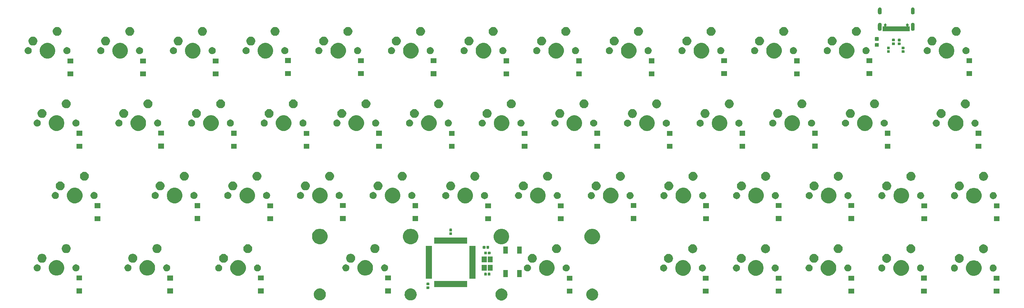
<source format=gbr>
G04 #@! TF.GenerationSoftware,KiCad,Pcbnew,(5.1.5)-3*
G04 #@! TF.CreationDate,2020-05-19T14:28:27+02:00*
G04 #@! TF.ProjectId,40 with arrows,34302520-7769-4746-9820-6172726f7773,rev?*
G04 #@! TF.SameCoordinates,Original*
G04 #@! TF.FileFunction,Soldermask,Bot*
G04 #@! TF.FilePolarity,Negative*
%FSLAX46Y46*%
G04 Gerber Fmt 4.6, Leading zero omitted, Abs format (unit mm)*
G04 Created by KiCad (PCBNEW (5.1.5)-3) date 2020-05-19 14:28:27*
%MOMM*%
%LPD*%
G04 APERTURE LIST*
%ADD10C,0.100000*%
G04 APERTURE END LIST*
D10*
G36*
X170467168Y-110189000D02*
G01*
X170625661Y-110220526D01*
X170649327Y-110230329D01*
X170912291Y-110339252D01*
X170912292Y-110339253D01*
X171170254Y-110511617D01*
X171389633Y-110730996D01*
X171504803Y-110903361D01*
X171561998Y-110988959D01*
X171631546Y-111156863D01*
X171672440Y-111255589D01*
X171680724Y-111275590D01*
X171741250Y-111579875D01*
X171741250Y-111890125D01*
X171680724Y-112194410D01*
X171561998Y-112481041D01*
X171561997Y-112481042D01*
X171389633Y-112739004D01*
X171170254Y-112958383D01*
X170997889Y-113073553D01*
X170912291Y-113130748D01*
X170744387Y-113200296D01*
X170625661Y-113249474D01*
X170321375Y-113310000D01*
X170011125Y-113310000D01*
X169706839Y-113249474D01*
X169588113Y-113200296D01*
X169420209Y-113130748D01*
X169334611Y-113073553D01*
X169162246Y-112958383D01*
X168942867Y-112739004D01*
X168770503Y-112481042D01*
X168770502Y-112481041D01*
X168651776Y-112194410D01*
X168591250Y-111890125D01*
X168591250Y-111579875D01*
X168651776Y-111275590D01*
X168660061Y-111255589D01*
X168700954Y-111156863D01*
X168770502Y-110988959D01*
X168827697Y-110903361D01*
X168942867Y-110730996D01*
X169162246Y-110511617D01*
X169420208Y-110339253D01*
X169420209Y-110339252D01*
X169683173Y-110230329D01*
X169706839Y-110220526D01*
X169865332Y-110189000D01*
X170011125Y-110160000D01*
X170321375Y-110160000D01*
X170467168Y-110189000D01*
G37*
G36*
X146654668Y-110189000D02*
G01*
X146813161Y-110220526D01*
X146836827Y-110230329D01*
X147099791Y-110339252D01*
X147099792Y-110339253D01*
X147357754Y-110511617D01*
X147577133Y-110730996D01*
X147692303Y-110903361D01*
X147749498Y-110988959D01*
X147819046Y-111156863D01*
X147859940Y-111255589D01*
X147868224Y-111275590D01*
X147928750Y-111579875D01*
X147928750Y-111890125D01*
X147868224Y-112194410D01*
X147749498Y-112481041D01*
X147749497Y-112481042D01*
X147577133Y-112739004D01*
X147357754Y-112958383D01*
X147185389Y-113073553D01*
X147099791Y-113130748D01*
X146931887Y-113200296D01*
X146813161Y-113249474D01*
X146508875Y-113310000D01*
X146198625Y-113310000D01*
X145894339Y-113249474D01*
X145775613Y-113200296D01*
X145607709Y-113130748D01*
X145522111Y-113073553D01*
X145349746Y-112958383D01*
X145130367Y-112739004D01*
X144958003Y-112481042D01*
X144958002Y-112481041D01*
X144839276Y-112194410D01*
X144778750Y-111890125D01*
X144778750Y-111579875D01*
X144839276Y-111275590D01*
X144847561Y-111255589D01*
X144888454Y-111156863D01*
X144958002Y-110988959D01*
X145015197Y-110903361D01*
X145130367Y-110730996D01*
X145349746Y-110511617D01*
X145607708Y-110339253D01*
X145607709Y-110339252D01*
X145870673Y-110230329D01*
X145894339Y-110220526D01*
X146052832Y-110189000D01*
X146198625Y-110160000D01*
X146508875Y-110160000D01*
X146654668Y-110189000D01*
G37*
G36*
X98979422Y-110160000D02*
G01*
X99183161Y-110200526D01*
X99255111Y-110230329D01*
X99469791Y-110319252D01*
X99555389Y-110376447D01*
X99727754Y-110491617D01*
X99947133Y-110710996D01*
X99960497Y-110730997D01*
X100119498Y-110968959D01*
X100238224Y-111255590D01*
X100279083Y-111461000D01*
X100298750Y-111559876D01*
X100298750Y-111870124D01*
X100238224Y-112174411D01*
X100189046Y-112293137D01*
X100119498Y-112461041D01*
X100062303Y-112546639D01*
X99947133Y-112719004D01*
X99727754Y-112938383D01*
X99555389Y-113053553D01*
X99469791Y-113110748D01*
X99301887Y-113180296D01*
X99183161Y-113229474D01*
X99082613Y-113249474D01*
X98878875Y-113290000D01*
X98568625Y-113290000D01*
X98364887Y-113249474D01*
X98264339Y-113229474D01*
X98145613Y-113180296D01*
X97977709Y-113110748D01*
X97892111Y-113053553D01*
X97719746Y-112938383D01*
X97500367Y-112719004D01*
X97385197Y-112546639D01*
X97328002Y-112461041D01*
X97258454Y-112293137D01*
X97209276Y-112174411D01*
X97148750Y-111870124D01*
X97148750Y-111559876D01*
X97168418Y-111461000D01*
X97209276Y-111255590D01*
X97328002Y-110968959D01*
X97487003Y-110730997D01*
X97500367Y-110710996D01*
X97719746Y-110491617D01*
X97892111Y-110376447D01*
X97977709Y-110319252D01*
X98192389Y-110230329D01*
X98264339Y-110200526D01*
X98468078Y-110160000D01*
X98568625Y-110140000D01*
X98878875Y-110140000D01*
X98979422Y-110160000D01*
G37*
G36*
X122791922Y-110160000D02*
G01*
X122995661Y-110200526D01*
X123067611Y-110230329D01*
X123282291Y-110319252D01*
X123367889Y-110376447D01*
X123540254Y-110491617D01*
X123759633Y-110710996D01*
X123772997Y-110730997D01*
X123931998Y-110968959D01*
X124050724Y-111255590D01*
X124091583Y-111461000D01*
X124111250Y-111559876D01*
X124111250Y-111870124D01*
X124050724Y-112174411D01*
X124001546Y-112293137D01*
X123931998Y-112461041D01*
X123874803Y-112546639D01*
X123759633Y-112719004D01*
X123540254Y-112938383D01*
X123367889Y-113053553D01*
X123282291Y-113110748D01*
X123114387Y-113180296D01*
X122995661Y-113229474D01*
X122895113Y-113249474D01*
X122691375Y-113290000D01*
X122381125Y-113290000D01*
X122177387Y-113249474D01*
X122076839Y-113229474D01*
X121958113Y-113180296D01*
X121790209Y-113110748D01*
X121704611Y-113053553D01*
X121532246Y-112938383D01*
X121312867Y-112719004D01*
X121197697Y-112546639D01*
X121140502Y-112461041D01*
X121070954Y-112293137D01*
X121021776Y-112174411D01*
X120961250Y-111870124D01*
X120961250Y-111559876D01*
X120980918Y-111461000D01*
X121021776Y-111255590D01*
X121140502Y-110968959D01*
X121299503Y-110730997D01*
X121312867Y-110710996D01*
X121532246Y-110491617D01*
X121704611Y-110376447D01*
X121790209Y-110319252D01*
X122004889Y-110230329D01*
X122076839Y-110200526D01*
X122280578Y-110160000D01*
X122381125Y-110140000D01*
X122691375Y-110140000D01*
X122791922Y-110160000D01*
G37*
G36*
X165001000Y-111511000D02*
G01*
X163499000Y-111511000D01*
X163499000Y-110209000D01*
X165001000Y-110209000D01*
X165001000Y-111511000D01*
G37*
G36*
X219811000Y-111501000D02*
G01*
X218309000Y-111501000D01*
X218309000Y-110199000D01*
X219811000Y-110199000D01*
X219811000Y-111501000D01*
G37*
G36*
X238881000Y-111501000D02*
G01*
X237379000Y-111501000D01*
X237379000Y-110199000D01*
X238881000Y-110199000D01*
X238881000Y-111501000D01*
G37*
G36*
X200711000Y-111501000D02*
G01*
X199209000Y-111501000D01*
X199209000Y-110199000D01*
X200711000Y-110199000D01*
X200711000Y-111501000D01*
G37*
G36*
X276951000Y-111491000D02*
G01*
X275449000Y-111491000D01*
X275449000Y-110189000D01*
X276951000Y-110189000D01*
X276951000Y-111491000D01*
G37*
G36*
X257931000Y-111481000D02*
G01*
X256429000Y-111481000D01*
X256429000Y-110179000D01*
X257931000Y-110179000D01*
X257931000Y-111481000D01*
G37*
G36*
X60221000Y-111461000D02*
G01*
X58719000Y-111461000D01*
X58719000Y-110159000D01*
X60221000Y-110159000D01*
X60221000Y-111461000D01*
G37*
G36*
X84001000Y-111451000D02*
G01*
X82499000Y-111451000D01*
X82499000Y-110149000D01*
X84001000Y-110149000D01*
X84001000Y-111451000D01*
G37*
G36*
X117361000Y-111451000D02*
G01*
X115859000Y-111451000D01*
X115859000Y-110149000D01*
X117361000Y-110149000D01*
X117361000Y-111451000D01*
G37*
G36*
X36381000Y-111441000D02*
G01*
X34879000Y-111441000D01*
X34879000Y-110139000D01*
X36381000Y-110139000D01*
X36381000Y-111441000D01*
G37*
G36*
X127341938Y-109591716D02*
G01*
X127362557Y-109597971D01*
X127381553Y-109608124D01*
X127398208Y-109621792D01*
X127411876Y-109638447D01*
X127422029Y-109657443D01*
X127428284Y-109678062D01*
X127431000Y-109705640D01*
X127431000Y-110164360D01*
X127428284Y-110191938D01*
X127422029Y-110212557D01*
X127411876Y-110231553D01*
X127398208Y-110248208D01*
X127381553Y-110261876D01*
X127362557Y-110272029D01*
X127341938Y-110278284D01*
X127314360Y-110281000D01*
X126805640Y-110281000D01*
X126778062Y-110278284D01*
X126757443Y-110272029D01*
X126738447Y-110261876D01*
X126721792Y-110248208D01*
X126708124Y-110231553D01*
X126697971Y-110212557D01*
X126691716Y-110191938D01*
X126689000Y-110164360D01*
X126689000Y-109705640D01*
X126691716Y-109678062D01*
X126697971Y-109657443D01*
X126708124Y-109638447D01*
X126721792Y-109621792D01*
X126738447Y-109608124D01*
X126757443Y-109597971D01*
X126778062Y-109591716D01*
X126805640Y-109589000D01*
X127314360Y-109589000D01*
X127341938Y-109591716D01*
G37*
G36*
X137376000Y-109751000D02*
G01*
X128724000Y-109751000D01*
X128724000Y-108149000D01*
X137376000Y-108149000D01*
X137376000Y-109751000D01*
G37*
G36*
X127341938Y-108621716D02*
G01*
X127362557Y-108627971D01*
X127381553Y-108638124D01*
X127398208Y-108651792D01*
X127411876Y-108668447D01*
X127422029Y-108687443D01*
X127428284Y-108708062D01*
X127431000Y-108735640D01*
X127431000Y-109194360D01*
X127428284Y-109221938D01*
X127422029Y-109242557D01*
X127411876Y-109261553D01*
X127398208Y-109278208D01*
X127381553Y-109291876D01*
X127362557Y-109302029D01*
X127341938Y-109308284D01*
X127314360Y-109311000D01*
X126805640Y-109311000D01*
X126778062Y-109308284D01*
X126757443Y-109302029D01*
X126738447Y-109291876D01*
X126721792Y-109278208D01*
X126708124Y-109261553D01*
X126697971Y-109242557D01*
X126691716Y-109221938D01*
X126689000Y-109194360D01*
X126689000Y-108735640D01*
X126691716Y-108708062D01*
X126697971Y-108687443D01*
X126708124Y-108668447D01*
X126721792Y-108651792D01*
X126738447Y-108638124D01*
X126757443Y-108627971D01*
X126778062Y-108621716D01*
X126805640Y-108619000D01*
X127314360Y-108619000D01*
X127341938Y-108621716D01*
G37*
G36*
X165001000Y-108111000D02*
G01*
X163499000Y-108111000D01*
X163499000Y-106809000D01*
X165001000Y-106809000D01*
X165001000Y-108111000D01*
G37*
G36*
X200711000Y-108101000D02*
G01*
X199209000Y-108101000D01*
X199209000Y-106799000D01*
X200711000Y-106799000D01*
X200711000Y-108101000D01*
G37*
G36*
X219811000Y-108101000D02*
G01*
X218309000Y-108101000D01*
X218309000Y-106799000D01*
X219811000Y-106799000D01*
X219811000Y-108101000D01*
G37*
G36*
X238881000Y-108101000D02*
G01*
X237379000Y-108101000D01*
X237379000Y-106799000D01*
X238881000Y-106799000D01*
X238881000Y-108101000D01*
G37*
G36*
X276951000Y-108091000D02*
G01*
X275449000Y-108091000D01*
X275449000Y-106789000D01*
X276951000Y-106789000D01*
X276951000Y-108091000D01*
G37*
G36*
X257931000Y-108081000D02*
G01*
X256429000Y-108081000D01*
X256429000Y-106779000D01*
X257931000Y-106779000D01*
X257931000Y-108081000D01*
G37*
G36*
X60221000Y-108061000D02*
G01*
X58719000Y-108061000D01*
X58719000Y-106759000D01*
X60221000Y-106759000D01*
X60221000Y-108061000D01*
G37*
G36*
X117361000Y-108051000D02*
G01*
X115859000Y-108051000D01*
X115859000Y-106749000D01*
X117361000Y-106749000D01*
X117361000Y-108051000D01*
G37*
G36*
X84001000Y-108051000D02*
G01*
X82499000Y-108051000D01*
X82499000Y-106749000D01*
X84001000Y-106749000D01*
X84001000Y-108051000D01*
G37*
G36*
X36381000Y-108041000D02*
G01*
X34879000Y-108041000D01*
X34879000Y-106739000D01*
X36381000Y-106739000D01*
X36381000Y-108041000D01*
G37*
G36*
X128151000Y-107576000D02*
G01*
X126549000Y-107576000D01*
X126549000Y-98924000D01*
X128151000Y-98924000D01*
X128151000Y-107576000D01*
G37*
G36*
X139551000Y-107576000D02*
G01*
X137949000Y-107576000D01*
X137949000Y-98924000D01*
X139551000Y-98924000D01*
X139551000Y-107576000D01*
G37*
G36*
X148011000Y-107181000D02*
G01*
X146809000Y-107181000D01*
X146809000Y-105279000D01*
X148011000Y-105279000D01*
X148011000Y-107181000D01*
G37*
G36*
X151711000Y-107181000D02*
G01*
X150509000Y-107181000D01*
X150509000Y-105279000D01*
X151711000Y-105279000D01*
X151711000Y-107181000D01*
G37*
G36*
X270836474Y-102813684D02*
G01*
X271054474Y-102903983D01*
X271208623Y-102967833D01*
X271543548Y-103191623D01*
X271828377Y-103476452D01*
X272052167Y-103811377D01*
X272084562Y-103889586D01*
X272206316Y-104183526D01*
X272284900Y-104578594D01*
X272284900Y-104981406D01*
X272206316Y-105376474D01*
X272155451Y-105499272D01*
X272052167Y-105748623D01*
X271828377Y-106083548D01*
X271543548Y-106368377D01*
X271208623Y-106592167D01*
X271082617Y-106644360D01*
X270836474Y-106746316D01*
X270441406Y-106824900D01*
X270038594Y-106824900D01*
X269643526Y-106746316D01*
X269397383Y-106644360D01*
X269271377Y-106592167D01*
X268936452Y-106368377D01*
X268651623Y-106083548D01*
X268427833Y-105748623D01*
X268324549Y-105499272D01*
X268273684Y-105376474D01*
X268195100Y-104981406D01*
X268195100Y-104578594D01*
X268273684Y-104183526D01*
X268395438Y-103889586D01*
X268427833Y-103811377D01*
X268651623Y-103476452D01*
X268936452Y-103191623D01*
X269271377Y-102967833D01*
X269425526Y-102903983D01*
X269643526Y-102813684D01*
X270038594Y-102735100D01*
X270441406Y-102735100D01*
X270836474Y-102813684D01*
G37*
G36*
X251786474Y-102793684D02*
G01*
X252004474Y-102883983D01*
X252158623Y-102947833D01*
X252493548Y-103171623D01*
X252778377Y-103456452D01*
X253002167Y-103791377D01*
X253034562Y-103869586D01*
X253156316Y-104163526D01*
X253234900Y-104558594D01*
X253234900Y-104961406D01*
X253156316Y-105356474D01*
X253105451Y-105479272D01*
X253002167Y-105728623D01*
X252778377Y-106063548D01*
X252493548Y-106348377D01*
X252158623Y-106572167D01*
X252110338Y-106592167D01*
X251786474Y-106726316D01*
X251391406Y-106804900D01*
X250988594Y-106804900D01*
X250593526Y-106726316D01*
X250269662Y-106592167D01*
X250221377Y-106572167D01*
X249886452Y-106348377D01*
X249601623Y-106063548D01*
X249377833Y-105728623D01*
X249274549Y-105479272D01*
X249223684Y-105356474D01*
X249145100Y-104961406D01*
X249145100Y-104558594D01*
X249223684Y-104163526D01*
X249345438Y-103869586D01*
X249377833Y-103791377D01*
X249601623Y-103456452D01*
X249886452Y-103171623D01*
X250221377Y-102947833D01*
X250375526Y-102883983D01*
X250593526Y-102793684D01*
X250988594Y-102715100D01*
X251391406Y-102715100D01*
X251786474Y-102793684D01*
G37*
G36*
X213666474Y-102793684D02*
G01*
X213884474Y-102883983D01*
X214038623Y-102947833D01*
X214373548Y-103171623D01*
X214658377Y-103456452D01*
X214882167Y-103791377D01*
X214914562Y-103869586D01*
X215036316Y-104163526D01*
X215114900Y-104558594D01*
X215114900Y-104961406D01*
X215036316Y-105356474D01*
X214985451Y-105479272D01*
X214882167Y-105728623D01*
X214658377Y-106063548D01*
X214373548Y-106348377D01*
X214038623Y-106572167D01*
X213990338Y-106592167D01*
X213666474Y-106726316D01*
X213271406Y-106804900D01*
X212868594Y-106804900D01*
X212473526Y-106726316D01*
X212149662Y-106592167D01*
X212101377Y-106572167D01*
X211766452Y-106348377D01*
X211481623Y-106063548D01*
X211257833Y-105728623D01*
X211154549Y-105479272D01*
X211103684Y-105356474D01*
X211025100Y-104961406D01*
X211025100Y-104558594D01*
X211103684Y-104163526D01*
X211225438Y-103869586D01*
X211257833Y-103791377D01*
X211481623Y-103456452D01*
X211766452Y-103171623D01*
X212101377Y-102947833D01*
X212255526Y-102883983D01*
X212473526Y-102793684D01*
X212868594Y-102715100D01*
X213271406Y-102715100D01*
X213666474Y-102793684D01*
G37*
G36*
X194576474Y-102793684D02*
G01*
X194794474Y-102883983D01*
X194948623Y-102947833D01*
X195283548Y-103171623D01*
X195568377Y-103456452D01*
X195792167Y-103791377D01*
X195824562Y-103869586D01*
X195946316Y-104163526D01*
X196024900Y-104558594D01*
X196024900Y-104961406D01*
X195946316Y-105356474D01*
X195895451Y-105479272D01*
X195792167Y-105728623D01*
X195568377Y-106063548D01*
X195283548Y-106348377D01*
X194948623Y-106572167D01*
X194900338Y-106592167D01*
X194576474Y-106726316D01*
X194181406Y-106804900D01*
X193778594Y-106804900D01*
X193383526Y-106726316D01*
X193059662Y-106592167D01*
X193011377Y-106572167D01*
X192676452Y-106348377D01*
X192391623Y-106063548D01*
X192167833Y-105728623D01*
X192064549Y-105479272D01*
X192013684Y-105356474D01*
X191935100Y-104961406D01*
X191935100Y-104558594D01*
X192013684Y-104163526D01*
X192135438Y-103869586D01*
X192167833Y-103791377D01*
X192391623Y-103456452D01*
X192676452Y-103171623D01*
X193011377Y-102947833D01*
X193165526Y-102883983D01*
X193383526Y-102793684D01*
X193778594Y-102715100D01*
X194181406Y-102715100D01*
X194576474Y-102793684D01*
G37*
G36*
X158856474Y-102783684D02*
G01*
X159074474Y-102873983D01*
X159228623Y-102937833D01*
X159563548Y-103161623D01*
X159848377Y-103446452D01*
X160072167Y-103781377D01*
X160104562Y-103859586D01*
X160226316Y-104153526D01*
X160304900Y-104548594D01*
X160304900Y-104951406D01*
X160226316Y-105346474D01*
X160171309Y-105479272D01*
X160072167Y-105718623D01*
X159848377Y-106053548D01*
X159563548Y-106338377D01*
X159228623Y-106562167D01*
X159166256Y-106588000D01*
X158856474Y-106716316D01*
X158461406Y-106794900D01*
X158058594Y-106794900D01*
X157663526Y-106716316D01*
X157353744Y-106588000D01*
X157291377Y-106562167D01*
X156956452Y-106338377D01*
X156671623Y-106053548D01*
X156447833Y-105718623D01*
X156348691Y-105479272D01*
X156293684Y-105346474D01*
X156215100Y-104951406D01*
X156215100Y-104548594D01*
X156293684Y-104153526D01*
X156415438Y-103859586D01*
X156447833Y-103781377D01*
X156671623Y-103446452D01*
X156956452Y-103161623D01*
X157291377Y-102937833D01*
X157445526Y-102873983D01*
X157663526Y-102783684D01*
X158058594Y-102705100D01*
X158461406Y-102705100D01*
X158856474Y-102783684D01*
G37*
G36*
X77886474Y-102783684D02*
G01*
X78104474Y-102873983D01*
X78258623Y-102937833D01*
X78593548Y-103161623D01*
X78878377Y-103446452D01*
X79102167Y-103781377D01*
X79134562Y-103859586D01*
X79256316Y-104153526D01*
X79334900Y-104548594D01*
X79334900Y-104951406D01*
X79256316Y-105346474D01*
X79201309Y-105479272D01*
X79102167Y-105718623D01*
X78878377Y-106053548D01*
X78593548Y-106338377D01*
X78258623Y-106562167D01*
X78196256Y-106588000D01*
X77886474Y-106716316D01*
X77491406Y-106794900D01*
X77088594Y-106794900D01*
X76693526Y-106716316D01*
X76383744Y-106588000D01*
X76321377Y-106562167D01*
X75986452Y-106338377D01*
X75701623Y-106053548D01*
X75477833Y-105718623D01*
X75378691Y-105479272D01*
X75323684Y-105346474D01*
X75245100Y-104951406D01*
X75245100Y-104548594D01*
X75323684Y-104153526D01*
X75445438Y-103859586D01*
X75477833Y-103781377D01*
X75701623Y-103446452D01*
X75986452Y-103161623D01*
X76321377Y-102937833D01*
X76475526Y-102873983D01*
X76693526Y-102783684D01*
X77088594Y-102705100D01*
X77491406Y-102705100D01*
X77886474Y-102783684D01*
G37*
G36*
X232726474Y-102783684D02*
G01*
X232944474Y-102873983D01*
X233098623Y-102937833D01*
X233433548Y-103161623D01*
X233718377Y-103446452D01*
X233942167Y-103781377D01*
X233974562Y-103859586D01*
X234096316Y-104153526D01*
X234174900Y-104548594D01*
X234174900Y-104951406D01*
X234096316Y-105346474D01*
X234041309Y-105479272D01*
X233942167Y-105718623D01*
X233718377Y-106053548D01*
X233433548Y-106338377D01*
X233098623Y-106562167D01*
X233036256Y-106588000D01*
X232726474Y-106716316D01*
X232331406Y-106794900D01*
X231928594Y-106794900D01*
X231533526Y-106716316D01*
X231223744Y-106588000D01*
X231161377Y-106562167D01*
X230826452Y-106338377D01*
X230541623Y-106053548D01*
X230317833Y-105718623D01*
X230218691Y-105479272D01*
X230163684Y-105346474D01*
X230085100Y-104951406D01*
X230085100Y-104548594D01*
X230163684Y-104153526D01*
X230285438Y-103859586D01*
X230317833Y-103781377D01*
X230541623Y-103446452D01*
X230826452Y-103161623D01*
X231161377Y-102937833D01*
X231315526Y-102873983D01*
X231533526Y-102783684D01*
X231928594Y-102705100D01*
X232331406Y-102705100D01*
X232726474Y-102783684D01*
G37*
G36*
X111226474Y-102763684D02*
G01*
X111444474Y-102853983D01*
X111598623Y-102917833D01*
X111933548Y-103141623D01*
X112218377Y-103426452D01*
X112442167Y-103761377D01*
X112482846Y-103859585D01*
X112596316Y-104133526D01*
X112674900Y-104528594D01*
X112674900Y-104931406D01*
X112596316Y-105326474D01*
X112506017Y-105544474D01*
X112442167Y-105698623D01*
X112218377Y-106033548D01*
X111933548Y-106318377D01*
X111598623Y-106542167D01*
X111550338Y-106562167D01*
X111226474Y-106696316D01*
X110831406Y-106774900D01*
X110428594Y-106774900D01*
X110033526Y-106696316D01*
X109709662Y-106562167D01*
X109661377Y-106542167D01*
X109326452Y-106318377D01*
X109041623Y-106033548D01*
X108817833Y-105698623D01*
X108753983Y-105544474D01*
X108663684Y-105326474D01*
X108585100Y-104931406D01*
X108585100Y-104528594D01*
X108663684Y-104133526D01*
X108777154Y-103859585D01*
X108817833Y-103761377D01*
X109041623Y-103426452D01*
X109326452Y-103141623D01*
X109661377Y-102917833D01*
X109815526Y-102853983D01*
X110033526Y-102763684D01*
X110428594Y-102685100D01*
X110831406Y-102685100D01*
X111226474Y-102763684D01*
G37*
G36*
X54076474Y-102763684D02*
G01*
X54294474Y-102853983D01*
X54448623Y-102917833D01*
X54783548Y-103141623D01*
X55068377Y-103426452D01*
X55292167Y-103761377D01*
X55332846Y-103859585D01*
X55446316Y-104133526D01*
X55524900Y-104528594D01*
X55524900Y-104931406D01*
X55446316Y-105326474D01*
X55356017Y-105544474D01*
X55292167Y-105698623D01*
X55068377Y-106033548D01*
X54783548Y-106318377D01*
X54448623Y-106542167D01*
X54400338Y-106562167D01*
X54076474Y-106696316D01*
X53681406Y-106774900D01*
X53278594Y-106774900D01*
X52883526Y-106696316D01*
X52559662Y-106562167D01*
X52511377Y-106542167D01*
X52176452Y-106318377D01*
X51891623Y-106033548D01*
X51667833Y-105698623D01*
X51603983Y-105544474D01*
X51513684Y-105326474D01*
X51435100Y-104931406D01*
X51435100Y-104528594D01*
X51513684Y-104133526D01*
X51627154Y-103859585D01*
X51667833Y-103761377D01*
X51891623Y-103426452D01*
X52176452Y-103141623D01*
X52511377Y-102917833D01*
X52665526Y-102853983D01*
X52883526Y-102763684D01*
X53278594Y-102685100D01*
X53681406Y-102685100D01*
X54076474Y-102763684D01*
G37*
G36*
X30266474Y-102763684D02*
G01*
X30484474Y-102853983D01*
X30638623Y-102917833D01*
X30973548Y-103141623D01*
X31258377Y-103426452D01*
X31482167Y-103761377D01*
X31522846Y-103859585D01*
X31636316Y-104133526D01*
X31714900Y-104528594D01*
X31714900Y-104931406D01*
X31636316Y-105326474D01*
X31546017Y-105544474D01*
X31482167Y-105698623D01*
X31258377Y-106033548D01*
X30973548Y-106318377D01*
X30638623Y-106542167D01*
X30590338Y-106562167D01*
X30266474Y-106696316D01*
X29871406Y-106774900D01*
X29468594Y-106774900D01*
X29073526Y-106696316D01*
X28749662Y-106562167D01*
X28701377Y-106542167D01*
X28366452Y-106318377D01*
X28081623Y-106033548D01*
X27857833Y-105698623D01*
X27793983Y-105544474D01*
X27703684Y-105326474D01*
X27625100Y-104931406D01*
X27625100Y-104528594D01*
X27703684Y-104133526D01*
X27817154Y-103859585D01*
X27857833Y-103761377D01*
X28081623Y-103426452D01*
X28366452Y-103141623D01*
X28701377Y-102917833D01*
X28855526Y-102853983D01*
X29073526Y-102763684D01*
X29468594Y-102685100D01*
X29871406Y-102685100D01*
X30266474Y-102763684D01*
G37*
G36*
X142411938Y-106021716D02*
G01*
X142432557Y-106027971D01*
X142451553Y-106038124D01*
X142468208Y-106051792D01*
X142481876Y-106068447D01*
X142492029Y-106087443D01*
X142498284Y-106108062D01*
X142501000Y-106135640D01*
X142501000Y-106644360D01*
X142498284Y-106671938D01*
X142492029Y-106692557D01*
X142481876Y-106711553D01*
X142468208Y-106728208D01*
X142451553Y-106741876D01*
X142432557Y-106752029D01*
X142411938Y-106758284D01*
X142384360Y-106761000D01*
X141925640Y-106761000D01*
X141898062Y-106758284D01*
X141877443Y-106752029D01*
X141858447Y-106741876D01*
X141841792Y-106728208D01*
X141828124Y-106711553D01*
X141817971Y-106692557D01*
X141811716Y-106671938D01*
X141809000Y-106644360D01*
X141809000Y-106135640D01*
X141811716Y-106108062D01*
X141817971Y-106087443D01*
X141828124Y-106068447D01*
X141841792Y-106051792D01*
X141858447Y-106038124D01*
X141877443Y-106027971D01*
X141898062Y-106021716D01*
X141925640Y-106019000D01*
X142384360Y-106019000D01*
X142411938Y-106021716D01*
G37*
G36*
X143381938Y-106021716D02*
G01*
X143402557Y-106027971D01*
X143421553Y-106038124D01*
X143438208Y-106051792D01*
X143451876Y-106068447D01*
X143462029Y-106087443D01*
X143468284Y-106108062D01*
X143471000Y-106135640D01*
X143471000Y-106644360D01*
X143468284Y-106671938D01*
X143462029Y-106692557D01*
X143451876Y-106711553D01*
X143438208Y-106728208D01*
X143421553Y-106741876D01*
X143402557Y-106752029D01*
X143381938Y-106758284D01*
X143354360Y-106761000D01*
X142895640Y-106761000D01*
X142868062Y-106758284D01*
X142847443Y-106752029D01*
X142828447Y-106741876D01*
X142811792Y-106728208D01*
X142798124Y-106711553D01*
X142787971Y-106692557D01*
X142781716Y-106671938D01*
X142779000Y-106644360D01*
X142779000Y-106135640D01*
X142781716Y-106108062D01*
X142787971Y-106087443D01*
X142798124Y-106068447D01*
X142811792Y-106051792D01*
X142828447Y-106038124D01*
X142847443Y-106027971D01*
X142868062Y-106021716D01*
X142895640Y-106019000D01*
X143354360Y-106019000D01*
X143381938Y-106021716D01*
G37*
G36*
X265430104Y-103889585D02*
G01*
X265598626Y-103959389D01*
X265750291Y-104060728D01*
X265879272Y-104189709D01*
X265980611Y-104341374D01*
X266050415Y-104509896D01*
X266086000Y-104688797D01*
X266086000Y-104871203D01*
X266050415Y-105050104D01*
X265980611Y-105218626D01*
X265879272Y-105370291D01*
X265750291Y-105499272D01*
X265598626Y-105600611D01*
X265430104Y-105670415D01*
X265251203Y-105706000D01*
X265068797Y-105706000D01*
X264889896Y-105670415D01*
X264721374Y-105600611D01*
X264569709Y-105499272D01*
X264440728Y-105370291D01*
X264339389Y-105218626D01*
X264269585Y-105050104D01*
X264234000Y-104871203D01*
X264234000Y-104688797D01*
X264269585Y-104509896D01*
X264339389Y-104341374D01*
X264440728Y-104189709D01*
X264569709Y-104060728D01*
X264721374Y-103959389D01*
X264889896Y-103889585D01*
X265068797Y-103854000D01*
X265251203Y-103854000D01*
X265430104Y-103889585D01*
G37*
G36*
X275590104Y-103889585D02*
G01*
X275758626Y-103959389D01*
X275910291Y-104060728D01*
X276039272Y-104189709D01*
X276140611Y-104341374D01*
X276210415Y-104509896D01*
X276246000Y-104688797D01*
X276246000Y-104871203D01*
X276210415Y-105050104D01*
X276140611Y-105218626D01*
X276039272Y-105370291D01*
X275910291Y-105499272D01*
X275758626Y-105600611D01*
X275590104Y-105670415D01*
X275411203Y-105706000D01*
X275228797Y-105706000D01*
X275049896Y-105670415D01*
X274881374Y-105600611D01*
X274729709Y-105499272D01*
X274600728Y-105370291D01*
X274499389Y-105218626D01*
X274429585Y-105050104D01*
X274394000Y-104871203D01*
X274394000Y-104688797D01*
X274429585Y-104509896D01*
X274499389Y-104341374D01*
X274600728Y-104189709D01*
X274729709Y-104060728D01*
X274881374Y-103959389D01*
X275049896Y-103889585D01*
X275228797Y-103854000D01*
X275411203Y-103854000D01*
X275590104Y-103889585D01*
G37*
G36*
X189170104Y-103869585D02*
G01*
X189338626Y-103939389D01*
X189490291Y-104040728D01*
X189619272Y-104169709D01*
X189720611Y-104321374D01*
X189790415Y-104489896D01*
X189826000Y-104668797D01*
X189826000Y-104851203D01*
X189790415Y-105030104D01*
X189720611Y-105198626D01*
X189619272Y-105350291D01*
X189490291Y-105479272D01*
X189338626Y-105580611D01*
X189170104Y-105650415D01*
X188991203Y-105686000D01*
X188808797Y-105686000D01*
X188629896Y-105650415D01*
X188461374Y-105580611D01*
X188309709Y-105479272D01*
X188180728Y-105350291D01*
X188079389Y-105198626D01*
X188009585Y-105030104D01*
X187974000Y-104851203D01*
X187974000Y-104668797D01*
X188009585Y-104489896D01*
X188079389Y-104321374D01*
X188180728Y-104169709D01*
X188309709Y-104040728D01*
X188461374Y-103939389D01*
X188629896Y-103869585D01*
X188808797Y-103834000D01*
X188991203Y-103834000D01*
X189170104Y-103869585D01*
G37*
G36*
X256540104Y-103869585D02*
G01*
X256708626Y-103939389D01*
X256860291Y-104040728D01*
X256989272Y-104169709D01*
X257090611Y-104321374D01*
X257160415Y-104489896D01*
X257196000Y-104668797D01*
X257196000Y-104851203D01*
X257160415Y-105030104D01*
X257090611Y-105198626D01*
X256989272Y-105350291D01*
X256860291Y-105479272D01*
X256708626Y-105580611D01*
X256540104Y-105650415D01*
X256361203Y-105686000D01*
X256178797Y-105686000D01*
X255999896Y-105650415D01*
X255831374Y-105580611D01*
X255679709Y-105479272D01*
X255550728Y-105350291D01*
X255449389Y-105198626D01*
X255379585Y-105030104D01*
X255344000Y-104851203D01*
X255344000Y-104668797D01*
X255379585Y-104489896D01*
X255449389Y-104321374D01*
X255550728Y-104169709D01*
X255679709Y-104040728D01*
X255831374Y-103939389D01*
X255999896Y-103869585D01*
X256178797Y-103834000D01*
X256361203Y-103834000D01*
X256540104Y-103869585D01*
G37*
G36*
X246380104Y-103869585D02*
G01*
X246548626Y-103939389D01*
X246700291Y-104040728D01*
X246829272Y-104169709D01*
X246930611Y-104321374D01*
X247000415Y-104489896D01*
X247036000Y-104668797D01*
X247036000Y-104851203D01*
X247000415Y-105030104D01*
X246930611Y-105198626D01*
X246829272Y-105350291D01*
X246700291Y-105479272D01*
X246548626Y-105580611D01*
X246380104Y-105650415D01*
X246201203Y-105686000D01*
X246018797Y-105686000D01*
X245839896Y-105650415D01*
X245671374Y-105580611D01*
X245519709Y-105479272D01*
X245390728Y-105350291D01*
X245289389Y-105198626D01*
X245219585Y-105030104D01*
X245184000Y-104851203D01*
X245184000Y-104668797D01*
X245219585Y-104489896D01*
X245289389Y-104321374D01*
X245390728Y-104169709D01*
X245519709Y-104040728D01*
X245671374Y-103939389D01*
X245839896Y-103869585D01*
X246018797Y-103834000D01*
X246201203Y-103834000D01*
X246380104Y-103869585D01*
G37*
G36*
X208260104Y-103869585D02*
G01*
X208428626Y-103939389D01*
X208580291Y-104040728D01*
X208709272Y-104169709D01*
X208810611Y-104321374D01*
X208880415Y-104489896D01*
X208916000Y-104668797D01*
X208916000Y-104851203D01*
X208880415Y-105030104D01*
X208810611Y-105198626D01*
X208709272Y-105350291D01*
X208580291Y-105479272D01*
X208428626Y-105580611D01*
X208260104Y-105650415D01*
X208081203Y-105686000D01*
X207898797Y-105686000D01*
X207719896Y-105650415D01*
X207551374Y-105580611D01*
X207399709Y-105479272D01*
X207270728Y-105350291D01*
X207169389Y-105198626D01*
X207099585Y-105030104D01*
X207064000Y-104851203D01*
X207064000Y-104668797D01*
X207099585Y-104489896D01*
X207169389Y-104321374D01*
X207270728Y-104169709D01*
X207399709Y-104040728D01*
X207551374Y-103939389D01*
X207719896Y-103869585D01*
X207898797Y-103834000D01*
X208081203Y-103834000D01*
X208260104Y-103869585D01*
G37*
G36*
X218420104Y-103869585D02*
G01*
X218588626Y-103939389D01*
X218740291Y-104040728D01*
X218869272Y-104169709D01*
X218970611Y-104321374D01*
X219040415Y-104489896D01*
X219076000Y-104668797D01*
X219076000Y-104851203D01*
X219040415Y-105030104D01*
X218970611Y-105198626D01*
X218869272Y-105350291D01*
X218740291Y-105479272D01*
X218588626Y-105580611D01*
X218420104Y-105650415D01*
X218241203Y-105686000D01*
X218058797Y-105686000D01*
X217879896Y-105650415D01*
X217711374Y-105580611D01*
X217559709Y-105479272D01*
X217430728Y-105350291D01*
X217329389Y-105198626D01*
X217259585Y-105030104D01*
X217224000Y-104851203D01*
X217224000Y-104668797D01*
X217259585Y-104489896D01*
X217329389Y-104321374D01*
X217430728Y-104169709D01*
X217559709Y-104040728D01*
X217711374Y-103939389D01*
X217879896Y-103869585D01*
X218058797Y-103834000D01*
X218241203Y-103834000D01*
X218420104Y-103869585D01*
G37*
G36*
X199330104Y-103869585D02*
G01*
X199498626Y-103939389D01*
X199650291Y-104040728D01*
X199779272Y-104169709D01*
X199880611Y-104321374D01*
X199950415Y-104489896D01*
X199986000Y-104668797D01*
X199986000Y-104851203D01*
X199950415Y-105030104D01*
X199880611Y-105198626D01*
X199779272Y-105350291D01*
X199650291Y-105479272D01*
X199498626Y-105580611D01*
X199330104Y-105650415D01*
X199151203Y-105686000D01*
X198968797Y-105686000D01*
X198789896Y-105650415D01*
X198621374Y-105580611D01*
X198469709Y-105479272D01*
X198340728Y-105350291D01*
X198239389Y-105198626D01*
X198169585Y-105030104D01*
X198134000Y-104851203D01*
X198134000Y-104668797D01*
X198169585Y-104489896D01*
X198239389Y-104321374D01*
X198340728Y-104169709D01*
X198469709Y-104040728D01*
X198621374Y-103939389D01*
X198789896Y-103869585D01*
X198968797Y-103834000D01*
X199151203Y-103834000D01*
X199330104Y-103869585D01*
G37*
G36*
X72480104Y-103859585D02*
G01*
X72648626Y-103929389D01*
X72800291Y-104030728D01*
X72929272Y-104159709D01*
X73030611Y-104311374D01*
X73100415Y-104479896D01*
X73136000Y-104658797D01*
X73136000Y-104841203D01*
X73100415Y-105020104D01*
X73030611Y-105188626D01*
X72929272Y-105340291D01*
X72800291Y-105469272D01*
X72648626Y-105570611D01*
X72480104Y-105640415D01*
X72301203Y-105676000D01*
X72118797Y-105676000D01*
X71939896Y-105640415D01*
X71771374Y-105570611D01*
X71619709Y-105469272D01*
X71490728Y-105340291D01*
X71389389Y-105188626D01*
X71319585Y-105020104D01*
X71284000Y-104841203D01*
X71284000Y-104658797D01*
X71319585Y-104479896D01*
X71389389Y-104311374D01*
X71490728Y-104159709D01*
X71619709Y-104030728D01*
X71771374Y-103929389D01*
X71939896Y-103859585D01*
X72118797Y-103824000D01*
X72301203Y-103824000D01*
X72480104Y-103859585D01*
G37*
G36*
X163610104Y-103859585D02*
G01*
X163778626Y-103929389D01*
X163930291Y-104030728D01*
X164059272Y-104159709D01*
X164160611Y-104311374D01*
X164230415Y-104479896D01*
X164266000Y-104658797D01*
X164266000Y-104841203D01*
X164230415Y-105020104D01*
X164160611Y-105188626D01*
X164059272Y-105340291D01*
X163930291Y-105469272D01*
X163778626Y-105570611D01*
X163610104Y-105640415D01*
X163431203Y-105676000D01*
X163248797Y-105676000D01*
X163069896Y-105640415D01*
X162901374Y-105570611D01*
X162749709Y-105469272D01*
X162620728Y-105340291D01*
X162519389Y-105188626D01*
X162449585Y-105020104D01*
X162414000Y-104841203D01*
X162414000Y-104658797D01*
X162449585Y-104479896D01*
X162519389Y-104311374D01*
X162620728Y-104159709D01*
X162749709Y-104030728D01*
X162901374Y-103929389D01*
X163069896Y-103859585D01*
X163248797Y-103824000D01*
X163431203Y-103824000D01*
X163610104Y-103859585D01*
G37*
G36*
X237480104Y-103859585D02*
G01*
X237648626Y-103929389D01*
X237800291Y-104030728D01*
X237929272Y-104159709D01*
X238030611Y-104311374D01*
X238100415Y-104479896D01*
X238136000Y-104658797D01*
X238136000Y-104841203D01*
X238100415Y-105020104D01*
X238030611Y-105188626D01*
X237929272Y-105340291D01*
X237800291Y-105469272D01*
X237648626Y-105570611D01*
X237480104Y-105640415D01*
X237301203Y-105676000D01*
X237118797Y-105676000D01*
X236939896Y-105640415D01*
X236771374Y-105570611D01*
X236619709Y-105469272D01*
X236490728Y-105340291D01*
X236389389Y-105188626D01*
X236319585Y-105020104D01*
X236284000Y-104841203D01*
X236284000Y-104658797D01*
X236319585Y-104479896D01*
X236389389Y-104311374D01*
X236490728Y-104159709D01*
X236619709Y-104030728D01*
X236771374Y-103929389D01*
X236939896Y-103859585D01*
X237118797Y-103824000D01*
X237301203Y-103824000D01*
X237480104Y-103859585D01*
G37*
G36*
X82640104Y-103859585D02*
G01*
X82808626Y-103929389D01*
X82960291Y-104030728D01*
X83089272Y-104159709D01*
X83190611Y-104311374D01*
X83260415Y-104479896D01*
X83296000Y-104658797D01*
X83296000Y-104841203D01*
X83260415Y-105020104D01*
X83190611Y-105188626D01*
X83089272Y-105340291D01*
X82960291Y-105469272D01*
X82808626Y-105570611D01*
X82640104Y-105640415D01*
X82461203Y-105676000D01*
X82278797Y-105676000D01*
X82099896Y-105640415D01*
X81931374Y-105570611D01*
X81779709Y-105469272D01*
X81650728Y-105340291D01*
X81549389Y-105188626D01*
X81479585Y-105020104D01*
X81444000Y-104841203D01*
X81444000Y-104658797D01*
X81479585Y-104479896D01*
X81549389Y-104311374D01*
X81650728Y-104159709D01*
X81779709Y-104030728D01*
X81931374Y-103929389D01*
X82099896Y-103859585D01*
X82278797Y-103824000D01*
X82461203Y-103824000D01*
X82640104Y-103859585D01*
G37*
G36*
X227320104Y-103859585D02*
G01*
X227488626Y-103929389D01*
X227640291Y-104030728D01*
X227769272Y-104159709D01*
X227870611Y-104311374D01*
X227940415Y-104479896D01*
X227976000Y-104658797D01*
X227976000Y-104841203D01*
X227940415Y-105020104D01*
X227870611Y-105188626D01*
X227769272Y-105340291D01*
X227640291Y-105469272D01*
X227488626Y-105570611D01*
X227320104Y-105640415D01*
X227141203Y-105676000D01*
X226958797Y-105676000D01*
X226779896Y-105640415D01*
X226611374Y-105570611D01*
X226459709Y-105469272D01*
X226330728Y-105340291D01*
X226229389Y-105188626D01*
X226159585Y-105020104D01*
X226124000Y-104841203D01*
X226124000Y-104658797D01*
X226159585Y-104479896D01*
X226229389Y-104311374D01*
X226330728Y-104159709D01*
X226459709Y-104030728D01*
X226611374Y-103929389D01*
X226779896Y-103859585D01*
X226958797Y-103824000D01*
X227141203Y-103824000D01*
X227320104Y-103859585D01*
G37*
G36*
X153450104Y-103859585D02*
G01*
X153618626Y-103929389D01*
X153770291Y-104030728D01*
X153899272Y-104159709D01*
X154000611Y-104311374D01*
X154070415Y-104479896D01*
X154106000Y-104658797D01*
X154106000Y-104841203D01*
X154070415Y-105020104D01*
X154000611Y-105188626D01*
X153899272Y-105340291D01*
X153770291Y-105469272D01*
X153618626Y-105570611D01*
X153450104Y-105640415D01*
X153271203Y-105676000D01*
X153088797Y-105676000D01*
X152909896Y-105640415D01*
X152741374Y-105570611D01*
X152589709Y-105469272D01*
X152460728Y-105340291D01*
X152359389Y-105188626D01*
X152289585Y-105020104D01*
X152254000Y-104841203D01*
X152254000Y-104658797D01*
X152289585Y-104479896D01*
X152359389Y-104311374D01*
X152460728Y-104159709D01*
X152589709Y-104030728D01*
X152741374Y-103929389D01*
X152909896Y-103859585D01*
X153088797Y-103824000D01*
X153271203Y-103824000D01*
X153450104Y-103859585D01*
G37*
G36*
X48670104Y-103839585D02*
G01*
X48838626Y-103909389D01*
X48990291Y-104010728D01*
X49119272Y-104139709D01*
X49220611Y-104291374D01*
X49290415Y-104459896D01*
X49326000Y-104638797D01*
X49326000Y-104821203D01*
X49290415Y-105000104D01*
X49220611Y-105168626D01*
X49119272Y-105320291D01*
X48990291Y-105449272D01*
X48838626Y-105550611D01*
X48670104Y-105620415D01*
X48491203Y-105656000D01*
X48308797Y-105656000D01*
X48129896Y-105620415D01*
X47961374Y-105550611D01*
X47809709Y-105449272D01*
X47680728Y-105320291D01*
X47579389Y-105168626D01*
X47509585Y-105000104D01*
X47474000Y-104821203D01*
X47474000Y-104638797D01*
X47509585Y-104459896D01*
X47579389Y-104291374D01*
X47680728Y-104139709D01*
X47809709Y-104010728D01*
X47961374Y-103909389D01*
X48129896Y-103839585D01*
X48308797Y-103804000D01*
X48491203Y-103804000D01*
X48670104Y-103839585D01*
G37*
G36*
X115980104Y-103839585D02*
G01*
X116148626Y-103909389D01*
X116300291Y-104010728D01*
X116429272Y-104139709D01*
X116530611Y-104291374D01*
X116600415Y-104459896D01*
X116636000Y-104638797D01*
X116636000Y-104821203D01*
X116600415Y-105000104D01*
X116530611Y-105168626D01*
X116429272Y-105320291D01*
X116300291Y-105449272D01*
X116148626Y-105550611D01*
X115980104Y-105620415D01*
X115801203Y-105656000D01*
X115618797Y-105656000D01*
X115439896Y-105620415D01*
X115271374Y-105550611D01*
X115119709Y-105449272D01*
X114990728Y-105320291D01*
X114889389Y-105168626D01*
X114819585Y-105000104D01*
X114784000Y-104821203D01*
X114784000Y-104638797D01*
X114819585Y-104459896D01*
X114889389Y-104291374D01*
X114990728Y-104139709D01*
X115119709Y-104010728D01*
X115271374Y-103909389D01*
X115439896Y-103839585D01*
X115618797Y-103804000D01*
X115801203Y-103804000D01*
X115980104Y-103839585D01*
G37*
G36*
X105820104Y-103839585D02*
G01*
X105988626Y-103909389D01*
X106140291Y-104010728D01*
X106269272Y-104139709D01*
X106370611Y-104291374D01*
X106440415Y-104459896D01*
X106476000Y-104638797D01*
X106476000Y-104821203D01*
X106440415Y-105000104D01*
X106370611Y-105168626D01*
X106269272Y-105320291D01*
X106140291Y-105449272D01*
X105988626Y-105550611D01*
X105820104Y-105620415D01*
X105641203Y-105656000D01*
X105458797Y-105656000D01*
X105279896Y-105620415D01*
X105111374Y-105550611D01*
X104959709Y-105449272D01*
X104830728Y-105320291D01*
X104729389Y-105168626D01*
X104659585Y-105000104D01*
X104624000Y-104821203D01*
X104624000Y-104638797D01*
X104659585Y-104459896D01*
X104729389Y-104291374D01*
X104830728Y-104139709D01*
X104959709Y-104010728D01*
X105111374Y-103909389D01*
X105279896Y-103839585D01*
X105458797Y-103804000D01*
X105641203Y-103804000D01*
X105820104Y-103839585D01*
G37*
G36*
X58830104Y-103839585D02*
G01*
X58998626Y-103909389D01*
X59150291Y-104010728D01*
X59279272Y-104139709D01*
X59380611Y-104291374D01*
X59450415Y-104459896D01*
X59486000Y-104638797D01*
X59486000Y-104821203D01*
X59450415Y-105000104D01*
X59380611Y-105168626D01*
X59279272Y-105320291D01*
X59150291Y-105449272D01*
X58998626Y-105550611D01*
X58830104Y-105620415D01*
X58651203Y-105656000D01*
X58468797Y-105656000D01*
X58289896Y-105620415D01*
X58121374Y-105550611D01*
X57969709Y-105449272D01*
X57840728Y-105320291D01*
X57739389Y-105168626D01*
X57669585Y-105000104D01*
X57634000Y-104821203D01*
X57634000Y-104638797D01*
X57669585Y-104459896D01*
X57739389Y-104291374D01*
X57840728Y-104139709D01*
X57969709Y-104010728D01*
X58121374Y-103909389D01*
X58289896Y-103839585D01*
X58468797Y-103804000D01*
X58651203Y-103804000D01*
X58830104Y-103839585D01*
G37*
G36*
X24860104Y-103839585D02*
G01*
X25028626Y-103909389D01*
X25180291Y-104010728D01*
X25309272Y-104139709D01*
X25410611Y-104291374D01*
X25480415Y-104459896D01*
X25516000Y-104638797D01*
X25516000Y-104821203D01*
X25480415Y-105000104D01*
X25410611Y-105168626D01*
X25309272Y-105320291D01*
X25180291Y-105449272D01*
X25028626Y-105550611D01*
X24860104Y-105620415D01*
X24681203Y-105656000D01*
X24498797Y-105656000D01*
X24319896Y-105620415D01*
X24151374Y-105550611D01*
X23999709Y-105449272D01*
X23870728Y-105320291D01*
X23769389Y-105168626D01*
X23699585Y-105000104D01*
X23664000Y-104821203D01*
X23664000Y-104638797D01*
X23699585Y-104459896D01*
X23769389Y-104291374D01*
X23870728Y-104139709D01*
X23999709Y-104010728D01*
X24151374Y-103909389D01*
X24319896Y-103839585D01*
X24498797Y-103804000D01*
X24681203Y-103804000D01*
X24860104Y-103839585D01*
G37*
G36*
X35020104Y-103839585D02*
G01*
X35188626Y-103909389D01*
X35340291Y-104010728D01*
X35469272Y-104139709D01*
X35570611Y-104291374D01*
X35640415Y-104459896D01*
X35676000Y-104638797D01*
X35676000Y-104821203D01*
X35640415Y-105000104D01*
X35570611Y-105168626D01*
X35469272Y-105320291D01*
X35340291Y-105449272D01*
X35188626Y-105550611D01*
X35020104Y-105620415D01*
X34841203Y-105656000D01*
X34658797Y-105656000D01*
X34479896Y-105620415D01*
X34311374Y-105550611D01*
X34159709Y-105449272D01*
X34030728Y-105320291D01*
X33929389Y-105168626D01*
X33859585Y-105000104D01*
X33824000Y-104821203D01*
X33824000Y-104638797D01*
X33859585Y-104459896D01*
X33929389Y-104291374D01*
X34030728Y-104139709D01*
X34159709Y-104010728D01*
X34311374Y-103909389D01*
X34479896Y-103839585D01*
X34658797Y-103804000D01*
X34841203Y-103804000D01*
X35020104Y-103839585D01*
G37*
G36*
X142491000Y-105451000D02*
G01*
X141189000Y-105451000D01*
X141189000Y-103949000D01*
X142491000Y-103949000D01*
X142491000Y-105451000D01*
G37*
G36*
X144091000Y-105451000D02*
G01*
X142789000Y-105451000D01*
X142789000Y-103949000D01*
X144091000Y-103949000D01*
X144091000Y-105451000D01*
G37*
G36*
X266621560Y-101079064D02*
G01*
X266773027Y-101109193D01*
X266987045Y-101197842D01*
X266987046Y-101197843D01*
X267179654Y-101326539D01*
X267343461Y-101490346D01*
X267429258Y-101618751D01*
X267472158Y-101682955D01*
X267560807Y-101896973D01*
X267560807Y-101896975D01*
X267605966Y-102124000D01*
X267606000Y-102124174D01*
X267606000Y-102355826D01*
X267560807Y-102583027D01*
X267472158Y-102797045D01*
X267472157Y-102797046D01*
X267343461Y-102989654D01*
X267179654Y-103153461D01*
X267122540Y-103191623D01*
X266987045Y-103282158D01*
X266773027Y-103370807D01*
X266646373Y-103396000D01*
X266545827Y-103416000D01*
X266314173Y-103416000D01*
X266213627Y-103396000D01*
X266086973Y-103370807D01*
X265872955Y-103282158D01*
X265737460Y-103191623D01*
X265680346Y-103153461D01*
X265516539Y-102989654D01*
X265387843Y-102797046D01*
X265387842Y-102797045D01*
X265299193Y-102583027D01*
X265254000Y-102355826D01*
X265254000Y-102124174D01*
X265254035Y-102124000D01*
X265299193Y-101896975D01*
X265299193Y-101896973D01*
X265387842Y-101682955D01*
X265430742Y-101618751D01*
X265516539Y-101490346D01*
X265680346Y-101326539D01*
X265872954Y-101197843D01*
X265872955Y-101197842D01*
X266086973Y-101109193D01*
X266238440Y-101079064D01*
X266314173Y-101064000D01*
X266545827Y-101064000D01*
X266621560Y-101079064D01*
G37*
G36*
X247534793Y-101051751D02*
G01*
X247723027Y-101089193D01*
X247937045Y-101177842D01*
X248001249Y-101220742D01*
X248129654Y-101306539D01*
X248293461Y-101470346D01*
X248379258Y-101598751D01*
X248422158Y-101662955D01*
X248510807Y-101876973D01*
X248530505Y-101976000D01*
X248550033Y-102074173D01*
X248556000Y-102104174D01*
X248556000Y-102335826D01*
X248510807Y-102563027D01*
X248422158Y-102777045D01*
X248397676Y-102813685D01*
X248293461Y-102969654D01*
X248129654Y-103133461D01*
X248087506Y-103161623D01*
X247937045Y-103262158D01*
X247723027Y-103350807D01*
X247571560Y-103380936D01*
X247495827Y-103396000D01*
X247264173Y-103396000D01*
X247188440Y-103380936D01*
X247036973Y-103350807D01*
X246822955Y-103262158D01*
X246672494Y-103161623D01*
X246630346Y-103133461D01*
X246466539Y-102969654D01*
X246362324Y-102813685D01*
X246337842Y-102777045D01*
X246249193Y-102563027D01*
X246204000Y-102335826D01*
X246204000Y-102104174D01*
X246209968Y-102074173D01*
X246229495Y-101976000D01*
X246249193Y-101876973D01*
X246337842Y-101662955D01*
X246380742Y-101598751D01*
X246466539Y-101470346D01*
X246630346Y-101306539D01*
X246758751Y-101220742D01*
X246822955Y-101177842D01*
X247036973Y-101089193D01*
X247225207Y-101051751D01*
X247264173Y-101044000D01*
X247495827Y-101044000D01*
X247534793Y-101051751D01*
G37*
G36*
X209414793Y-101051751D02*
G01*
X209603027Y-101089193D01*
X209817045Y-101177842D01*
X209881249Y-101220742D01*
X210009654Y-101306539D01*
X210173461Y-101470346D01*
X210259258Y-101598751D01*
X210302158Y-101662955D01*
X210390807Y-101876973D01*
X210410505Y-101976000D01*
X210430033Y-102074173D01*
X210436000Y-102104174D01*
X210436000Y-102335826D01*
X210390807Y-102563027D01*
X210302158Y-102777045D01*
X210277676Y-102813685D01*
X210173461Y-102969654D01*
X210009654Y-103133461D01*
X209967506Y-103161623D01*
X209817045Y-103262158D01*
X209603027Y-103350807D01*
X209451560Y-103380936D01*
X209375827Y-103396000D01*
X209144173Y-103396000D01*
X209068440Y-103380936D01*
X208916973Y-103350807D01*
X208702955Y-103262158D01*
X208552494Y-103161623D01*
X208510346Y-103133461D01*
X208346539Y-102969654D01*
X208242324Y-102813685D01*
X208217842Y-102777045D01*
X208129193Y-102563027D01*
X208084000Y-102335826D01*
X208084000Y-102104174D01*
X208089968Y-102074173D01*
X208109495Y-101976000D01*
X208129193Y-101876973D01*
X208217842Y-101662955D01*
X208260742Y-101598751D01*
X208346539Y-101470346D01*
X208510346Y-101306539D01*
X208638751Y-101220742D01*
X208702955Y-101177842D01*
X208916973Y-101089193D01*
X209105207Y-101051751D01*
X209144173Y-101044000D01*
X209375827Y-101044000D01*
X209414793Y-101051751D01*
G37*
G36*
X190324793Y-101051751D02*
G01*
X190513027Y-101089193D01*
X190727045Y-101177842D01*
X190791249Y-101220742D01*
X190919654Y-101306539D01*
X191083461Y-101470346D01*
X191169258Y-101598751D01*
X191212158Y-101662955D01*
X191300807Y-101876973D01*
X191320505Y-101976000D01*
X191340033Y-102074173D01*
X191346000Y-102104174D01*
X191346000Y-102335826D01*
X191300807Y-102563027D01*
X191212158Y-102777045D01*
X191187676Y-102813685D01*
X191083461Y-102969654D01*
X190919654Y-103133461D01*
X190877506Y-103161623D01*
X190727045Y-103262158D01*
X190513027Y-103350807D01*
X190361560Y-103380936D01*
X190285827Y-103396000D01*
X190054173Y-103396000D01*
X189978440Y-103380936D01*
X189826973Y-103350807D01*
X189612955Y-103262158D01*
X189462494Y-103161623D01*
X189420346Y-103133461D01*
X189256539Y-102969654D01*
X189152324Y-102813685D01*
X189127842Y-102777045D01*
X189039193Y-102563027D01*
X188994000Y-102335826D01*
X188994000Y-102104174D01*
X188999968Y-102074173D01*
X189019495Y-101976000D01*
X189039193Y-101876973D01*
X189127842Y-101662955D01*
X189170742Y-101598751D01*
X189256539Y-101470346D01*
X189420346Y-101306539D01*
X189548751Y-101220742D01*
X189612955Y-101177842D01*
X189826973Y-101089193D01*
X190015207Y-101051751D01*
X190054173Y-101044000D01*
X190285827Y-101044000D01*
X190324793Y-101051751D01*
G37*
G36*
X228511560Y-101049064D02*
G01*
X228663027Y-101079193D01*
X228877045Y-101167842D01*
X228941249Y-101210742D01*
X229069654Y-101296539D01*
X229233461Y-101460346D01*
X229253506Y-101490346D01*
X229362158Y-101652955D01*
X229450807Y-101866973D01*
X229472494Y-101976000D01*
X229496000Y-102094173D01*
X229496000Y-102325827D01*
X229480936Y-102401560D01*
X229450807Y-102553027D01*
X229362158Y-102767045D01*
X229342112Y-102797046D01*
X229233461Y-102959654D01*
X229069654Y-103123461D01*
X229012540Y-103161623D01*
X228877045Y-103252158D01*
X228663027Y-103340807D01*
X228536373Y-103366000D01*
X228435827Y-103386000D01*
X228204173Y-103386000D01*
X228103627Y-103366000D01*
X227976973Y-103340807D01*
X227762955Y-103252158D01*
X227627460Y-103161623D01*
X227570346Y-103123461D01*
X227406539Y-102959654D01*
X227297888Y-102797046D01*
X227277842Y-102767045D01*
X227189193Y-102553027D01*
X227159064Y-102401560D01*
X227144000Y-102325827D01*
X227144000Y-102094173D01*
X227167506Y-101976000D01*
X227189193Y-101866973D01*
X227277842Y-101652955D01*
X227386494Y-101490346D01*
X227406539Y-101460346D01*
X227570346Y-101296539D01*
X227698751Y-101210742D01*
X227762955Y-101167842D01*
X227976973Y-101079193D01*
X228128440Y-101049064D01*
X228204173Y-101034000D01*
X228435827Y-101034000D01*
X228511560Y-101049064D01*
G37*
G36*
X73671560Y-101049064D02*
G01*
X73823027Y-101079193D01*
X74037045Y-101167842D01*
X74101249Y-101210742D01*
X74229654Y-101296539D01*
X74393461Y-101460346D01*
X74413506Y-101490346D01*
X74522158Y-101652955D01*
X74610807Y-101866973D01*
X74632494Y-101976000D01*
X74656000Y-102094173D01*
X74656000Y-102325827D01*
X74640936Y-102401560D01*
X74610807Y-102553027D01*
X74522158Y-102767045D01*
X74502112Y-102797046D01*
X74393461Y-102959654D01*
X74229654Y-103123461D01*
X74172540Y-103161623D01*
X74037045Y-103252158D01*
X73823027Y-103340807D01*
X73696373Y-103366000D01*
X73595827Y-103386000D01*
X73364173Y-103386000D01*
X73263627Y-103366000D01*
X73136973Y-103340807D01*
X72922955Y-103252158D01*
X72787460Y-103161623D01*
X72730346Y-103123461D01*
X72566539Y-102959654D01*
X72457888Y-102797046D01*
X72437842Y-102767045D01*
X72349193Y-102553027D01*
X72319064Y-102401560D01*
X72304000Y-102325827D01*
X72304000Y-102094173D01*
X72327506Y-101976000D01*
X72349193Y-101866973D01*
X72437842Y-101652955D01*
X72546494Y-101490346D01*
X72566539Y-101460346D01*
X72730346Y-101296539D01*
X72858751Y-101210742D01*
X72922955Y-101167842D01*
X73136973Y-101079193D01*
X73288440Y-101049064D01*
X73364173Y-101034000D01*
X73595827Y-101034000D01*
X73671560Y-101049064D01*
G37*
G36*
X154641560Y-101049064D02*
G01*
X154793027Y-101079193D01*
X155007045Y-101167842D01*
X155071249Y-101210742D01*
X155199654Y-101296539D01*
X155363461Y-101460346D01*
X155383506Y-101490346D01*
X155492158Y-101652955D01*
X155580807Y-101866973D01*
X155602494Y-101976000D01*
X155626000Y-102094173D01*
X155626000Y-102325827D01*
X155610936Y-102401560D01*
X155580807Y-102553027D01*
X155492158Y-102767045D01*
X155472112Y-102797046D01*
X155363461Y-102959654D01*
X155199654Y-103123461D01*
X155142540Y-103161623D01*
X155007045Y-103252158D01*
X154793027Y-103340807D01*
X154666373Y-103366000D01*
X154565827Y-103386000D01*
X154334173Y-103386000D01*
X154233627Y-103366000D01*
X154106973Y-103340807D01*
X153892955Y-103252158D01*
X153757460Y-103161623D01*
X153700346Y-103123461D01*
X153536539Y-102959654D01*
X153427888Y-102797046D01*
X153407842Y-102767045D01*
X153319193Y-102553027D01*
X153289064Y-102401560D01*
X153274000Y-102325827D01*
X153274000Y-102094173D01*
X153297506Y-101976000D01*
X153319193Y-101866973D01*
X153407842Y-101652955D01*
X153516494Y-101490346D01*
X153536539Y-101460346D01*
X153700346Y-101296539D01*
X153828751Y-101210742D01*
X153892955Y-101167842D01*
X154106973Y-101079193D01*
X154258440Y-101049064D01*
X154334173Y-101034000D01*
X154565827Y-101034000D01*
X154641560Y-101049064D01*
G37*
G36*
X26051560Y-101029064D02*
G01*
X26203027Y-101059193D01*
X26417045Y-101147842D01*
X26481249Y-101190742D01*
X26609654Y-101276539D01*
X26773461Y-101440346D01*
X26859258Y-101568751D01*
X26902158Y-101632955D01*
X26990807Y-101846973D01*
X27000753Y-101896975D01*
X27036000Y-102074173D01*
X27036000Y-102305827D01*
X27026054Y-102355826D01*
X26990807Y-102533027D01*
X26902158Y-102747045D01*
X26877676Y-102783685D01*
X26773461Y-102939654D01*
X26609654Y-103103461D01*
X26552540Y-103141623D01*
X26417045Y-103232158D01*
X26203027Y-103320807D01*
X26052207Y-103350807D01*
X25975827Y-103366000D01*
X25744173Y-103366000D01*
X25667793Y-103350807D01*
X25516973Y-103320807D01*
X25302955Y-103232158D01*
X25167460Y-103141623D01*
X25110346Y-103103461D01*
X24946539Y-102939654D01*
X24842324Y-102783685D01*
X24817842Y-102747045D01*
X24729193Y-102533027D01*
X24693946Y-102355826D01*
X24684000Y-102305827D01*
X24684000Y-102074173D01*
X24719247Y-101896975D01*
X24729193Y-101846973D01*
X24817842Y-101632955D01*
X24860742Y-101568751D01*
X24946539Y-101440346D01*
X25110346Y-101276539D01*
X25238751Y-101190742D01*
X25302955Y-101147842D01*
X25516973Y-101059193D01*
X25668440Y-101029064D01*
X25744173Y-101014000D01*
X25975827Y-101014000D01*
X26051560Y-101029064D01*
G37*
G36*
X49861560Y-101029064D02*
G01*
X50013027Y-101059193D01*
X50227045Y-101147842D01*
X50291249Y-101190742D01*
X50419654Y-101276539D01*
X50583461Y-101440346D01*
X50669258Y-101568751D01*
X50712158Y-101632955D01*
X50800807Y-101846973D01*
X50810753Y-101896975D01*
X50846000Y-102074173D01*
X50846000Y-102305827D01*
X50836054Y-102355826D01*
X50800807Y-102533027D01*
X50712158Y-102747045D01*
X50687676Y-102783685D01*
X50583461Y-102939654D01*
X50419654Y-103103461D01*
X50362540Y-103141623D01*
X50227045Y-103232158D01*
X50013027Y-103320807D01*
X49862207Y-103350807D01*
X49785827Y-103366000D01*
X49554173Y-103366000D01*
X49477793Y-103350807D01*
X49326973Y-103320807D01*
X49112955Y-103232158D01*
X48977460Y-103141623D01*
X48920346Y-103103461D01*
X48756539Y-102939654D01*
X48652324Y-102783685D01*
X48627842Y-102747045D01*
X48539193Y-102533027D01*
X48503946Y-102355826D01*
X48494000Y-102305827D01*
X48494000Y-102074173D01*
X48529247Y-101896975D01*
X48539193Y-101846973D01*
X48627842Y-101632955D01*
X48670742Y-101568751D01*
X48756539Y-101440346D01*
X48920346Y-101276539D01*
X49048751Y-101190742D01*
X49112955Y-101147842D01*
X49326973Y-101059193D01*
X49478440Y-101029064D01*
X49554173Y-101014000D01*
X49785827Y-101014000D01*
X49861560Y-101029064D01*
G37*
G36*
X107011560Y-101029064D02*
G01*
X107163027Y-101059193D01*
X107377045Y-101147842D01*
X107441249Y-101190742D01*
X107569654Y-101276539D01*
X107733461Y-101440346D01*
X107819258Y-101568751D01*
X107862158Y-101632955D01*
X107950807Y-101846973D01*
X107960753Y-101896975D01*
X107996000Y-102074173D01*
X107996000Y-102305827D01*
X107986054Y-102355826D01*
X107950807Y-102533027D01*
X107862158Y-102747045D01*
X107837676Y-102783685D01*
X107733461Y-102939654D01*
X107569654Y-103103461D01*
X107512540Y-103141623D01*
X107377045Y-103232158D01*
X107163027Y-103320807D01*
X107012207Y-103350807D01*
X106935827Y-103366000D01*
X106704173Y-103366000D01*
X106627793Y-103350807D01*
X106476973Y-103320807D01*
X106262955Y-103232158D01*
X106127460Y-103141623D01*
X106070346Y-103103461D01*
X105906539Y-102939654D01*
X105802324Y-102783685D01*
X105777842Y-102747045D01*
X105689193Y-102533027D01*
X105653946Y-102355826D01*
X105644000Y-102305827D01*
X105644000Y-102074173D01*
X105679247Y-101896975D01*
X105689193Y-101846973D01*
X105777842Y-101632955D01*
X105820742Y-101568751D01*
X105906539Y-101440346D01*
X106070346Y-101276539D01*
X106198751Y-101190742D01*
X106262955Y-101147842D01*
X106476973Y-101059193D01*
X106628440Y-101029064D01*
X106704173Y-101014000D01*
X106935827Y-101014000D01*
X107011560Y-101029064D01*
G37*
G36*
X144091000Y-103251000D02*
G01*
X142789000Y-103251000D01*
X142789000Y-101749000D01*
X144091000Y-101749000D01*
X144091000Y-103251000D01*
G37*
G36*
X142491000Y-103251000D02*
G01*
X141189000Y-103251000D01*
X141189000Y-101749000D01*
X142491000Y-101749000D01*
X142491000Y-103251000D01*
G37*
G36*
X143411938Y-100451716D02*
G01*
X143432557Y-100457971D01*
X143451553Y-100468124D01*
X143468208Y-100481792D01*
X143481876Y-100498447D01*
X143492029Y-100517443D01*
X143498284Y-100538062D01*
X143501000Y-100565640D01*
X143501000Y-101074360D01*
X143498284Y-101101938D01*
X143492029Y-101122557D01*
X143481876Y-101141553D01*
X143468208Y-101158208D01*
X143451553Y-101171876D01*
X143432557Y-101182029D01*
X143411938Y-101188284D01*
X143384360Y-101191000D01*
X142925640Y-101191000D01*
X142898062Y-101188284D01*
X142877443Y-101182029D01*
X142858447Y-101171876D01*
X142841792Y-101158208D01*
X142828124Y-101141553D01*
X142817971Y-101122557D01*
X142811716Y-101101938D01*
X142809000Y-101074360D01*
X142809000Y-100565640D01*
X142811716Y-100538062D01*
X142817971Y-100517443D01*
X142828124Y-100498447D01*
X142841792Y-100481792D01*
X142858447Y-100468124D01*
X142877443Y-100457971D01*
X142898062Y-100451716D01*
X142925640Y-100449000D01*
X143384360Y-100449000D01*
X143411938Y-100451716D01*
G37*
G36*
X142441938Y-100451716D02*
G01*
X142462557Y-100457971D01*
X142481553Y-100468124D01*
X142498208Y-100481792D01*
X142511876Y-100498447D01*
X142522029Y-100517443D01*
X142528284Y-100538062D01*
X142531000Y-100565640D01*
X142531000Y-101074360D01*
X142528284Y-101101938D01*
X142522029Y-101122557D01*
X142511876Y-101141553D01*
X142498208Y-101158208D01*
X142481553Y-101171876D01*
X142462557Y-101182029D01*
X142441938Y-101188284D01*
X142414360Y-101191000D01*
X141955640Y-101191000D01*
X141928062Y-101188284D01*
X141907443Y-101182029D01*
X141888447Y-101171876D01*
X141871792Y-101158208D01*
X141858124Y-101141553D01*
X141847971Y-101122557D01*
X141841716Y-101101938D01*
X141839000Y-101074360D01*
X141839000Y-100565640D01*
X141841716Y-100538062D01*
X141847971Y-100517443D01*
X141858124Y-100498447D01*
X141871792Y-100481792D01*
X141888447Y-100468124D01*
X141907443Y-100457971D01*
X141928062Y-100451716D01*
X141955640Y-100449000D01*
X142414360Y-100449000D01*
X142441938Y-100451716D01*
G37*
G36*
X148011000Y-100981000D02*
G01*
X146809000Y-100981000D01*
X146809000Y-99079000D01*
X148011000Y-99079000D01*
X148011000Y-100981000D01*
G37*
G36*
X151711000Y-100981000D02*
G01*
X150509000Y-100981000D01*
X150509000Y-99079000D01*
X151711000Y-99079000D01*
X151711000Y-100981000D01*
G37*
G36*
X272971560Y-98539064D02*
G01*
X273123027Y-98569193D01*
X273337045Y-98657842D01*
X273337046Y-98657843D01*
X273529654Y-98786539D01*
X273693461Y-98950346D01*
X273757134Y-99045640D01*
X273822158Y-99142955D01*
X273910807Y-99356973D01*
X273910807Y-99356975D01*
X273950033Y-99554173D01*
X273956000Y-99584174D01*
X273956000Y-99815826D01*
X273910807Y-100043027D01*
X273822158Y-100257045D01*
X273822157Y-100257046D01*
X273693461Y-100449654D01*
X273529654Y-100613461D01*
X273516874Y-100622000D01*
X273337045Y-100742158D01*
X273123027Y-100830807D01*
X272996373Y-100856000D01*
X272895827Y-100876000D01*
X272664173Y-100876000D01*
X272563627Y-100856000D01*
X272436973Y-100830807D01*
X272222955Y-100742158D01*
X272043126Y-100622000D01*
X272030346Y-100613461D01*
X271866539Y-100449654D01*
X271737843Y-100257046D01*
X271737842Y-100257045D01*
X271649193Y-100043027D01*
X271604000Y-99815826D01*
X271604000Y-99584174D01*
X271609968Y-99554173D01*
X271649193Y-99356975D01*
X271649193Y-99356973D01*
X271737842Y-99142955D01*
X271802866Y-99045640D01*
X271866539Y-98950346D01*
X272030346Y-98786539D01*
X272222954Y-98657843D01*
X272222955Y-98657842D01*
X272436973Y-98569193D01*
X272588440Y-98539064D01*
X272664173Y-98524000D01*
X272895827Y-98524000D01*
X272971560Y-98539064D01*
G37*
G36*
X253921560Y-98519064D02*
G01*
X254073027Y-98549193D01*
X254287045Y-98637842D01*
X254351249Y-98680742D01*
X254479654Y-98766539D01*
X254643461Y-98930346D01*
X254713920Y-99035796D01*
X254772158Y-99122955D01*
X254860807Y-99336973D01*
X254890936Y-99488440D01*
X254900033Y-99534173D01*
X254906000Y-99564174D01*
X254906000Y-99795826D01*
X254860807Y-100023027D01*
X254772158Y-100237045D01*
X254729258Y-100301249D01*
X254643461Y-100429654D01*
X254479654Y-100593461D01*
X254436942Y-100622000D01*
X254287045Y-100722158D01*
X254073027Y-100810807D01*
X253921560Y-100840936D01*
X253845827Y-100856000D01*
X253614173Y-100856000D01*
X253538440Y-100840936D01*
X253386973Y-100810807D01*
X253172955Y-100722158D01*
X253023058Y-100622000D01*
X252980346Y-100593461D01*
X252816539Y-100429654D01*
X252730742Y-100301249D01*
X252687842Y-100237045D01*
X252599193Y-100023027D01*
X252554000Y-99795826D01*
X252554000Y-99564174D01*
X252559968Y-99534173D01*
X252569064Y-99488440D01*
X252599193Y-99336973D01*
X252687842Y-99122955D01*
X252746080Y-99035796D01*
X252816539Y-98930346D01*
X252980346Y-98766539D01*
X253108751Y-98680742D01*
X253172955Y-98637842D01*
X253386973Y-98549193D01*
X253538440Y-98519064D01*
X253614173Y-98504000D01*
X253845827Y-98504000D01*
X253921560Y-98519064D01*
G37*
G36*
X215801560Y-98519064D02*
G01*
X215953027Y-98549193D01*
X216167045Y-98637842D01*
X216231249Y-98680742D01*
X216359654Y-98766539D01*
X216523461Y-98930346D01*
X216593920Y-99035796D01*
X216652158Y-99122955D01*
X216740807Y-99336973D01*
X216770936Y-99488440D01*
X216780033Y-99534173D01*
X216786000Y-99564174D01*
X216786000Y-99795826D01*
X216740807Y-100023027D01*
X216652158Y-100237045D01*
X216609258Y-100301249D01*
X216523461Y-100429654D01*
X216359654Y-100593461D01*
X216316942Y-100622000D01*
X216167045Y-100722158D01*
X215953027Y-100810807D01*
X215801560Y-100840936D01*
X215725827Y-100856000D01*
X215494173Y-100856000D01*
X215418440Y-100840936D01*
X215266973Y-100810807D01*
X215052955Y-100722158D01*
X214903058Y-100622000D01*
X214860346Y-100593461D01*
X214696539Y-100429654D01*
X214610742Y-100301249D01*
X214567842Y-100237045D01*
X214479193Y-100023027D01*
X214434000Y-99795826D01*
X214434000Y-99564174D01*
X214439968Y-99534173D01*
X214449064Y-99488440D01*
X214479193Y-99336973D01*
X214567842Y-99122955D01*
X214626080Y-99035796D01*
X214696539Y-98930346D01*
X214860346Y-98766539D01*
X214988751Y-98680742D01*
X215052955Y-98637842D01*
X215266973Y-98549193D01*
X215418440Y-98519064D01*
X215494173Y-98504000D01*
X215725827Y-98504000D01*
X215801560Y-98519064D01*
G37*
G36*
X196711560Y-98519064D02*
G01*
X196863027Y-98549193D01*
X197077045Y-98637842D01*
X197141249Y-98680742D01*
X197269654Y-98766539D01*
X197433461Y-98930346D01*
X197503920Y-99035796D01*
X197562158Y-99122955D01*
X197650807Y-99336973D01*
X197680936Y-99488440D01*
X197690033Y-99534173D01*
X197696000Y-99564174D01*
X197696000Y-99795826D01*
X197650807Y-100023027D01*
X197562158Y-100237045D01*
X197519258Y-100301249D01*
X197433461Y-100429654D01*
X197269654Y-100593461D01*
X197226942Y-100622000D01*
X197077045Y-100722158D01*
X196863027Y-100810807D01*
X196711560Y-100840936D01*
X196635827Y-100856000D01*
X196404173Y-100856000D01*
X196328440Y-100840936D01*
X196176973Y-100810807D01*
X195962955Y-100722158D01*
X195813058Y-100622000D01*
X195770346Y-100593461D01*
X195606539Y-100429654D01*
X195520742Y-100301249D01*
X195477842Y-100237045D01*
X195389193Y-100023027D01*
X195344000Y-99795826D01*
X195344000Y-99564174D01*
X195349968Y-99534173D01*
X195359064Y-99488440D01*
X195389193Y-99336973D01*
X195477842Y-99122955D01*
X195536080Y-99035796D01*
X195606539Y-98930346D01*
X195770346Y-98766539D01*
X195898751Y-98680742D01*
X195962955Y-98637842D01*
X196176973Y-98549193D01*
X196328440Y-98519064D01*
X196404173Y-98504000D01*
X196635827Y-98504000D01*
X196711560Y-98519064D01*
G37*
G36*
X80021560Y-98509064D02*
G01*
X80173027Y-98539193D01*
X80387045Y-98627842D01*
X80451249Y-98670742D01*
X80579654Y-98756539D01*
X80743461Y-98920346D01*
X80794975Y-98997443D01*
X80872158Y-99112955D01*
X80960807Y-99326973D01*
X80990936Y-99478440D01*
X81006000Y-99554173D01*
X81006000Y-99785827D01*
X80990936Y-99861560D01*
X80960807Y-100013027D01*
X80872158Y-100227045D01*
X80852112Y-100257046D01*
X80743461Y-100419654D01*
X80579654Y-100583461D01*
X80521976Y-100622000D01*
X80387045Y-100712158D01*
X80173027Y-100800807D01*
X80046373Y-100826000D01*
X79945827Y-100846000D01*
X79714173Y-100846000D01*
X79613627Y-100826000D01*
X79486973Y-100800807D01*
X79272955Y-100712158D01*
X79138024Y-100622000D01*
X79080346Y-100583461D01*
X78916539Y-100419654D01*
X78807888Y-100257046D01*
X78787842Y-100227045D01*
X78699193Y-100013027D01*
X78669064Y-99861560D01*
X78654000Y-99785827D01*
X78654000Y-99554173D01*
X78669064Y-99478440D01*
X78699193Y-99326973D01*
X78787842Y-99112955D01*
X78865025Y-98997443D01*
X78916539Y-98920346D01*
X79080346Y-98756539D01*
X79208751Y-98670742D01*
X79272955Y-98627842D01*
X79486973Y-98539193D01*
X79638440Y-98509064D01*
X79714173Y-98494000D01*
X79945827Y-98494000D01*
X80021560Y-98509064D01*
G37*
G36*
X160991560Y-98509064D02*
G01*
X161143027Y-98539193D01*
X161357045Y-98627842D01*
X161421249Y-98670742D01*
X161549654Y-98756539D01*
X161713461Y-98920346D01*
X161764975Y-98997443D01*
X161842158Y-99112955D01*
X161930807Y-99326973D01*
X161960936Y-99478440D01*
X161976000Y-99554173D01*
X161976000Y-99785827D01*
X161960936Y-99861560D01*
X161930807Y-100013027D01*
X161842158Y-100227045D01*
X161822112Y-100257046D01*
X161713461Y-100419654D01*
X161549654Y-100583461D01*
X161491976Y-100622000D01*
X161357045Y-100712158D01*
X161143027Y-100800807D01*
X161016373Y-100826000D01*
X160915827Y-100846000D01*
X160684173Y-100846000D01*
X160583627Y-100826000D01*
X160456973Y-100800807D01*
X160242955Y-100712158D01*
X160108024Y-100622000D01*
X160050346Y-100583461D01*
X159886539Y-100419654D01*
X159777888Y-100257046D01*
X159757842Y-100227045D01*
X159669193Y-100013027D01*
X159639064Y-99861560D01*
X159624000Y-99785827D01*
X159624000Y-99554173D01*
X159639064Y-99478440D01*
X159669193Y-99326973D01*
X159757842Y-99112955D01*
X159835025Y-98997443D01*
X159886539Y-98920346D01*
X160050346Y-98756539D01*
X160178751Y-98670742D01*
X160242955Y-98627842D01*
X160456973Y-98539193D01*
X160608440Y-98509064D01*
X160684173Y-98494000D01*
X160915827Y-98494000D01*
X160991560Y-98509064D01*
G37*
G36*
X234861560Y-98509064D02*
G01*
X235013027Y-98539193D01*
X235227045Y-98627842D01*
X235291249Y-98670742D01*
X235419654Y-98756539D01*
X235583461Y-98920346D01*
X235634975Y-98997443D01*
X235712158Y-99112955D01*
X235800807Y-99326973D01*
X235830936Y-99478440D01*
X235846000Y-99554173D01*
X235846000Y-99785827D01*
X235830936Y-99861560D01*
X235800807Y-100013027D01*
X235712158Y-100227045D01*
X235692112Y-100257046D01*
X235583461Y-100419654D01*
X235419654Y-100583461D01*
X235361976Y-100622000D01*
X235227045Y-100712158D01*
X235013027Y-100800807D01*
X234886373Y-100826000D01*
X234785827Y-100846000D01*
X234554173Y-100846000D01*
X234453627Y-100826000D01*
X234326973Y-100800807D01*
X234112955Y-100712158D01*
X233978024Y-100622000D01*
X233920346Y-100583461D01*
X233756539Y-100419654D01*
X233647888Y-100257046D01*
X233627842Y-100227045D01*
X233539193Y-100013027D01*
X233509064Y-99861560D01*
X233494000Y-99785827D01*
X233494000Y-99554173D01*
X233509064Y-99478440D01*
X233539193Y-99326973D01*
X233627842Y-99112955D01*
X233705025Y-98997443D01*
X233756539Y-98920346D01*
X233920346Y-98756539D01*
X234048751Y-98670742D01*
X234112955Y-98627842D01*
X234326973Y-98539193D01*
X234478440Y-98509064D01*
X234554173Y-98494000D01*
X234785827Y-98494000D01*
X234861560Y-98509064D01*
G37*
G36*
X32401560Y-98489064D02*
G01*
X32553027Y-98519193D01*
X32767045Y-98607842D01*
X32831249Y-98650742D01*
X32959654Y-98736539D01*
X33123461Y-98900346D01*
X33175646Y-98978447D01*
X33252158Y-99092955D01*
X33340807Y-99306973D01*
X33350753Y-99356975D01*
X33386000Y-99534173D01*
X33386000Y-99765827D01*
X33376054Y-99815826D01*
X33340807Y-99993027D01*
X33252158Y-100207045D01*
X33232112Y-100237046D01*
X33123461Y-100399654D01*
X32959654Y-100563461D01*
X32884826Y-100613459D01*
X32767045Y-100692158D01*
X32553027Y-100780807D01*
X32402207Y-100810807D01*
X32325827Y-100826000D01*
X32094173Y-100826000D01*
X32017793Y-100810807D01*
X31866973Y-100780807D01*
X31652955Y-100692158D01*
X31535174Y-100613459D01*
X31460346Y-100563461D01*
X31296539Y-100399654D01*
X31187888Y-100237046D01*
X31167842Y-100207045D01*
X31079193Y-99993027D01*
X31043946Y-99815826D01*
X31034000Y-99765827D01*
X31034000Y-99534173D01*
X31069247Y-99356975D01*
X31079193Y-99306973D01*
X31167842Y-99092955D01*
X31244354Y-98978447D01*
X31296539Y-98900346D01*
X31460346Y-98736539D01*
X31588751Y-98650742D01*
X31652955Y-98607842D01*
X31866973Y-98519193D01*
X32018440Y-98489064D01*
X32094173Y-98474000D01*
X32325827Y-98474000D01*
X32401560Y-98489064D01*
G37*
G36*
X56211560Y-98489064D02*
G01*
X56363027Y-98519193D01*
X56577045Y-98607842D01*
X56641249Y-98650742D01*
X56769654Y-98736539D01*
X56933461Y-98900346D01*
X56985646Y-98978447D01*
X57062158Y-99092955D01*
X57150807Y-99306973D01*
X57160753Y-99356975D01*
X57196000Y-99534173D01*
X57196000Y-99765827D01*
X57186054Y-99815826D01*
X57150807Y-99993027D01*
X57062158Y-100207045D01*
X57042112Y-100237046D01*
X56933461Y-100399654D01*
X56769654Y-100563461D01*
X56694826Y-100613459D01*
X56577045Y-100692158D01*
X56363027Y-100780807D01*
X56212207Y-100810807D01*
X56135827Y-100826000D01*
X55904173Y-100826000D01*
X55827793Y-100810807D01*
X55676973Y-100780807D01*
X55462955Y-100692158D01*
X55345174Y-100613459D01*
X55270346Y-100563461D01*
X55106539Y-100399654D01*
X54997888Y-100237046D01*
X54977842Y-100207045D01*
X54889193Y-99993027D01*
X54853946Y-99815826D01*
X54844000Y-99765827D01*
X54844000Y-99534173D01*
X54879247Y-99356975D01*
X54889193Y-99306973D01*
X54977842Y-99092955D01*
X55054354Y-98978447D01*
X55106539Y-98900346D01*
X55270346Y-98736539D01*
X55398751Y-98650742D01*
X55462955Y-98607842D01*
X55676973Y-98519193D01*
X55828440Y-98489064D01*
X55904173Y-98474000D01*
X56135827Y-98474000D01*
X56211560Y-98489064D01*
G37*
G36*
X113361560Y-98489064D02*
G01*
X113513027Y-98519193D01*
X113727045Y-98607842D01*
X113791249Y-98650742D01*
X113919654Y-98736539D01*
X114083461Y-98900346D01*
X114135646Y-98978447D01*
X114212158Y-99092955D01*
X114300807Y-99306973D01*
X114310753Y-99356975D01*
X114346000Y-99534173D01*
X114346000Y-99765827D01*
X114336054Y-99815826D01*
X114300807Y-99993027D01*
X114212158Y-100207045D01*
X114192112Y-100237046D01*
X114083461Y-100399654D01*
X113919654Y-100563461D01*
X113844826Y-100613459D01*
X113727045Y-100692158D01*
X113513027Y-100780807D01*
X113362207Y-100810807D01*
X113285827Y-100826000D01*
X113054173Y-100826000D01*
X112977793Y-100810807D01*
X112826973Y-100780807D01*
X112612955Y-100692158D01*
X112495174Y-100613459D01*
X112420346Y-100563461D01*
X112256539Y-100399654D01*
X112147888Y-100237046D01*
X112127842Y-100207045D01*
X112039193Y-99993027D01*
X112003946Y-99815826D01*
X111994000Y-99765827D01*
X111994000Y-99534173D01*
X112029247Y-99356975D01*
X112039193Y-99306973D01*
X112127842Y-99092955D01*
X112204354Y-98978447D01*
X112256539Y-98900346D01*
X112420346Y-98736539D01*
X112548751Y-98650742D01*
X112612955Y-98607842D01*
X112826973Y-98519193D01*
X112978440Y-98489064D01*
X113054173Y-98474000D01*
X113285827Y-98474000D01*
X113361560Y-98489064D01*
G37*
G36*
X143031938Y-98931716D02*
G01*
X143052557Y-98937971D01*
X143071553Y-98948124D01*
X143088208Y-98961792D01*
X143101876Y-98978447D01*
X143112029Y-98997443D01*
X143118284Y-99018062D01*
X143121000Y-99045640D01*
X143121000Y-99554360D01*
X143118284Y-99581938D01*
X143112029Y-99602557D01*
X143101876Y-99621553D01*
X143088208Y-99638208D01*
X143071553Y-99651876D01*
X143052557Y-99662029D01*
X143031938Y-99668284D01*
X143004360Y-99671000D01*
X142545640Y-99671000D01*
X142518062Y-99668284D01*
X142497443Y-99662029D01*
X142478447Y-99651876D01*
X142461792Y-99638208D01*
X142448124Y-99621553D01*
X142437971Y-99602557D01*
X142431716Y-99581938D01*
X142429000Y-99554360D01*
X142429000Y-99045640D01*
X142431716Y-99018062D01*
X142437971Y-98997443D01*
X142448124Y-98978447D01*
X142461792Y-98961792D01*
X142478447Y-98948124D01*
X142497443Y-98937971D01*
X142518062Y-98931716D01*
X142545640Y-98929000D01*
X143004360Y-98929000D01*
X143031938Y-98931716D01*
G37*
G36*
X142061938Y-98931716D02*
G01*
X142082557Y-98937971D01*
X142101553Y-98948124D01*
X142118208Y-98961792D01*
X142131876Y-98978447D01*
X142142029Y-98997443D01*
X142148284Y-99018062D01*
X142151000Y-99045640D01*
X142151000Y-99554360D01*
X142148284Y-99581938D01*
X142142029Y-99602557D01*
X142131876Y-99621553D01*
X142118208Y-99638208D01*
X142101553Y-99651876D01*
X142082557Y-99662029D01*
X142061938Y-99668284D01*
X142034360Y-99671000D01*
X141575640Y-99671000D01*
X141548062Y-99668284D01*
X141527443Y-99662029D01*
X141508447Y-99651876D01*
X141491792Y-99638208D01*
X141478124Y-99621553D01*
X141467971Y-99602557D01*
X141461716Y-99581938D01*
X141459000Y-99554360D01*
X141459000Y-99045640D01*
X141461716Y-99018062D01*
X141467971Y-98997443D01*
X141478124Y-98978447D01*
X141491792Y-98961792D01*
X141508447Y-98948124D01*
X141527443Y-98937971D01*
X141548062Y-98931716D01*
X141575640Y-98929000D01*
X142034360Y-98929000D01*
X142061938Y-98931716D01*
G37*
G36*
X170762724Y-94528684D02*
G01*
X170903511Y-94587000D01*
X171134873Y-94682833D01*
X171469798Y-94906623D01*
X171754627Y-95191452D01*
X171978417Y-95526377D01*
X171978417Y-95526378D01*
X172132566Y-95898526D01*
X172211150Y-96293594D01*
X172211150Y-96696406D01*
X172132566Y-97091474D01*
X172042267Y-97309474D01*
X171978417Y-97463623D01*
X171754627Y-97798548D01*
X171469798Y-98083377D01*
X171134873Y-98307167D01*
X171029050Y-98351000D01*
X170762724Y-98461316D01*
X170367656Y-98539900D01*
X169964844Y-98539900D01*
X169569776Y-98461316D01*
X169303450Y-98351000D01*
X169197627Y-98307167D01*
X168862702Y-98083377D01*
X168577873Y-97798548D01*
X168354083Y-97463623D01*
X168290233Y-97309474D01*
X168199934Y-97091474D01*
X168121350Y-96696406D01*
X168121350Y-96293594D01*
X168199934Y-95898526D01*
X168354083Y-95526378D01*
X168354083Y-95526377D01*
X168577873Y-95191452D01*
X168862702Y-94906623D01*
X169197627Y-94682833D01*
X169428989Y-94587000D01*
X169569776Y-94528684D01*
X169964844Y-94450100D01*
X170367656Y-94450100D01*
X170762724Y-94528684D01*
G37*
G36*
X146950224Y-94528684D02*
G01*
X147091011Y-94587000D01*
X147322373Y-94682833D01*
X147657298Y-94906623D01*
X147942127Y-95191452D01*
X148165917Y-95526377D01*
X148165917Y-95526378D01*
X148320066Y-95898526D01*
X148398650Y-96293594D01*
X148398650Y-96696406D01*
X148320066Y-97091474D01*
X148229767Y-97309474D01*
X148165917Y-97463623D01*
X147942127Y-97798548D01*
X147657298Y-98083377D01*
X147322373Y-98307167D01*
X147216550Y-98351000D01*
X146950224Y-98461316D01*
X146555156Y-98539900D01*
X146152344Y-98539900D01*
X145757276Y-98461316D01*
X145490950Y-98351000D01*
X145385127Y-98307167D01*
X145050202Y-98083377D01*
X144765373Y-97798548D01*
X144541583Y-97463623D01*
X144477733Y-97309474D01*
X144387434Y-97091474D01*
X144308850Y-96696406D01*
X144308850Y-96293594D01*
X144387434Y-95898526D01*
X144541583Y-95526378D01*
X144541583Y-95526377D01*
X144765373Y-95191452D01*
X145050202Y-94906623D01*
X145385127Y-94682833D01*
X145616489Y-94587000D01*
X145757276Y-94528684D01*
X146152344Y-94450100D01*
X146555156Y-94450100D01*
X146950224Y-94528684D01*
G37*
G36*
X123132724Y-94508684D02*
G01*
X123240313Y-94553249D01*
X123504873Y-94662833D01*
X123839798Y-94886623D01*
X124124627Y-95171452D01*
X124348417Y-95506377D01*
X124412267Y-95660526D01*
X124502566Y-95878526D01*
X124581150Y-96273594D01*
X124581150Y-96676406D01*
X124502566Y-97071474D01*
X124494281Y-97091475D01*
X124348417Y-97443623D01*
X124124627Y-97778548D01*
X123839798Y-98063377D01*
X123504873Y-98287167D01*
X123456588Y-98307167D01*
X123132724Y-98441316D01*
X122737656Y-98519900D01*
X122334844Y-98519900D01*
X121939776Y-98441316D01*
X121615912Y-98307167D01*
X121567627Y-98287167D01*
X121232702Y-98063377D01*
X120947873Y-97778548D01*
X120724083Y-97443623D01*
X120578219Y-97091475D01*
X120569934Y-97071474D01*
X120491350Y-96676406D01*
X120491350Y-96273594D01*
X120569934Y-95878526D01*
X120660233Y-95660526D01*
X120724083Y-95506377D01*
X120947873Y-95171452D01*
X121232702Y-94886623D01*
X121567627Y-94662833D01*
X121832187Y-94553249D01*
X121939776Y-94508684D01*
X122334844Y-94430100D01*
X122737656Y-94430100D01*
X123132724Y-94508684D01*
G37*
G36*
X99320224Y-94508684D02*
G01*
X99427813Y-94553249D01*
X99692373Y-94662833D01*
X100027298Y-94886623D01*
X100312127Y-95171452D01*
X100535917Y-95506377D01*
X100599767Y-95660526D01*
X100690066Y-95878526D01*
X100768650Y-96273594D01*
X100768650Y-96676406D01*
X100690066Y-97071474D01*
X100681781Y-97091475D01*
X100535917Y-97443623D01*
X100312127Y-97778548D01*
X100027298Y-98063377D01*
X99692373Y-98287167D01*
X99644088Y-98307167D01*
X99320224Y-98441316D01*
X98925156Y-98519900D01*
X98522344Y-98519900D01*
X98127276Y-98441316D01*
X97803412Y-98307167D01*
X97755127Y-98287167D01*
X97420202Y-98063377D01*
X97135373Y-97778548D01*
X96911583Y-97443623D01*
X96765719Y-97091475D01*
X96757434Y-97071474D01*
X96678850Y-96676406D01*
X96678850Y-96273594D01*
X96757434Y-95878526D01*
X96847733Y-95660526D01*
X96911583Y-95506377D01*
X97135373Y-95171452D01*
X97420202Y-94886623D01*
X97755127Y-94662833D01*
X98019687Y-94553249D01*
X98127276Y-94508684D01*
X98522344Y-94430100D01*
X98925156Y-94430100D01*
X99320224Y-94508684D01*
G37*
G36*
X137376000Y-98351000D02*
G01*
X128724000Y-98351000D01*
X128724000Y-96749000D01*
X137376000Y-96749000D01*
X137376000Y-98351000D01*
G37*
G36*
X133321938Y-95386716D02*
G01*
X133342557Y-95392971D01*
X133361553Y-95403124D01*
X133378208Y-95416792D01*
X133391876Y-95433447D01*
X133402029Y-95452443D01*
X133408284Y-95473062D01*
X133411000Y-95500640D01*
X133411000Y-95959360D01*
X133408284Y-95986938D01*
X133402029Y-96007557D01*
X133391876Y-96026553D01*
X133378208Y-96043208D01*
X133361553Y-96056876D01*
X133342557Y-96067029D01*
X133321938Y-96073284D01*
X133294360Y-96076000D01*
X132785640Y-96076000D01*
X132758062Y-96073284D01*
X132737443Y-96067029D01*
X132718447Y-96056876D01*
X132701792Y-96043208D01*
X132688124Y-96026553D01*
X132677971Y-96007557D01*
X132671716Y-95986938D01*
X132669000Y-95959360D01*
X132669000Y-95500640D01*
X132671716Y-95473062D01*
X132677971Y-95452443D01*
X132688124Y-95433447D01*
X132701792Y-95416792D01*
X132718447Y-95403124D01*
X132737443Y-95392971D01*
X132758062Y-95386716D01*
X132785640Y-95384000D01*
X133294360Y-95384000D01*
X133321938Y-95386716D01*
G37*
G36*
X133321938Y-94416716D02*
G01*
X133342557Y-94422971D01*
X133361553Y-94433124D01*
X133378208Y-94446792D01*
X133391876Y-94463447D01*
X133402029Y-94482443D01*
X133408284Y-94503062D01*
X133411000Y-94530640D01*
X133411000Y-94989360D01*
X133408284Y-95016938D01*
X133402029Y-95037557D01*
X133391876Y-95056553D01*
X133378208Y-95073208D01*
X133361553Y-95086876D01*
X133342557Y-95097029D01*
X133321938Y-95103284D01*
X133294360Y-95106000D01*
X132785640Y-95106000D01*
X132758062Y-95103284D01*
X132737443Y-95097029D01*
X132718447Y-95086876D01*
X132701792Y-95073208D01*
X132688124Y-95056553D01*
X132677971Y-95037557D01*
X132671716Y-95016938D01*
X132669000Y-94989360D01*
X132669000Y-94530640D01*
X132671716Y-94503062D01*
X132677971Y-94482443D01*
X132688124Y-94463447D01*
X132701792Y-94446792D01*
X132718447Y-94433124D01*
X132737443Y-94422971D01*
X132758062Y-94416716D01*
X132785640Y-94414000D01*
X133294360Y-94414000D01*
X133321938Y-94416716D01*
G37*
G36*
X257971000Y-92451000D02*
G01*
X256469000Y-92451000D01*
X256469000Y-91149000D01*
X257971000Y-91149000D01*
X257971000Y-92451000D01*
G37*
G36*
X277001000Y-92451000D02*
G01*
X275499000Y-92451000D01*
X275499000Y-91149000D01*
X277001000Y-91149000D01*
X277001000Y-92451000D01*
G37*
G36*
X86441000Y-92441000D02*
G01*
X84939000Y-92441000D01*
X84939000Y-91139000D01*
X86441000Y-91139000D01*
X86441000Y-92441000D01*
G37*
G36*
X143601000Y-92441000D02*
G01*
X142099000Y-92441000D01*
X142099000Y-91139000D01*
X143601000Y-91139000D01*
X143601000Y-92441000D01*
G37*
G36*
X162651000Y-92441000D02*
G01*
X161149000Y-92441000D01*
X161149000Y-91139000D01*
X162651000Y-91139000D01*
X162651000Y-92441000D01*
G37*
G36*
X200791000Y-92431000D02*
G01*
X199289000Y-92431000D01*
X199289000Y-91129000D01*
X200791000Y-91129000D01*
X200791000Y-92431000D01*
G37*
G36*
X41191000Y-92431000D02*
G01*
X39689000Y-92431000D01*
X39689000Y-91129000D01*
X41191000Y-91129000D01*
X41191000Y-92431000D01*
G37*
G36*
X67381000Y-92411000D02*
G01*
X65879000Y-92411000D01*
X65879000Y-91109000D01*
X67381000Y-91109000D01*
X67381000Y-92411000D01*
G37*
G36*
X124531000Y-92411000D02*
G01*
X123029000Y-92411000D01*
X123029000Y-91109000D01*
X124531000Y-91109000D01*
X124531000Y-92411000D01*
G37*
G36*
X181751000Y-92401000D02*
G01*
X180249000Y-92401000D01*
X180249000Y-91099000D01*
X181751000Y-91099000D01*
X181751000Y-92401000D01*
G37*
G36*
X105511000Y-92401000D02*
G01*
X104009000Y-92401000D01*
X104009000Y-91099000D01*
X105511000Y-91099000D01*
X105511000Y-92401000D01*
G37*
G36*
X219831000Y-92391000D02*
G01*
X218329000Y-92391000D01*
X218329000Y-91089000D01*
X219831000Y-91089000D01*
X219831000Y-92391000D01*
G37*
G36*
X238871000Y-92391000D02*
G01*
X237369000Y-92391000D01*
X237369000Y-91089000D01*
X238871000Y-91089000D01*
X238871000Y-92391000D01*
G37*
G36*
X257971000Y-89051000D02*
G01*
X256469000Y-89051000D01*
X256469000Y-87749000D01*
X257971000Y-87749000D01*
X257971000Y-89051000D01*
G37*
G36*
X277001000Y-89051000D02*
G01*
X275499000Y-89051000D01*
X275499000Y-87749000D01*
X277001000Y-87749000D01*
X277001000Y-89051000D01*
G37*
G36*
X143601000Y-89041000D02*
G01*
X142099000Y-89041000D01*
X142099000Y-87739000D01*
X143601000Y-87739000D01*
X143601000Y-89041000D01*
G37*
G36*
X162651000Y-89041000D02*
G01*
X161149000Y-89041000D01*
X161149000Y-87739000D01*
X162651000Y-87739000D01*
X162651000Y-89041000D01*
G37*
G36*
X86441000Y-89041000D02*
G01*
X84939000Y-89041000D01*
X84939000Y-87739000D01*
X86441000Y-87739000D01*
X86441000Y-89041000D01*
G37*
G36*
X200791000Y-89031000D02*
G01*
X199289000Y-89031000D01*
X199289000Y-87729000D01*
X200791000Y-87729000D01*
X200791000Y-89031000D01*
G37*
G36*
X41191000Y-89031000D02*
G01*
X39689000Y-89031000D01*
X39689000Y-87729000D01*
X41191000Y-87729000D01*
X41191000Y-89031000D01*
G37*
G36*
X124531000Y-89011000D02*
G01*
X123029000Y-89011000D01*
X123029000Y-87709000D01*
X124531000Y-87709000D01*
X124531000Y-89011000D01*
G37*
G36*
X67381000Y-89011000D02*
G01*
X65879000Y-89011000D01*
X65879000Y-87709000D01*
X67381000Y-87709000D01*
X67381000Y-89011000D01*
G37*
G36*
X105511000Y-89001000D02*
G01*
X104009000Y-89001000D01*
X104009000Y-87699000D01*
X105511000Y-87699000D01*
X105511000Y-89001000D01*
G37*
G36*
X181751000Y-89001000D02*
G01*
X180249000Y-89001000D01*
X180249000Y-87699000D01*
X181751000Y-87699000D01*
X181751000Y-89001000D01*
G37*
G36*
X238871000Y-88991000D02*
G01*
X237369000Y-88991000D01*
X237369000Y-87689000D01*
X238871000Y-87689000D01*
X238871000Y-88991000D01*
G37*
G36*
X219831000Y-88991000D02*
G01*
X218329000Y-88991000D01*
X218329000Y-87689000D01*
X219831000Y-87689000D01*
X219831000Y-88991000D01*
G37*
G36*
X270856474Y-83753684D02*
G01*
X271074474Y-83843983D01*
X271228623Y-83907833D01*
X271563548Y-84131623D01*
X271848377Y-84416452D01*
X272072167Y-84751377D01*
X272104562Y-84829586D01*
X272226316Y-85123526D01*
X272304900Y-85518594D01*
X272304900Y-85921406D01*
X272226316Y-86316474D01*
X272175451Y-86439272D01*
X272072167Y-86688623D01*
X271848377Y-87023548D01*
X271563548Y-87308377D01*
X271228623Y-87532167D01*
X271074474Y-87596017D01*
X270856474Y-87686316D01*
X270461406Y-87764900D01*
X270058594Y-87764900D01*
X269663526Y-87686316D01*
X269445526Y-87596017D01*
X269291377Y-87532167D01*
X268956452Y-87308377D01*
X268671623Y-87023548D01*
X268447833Y-86688623D01*
X268344549Y-86439272D01*
X268293684Y-86316474D01*
X268215100Y-85921406D01*
X268215100Y-85518594D01*
X268293684Y-85123526D01*
X268415438Y-84829586D01*
X268447833Y-84751377D01*
X268671623Y-84416452D01*
X268956452Y-84131623D01*
X269291377Y-83907833D01*
X269445526Y-83843983D01*
X269663526Y-83753684D01*
X270058594Y-83675100D01*
X270461406Y-83675100D01*
X270856474Y-83753684D01*
G37*
G36*
X251816474Y-83753684D02*
G01*
X252034474Y-83843983D01*
X252188623Y-83907833D01*
X252523548Y-84131623D01*
X252808377Y-84416452D01*
X253032167Y-84751377D01*
X253064562Y-84829586D01*
X253186316Y-85123526D01*
X253264900Y-85518594D01*
X253264900Y-85921406D01*
X253186316Y-86316474D01*
X253135451Y-86439272D01*
X253032167Y-86688623D01*
X252808377Y-87023548D01*
X252523548Y-87308377D01*
X252188623Y-87532167D01*
X252034474Y-87596017D01*
X251816474Y-87686316D01*
X251421406Y-87764900D01*
X251018594Y-87764900D01*
X250623526Y-87686316D01*
X250405526Y-87596017D01*
X250251377Y-87532167D01*
X249916452Y-87308377D01*
X249631623Y-87023548D01*
X249407833Y-86688623D01*
X249304549Y-86439272D01*
X249253684Y-86316474D01*
X249175100Y-85921406D01*
X249175100Y-85518594D01*
X249253684Y-85123526D01*
X249375438Y-84829586D01*
X249407833Y-84751377D01*
X249631623Y-84416452D01*
X249916452Y-84131623D01*
X250251377Y-83907833D01*
X250405526Y-83843983D01*
X250623526Y-83753684D01*
X251018594Y-83675100D01*
X251421406Y-83675100D01*
X251816474Y-83753684D01*
G37*
G36*
X194656474Y-83743684D02*
G01*
X194874474Y-83833983D01*
X195028623Y-83897833D01*
X195363548Y-84121623D01*
X195648377Y-84406452D01*
X195872167Y-84741377D01*
X195904562Y-84819586D01*
X196026316Y-85113526D01*
X196104900Y-85508594D01*
X196104900Y-85911406D01*
X196026316Y-86306474D01*
X195971309Y-86439272D01*
X195872167Y-86678623D01*
X195648377Y-87013548D01*
X195363548Y-87298377D01*
X195028623Y-87522167D01*
X194874474Y-87586017D01*
X194656474Y-87676316D01*
X194261406Y-87754900D01*
X193858594Y-87754900D01*
X193463526Y-87676316D01*
X193245526Y-87586017D01*
X193091377Y-87522167D01*
X192756452Y-87298377D01*
X192471623Y-87013548D01*
X192247833Y-86678623D01*
X192148691Y-86439272D01*
X192093684Y-86306474D01*
X192015100Y-85911406D01*
X192015100Y-85508594D01*
X192093684Y-85113526D01*
X192215438Y-84819586D01*
X192247833Y-84741377D01*
X192471623Y-84406452D01*
X192756452Y-84121623D01*
X193091377Y-83897833D01*
X193245526Y-83833983D01*
X193463526Y-83743684D01*
X193858594Y-83665100D01*
X194261406Y-83665100D01*
X194656474Y-83743684D01*
G37*
G36*
X232766474Y-83743684D02*
G01*
X232984474Y-83833983D01*
X233138623Y-83897833D01*
X233473548Y-84121623D01*
X233758377Y-84406452D01*
X233982167Y-84741377D01*
X234014562Y-84819586D01*
X234136316Y-85113526D01*
X234214900Y-85508594D01*
X234214900Y-85911406D01*
X234136316Y-86306474D01*
X234081309Y-86439272D01*
X233982167Y-86678623D01*
X233758377Y-87013548D01*
X233473548Y-87298377D01*
X233138623Y-87522167D01*
X232984474Y-87586017D01*
X232766474Y-87676316D01*
X232371406Y-87754900D01*
X231968594Y-87754900D01*
X231573526Y-87676316D01*
X231355526Y-87586017D01*
X231201377Y-87522167D01*
X230866452Y-87298377D01*
X230581623Y-87013548D01*
X230357833Y-86678623D01*
X230258691Y-86439272D01*
X230203684Y-86306474D01*
X230125100Y-85911406D01*
X230125100Y-85508594D01*
X230203684Y-85113526D01*
X230325438Y-84819586D01*
X230357833Y-84741377D01*
X230581623Y-84406452D01*
X230866452Y-84121623D01*
X231201377Y-83897833D01*
X231355526Y-83833983D01*
X231573526Y-83743684D01*
X231968594Y-83665100D01*
X232371406Y-83665100D01*
X232766474Y-83743684D01*
G37*
G36*
X213716474Y-83743684D02*
G01*
X213934474Y-83833983D01*
X214088623Y-83897833D01*
X214423548Y-84121623D01*
X214708377Y-84406452D01*
X214932167Y-84741377D01*
X214964562Y-84819586D01*
X215086316Y-85113526D01*
X215164900Y-85508594D01*
X215164900Y-85911406D01*
X215086316Y-86306474D01*
X215031309Y-86439272D01*
X214932167Y-86678623D01*
X214708377Y-87013548D01*
X214423548Y-87298377D01*
X214088623Y-87522167D01*
X213934474Y-87586017D01*
X213716474Y-87676316D01*
X213321406Y-87754900D01*
X212918594Y-87754900D01*
X212523526Y-87676316D01*
X212305526Y-87586017D01*
X212151377Y-87522167D01*
X211816452Y-87298377D01*
X211531623Y-87013548D01*
X211307833Y-86678623D01*
X211208691Y-86439272D01*
X211153684Y-86306474D01*
X211075100Y-85911406D01*
X211075100Y-85508594D01*
X211153684Y-85113526D01*
X211275438Y-84819586D01*
X211307833Y-84741377D01*
X211531623Y-84406452D01*
X211816452Y-84121623D01*
X212151377Y-83897833D01*
X212305526Y-83833983D01*
X212523526Y-83743684D01*
X212918594Y-83665100D01*
X213321406Y-83665100D01*
X213716474Y-83743684D01*
G37*
G36*
X137446474Y-83743684D02*
G01*
X137664474Y-83833983D01*
X137818623Y-83897833D01*
X138153548Y-84121623D01*
X138438377Y-84406452D01*
X138662167Y-84741377D01*
X138694562Y-84819586D01*
X138816316Y-85113526D01*
X138894900Y-85508594D01*
X138894900Y-85911406D01*
X138816316Y-86306474D01*
X138761309Y-86439272D01*
X138662167Y-86678623D01*
X138438377Y-87013548D01*
X138153548Y-87298377D01*
X137818623Y-87522167D01*
X137664474Y-87586017D01*
X137446474Y-87676316D01*
X137051406Y-87754900D01*
X136648594Y-87754900D01*
X136253526Y-87676316D01*
X136035526Y-87586017D01*
X135881377Y-87522167D01*
X135546452Y-87298377D01*
X135261623Y-87013548D01*
X135037833Y-86678623D01*
X134938691Y-86439272D01*
X134883684Y-86306474D01*
X134805100Y-85911406D01*
X134805100Y-85508594D01*
X134883684Y-85113526D01*
X135005438Y-84819586D01*
X135037833Y-84741377D01*
X135261623Y-84406452D01*
X135546452Y-84121623D01*
X135881377Y-83897833D01*
X136035526Y-83833983D01*
X136253526Y-83743684D01*
X136648594Y-83665100D01*
X137051406Y-83665100D01*
X137446474Y-83743684D01*
G37*
G36*
X175606474Y-83743684D02*
G01*
X175824474Y-83833983D01*
X175978623Y-83897833D01*
X176313548Y-84121623D01*
X176598377Y-84406452D01*
X176822167Y-84741377D01*
X176854562Y-84819586D01*
X176976316Y-85113526D01*
X177054900Y-85508594D01*
X177054900Y-85911406D01*
X176976316Y-86306474D01*
X176921309Y-86439272D01*
X176822167Y-86678623D01*
X176598377Y-87013548D01*
X176313548Y-87298377D01*
X175978623Y-87522167D01*
X175824474Y-87586017D01*
X175606474Y-87676316D01*
X175211406Y-87754900D01*
X174808594Y-87754900D01*
X174413526Y-87676316D01*
X174195526Y-87586017D01*
X174041377Y-87522167D01*
X173706452Y-87298377D01*
X173421623Y-87013548D01*
X173197833Y-86678623D01*
X173098691Y-86439272D01*
X173043684Y-86306474D01*
X172965100Y-85911406D01*
X172965100Y-85508594D01*
X173043684Y-85113526D01*
X173165438Y-84819586D01*
X173197833Y-84741377D01*
X173421623Y-84406452D01*
X173706452Y-84121623D01*
X174041377Y-83897833D01*
X174195526Y-83833983D01*
X174413526Y-83743684D01*
X174808594Y-83665100D01*
X175211406Y-83665100D01*
X175606474Y-83743684D01*
G37*
G36*
X156516474Y-83733684D02*
G01*
X156734474Y-83823983D01*
X156888623Y-83887833D01*
X157223548Y-84111623D01*
X157508377Y-84396452D01*
X157732167Y-84731377D01*
X157764562Y-84809586D01*
X157886316Y-85103526D01*
X157964900Y-85498594D01*
X157964900Y-85901406D01*
X157886316Y-86296474D01*
X157831309Y-86429272D01*
X157732167Y-86668623D01*
X157508377Y-87003548D01*
X157223548Y-87288377D01*
X156888623Y-87512167D01*
X156840338Y-87532167D01*
X156516474Y-87666316D01*
X156121406Y-87744900D01*
X155718594Y-87744900D01*
X155323526Y-87666316D01*
X154999662Y-87532167D01*
X154951377Y-87512167D01*
X154616452Y-87288377D01*
X154331623Y-87003548D01*
X154107833Y-86668623D01*
X154008691Y-86429272D01*
X153953684Y-86296474D01*
X153875100Y-85901406D01*
X153875100Y-85498594D01*
X153953684Y-85103526D01*
X154075438Y-84809586D01*
X154107833Y-84731377D01*
X154331623Y-84396452D01*
X154616452Y-84111623D01*
X154951377Y-83887833D01*
X155105526Y-83823983D01*
X155323526Y-83733684D01*
X155718594Y-83655100D01*
X156121406Y-83655100D01*
X156516474Y-83733684D01*
G37*
G36*
X99346474Y-83723684D02*
G01*
X99564474Y-83813983D01*
X99718623Y-83877833D01*
X100053548Y-84101623D01*
X100338377Y-84386452D01*
X100562167Y-84721377D01*
X100594562Y-84799586D01*
X100716316Y-85093526D01*
X100794900Y-85488594D01*
X100794900Y-85891406D01*
X100716316Y-86286474D01*
X100661309Y-86419272D01*
X100562167Y-86658623D01*
X100338377Y-86993548D01*
X100053548Y-87278377D01*
X99718623Y-87502167D01*
X99670338Y-87522167D01*
X99346474Y-87656316D01*
X98951406Y-87734900D01*
X98548594Y-87734900D01*
X98153526Y-87656316D01*
X97829662Y-87522167D01*
X97781377Y-87502167D01*
X97446452Y-87278377D01*
X97161623Y-86993548D01*
X96937833Y-86658623D01*
X96838691Y-86419272D01*
X96783684Y-86286474D01*
X96705100Y-85891406D01*
X96705100Y-85488594D01*
X96783684Y-85093526D01*
X96905438Y-84799586D01*
X96937833Y-84721377D01*
X97161623Y-84386452D01*
X97446452Y-84101623D01*
X97781377Y-83877833D01*
X97935526Y-83813983D01*
X98153526Y-83723684D01*
X98548594Y-83645100D01*
X98951406Y-83645100D01*
X99346474Y-83723684D01*
G37*
G36*
X35036474Y-83723684D02*
G01*
X35254474Y-83813983D01*
X35408623Y-83877833D01*
X35743548Y-84101623D01*
X36028377Y-84386452D01*
X36252167Y-84721377D01*
X36284562Y-84799586D01*
X36406316Y-85093526D01*
X36484900Y-85488594D01*
X36484900Y-85891406D01*
X36406316Y-86286474D01*
X36351309Y-86419272D01*
X36252167Y-86658623D01*
X36028377Y-86993548D01*
X35743548Y-87278377D01*
X35408623Y-87502167D01*
X35360338Y-87522167D01*
X35036474Y-87656316D01*
X34641406Y-87734900D01*
X34238594Y-87734900D01*
X33843526Y-87656316D01*
X33519662Y-87522167D01*
X33471377Y-87502167D01*
X33136452Y-87278377D01*
X32851623Y-86993548D01*
X32627833Y-86658623D01*
X32528691Y-86419272D01*
X32473684Y-86286474D01*
X32395100Y-85891406D01*
X32395100Y-85488594D01*
X32473684Y-85093526D01*
X32595438Y-84799586D01*
X32627833Y-84721377D01*
X32851623Y-84386452D01*
X33136452Y-84101623D01*
X33471377Y-83877833D01*
X33625526Y-83813983D01*
X33843526Y-83723684D01*
X34238594Y-83645100D01*
X34641406Y-83645100D01*
X35036474Y-83723684D01*
G37*
G36*
X61236474Y-83723684D02*
G01*
X61454474Y-83813983D01*
X61608623Y-83877833D01*
X61943548Y-84101623D01*
X62228377Y-84386452D01*
X62452167Y-84721377D01*
X62484562Y-84799586D01*
X62606316Y-85093526D01*
X62684900Y-85488594D01*
X62684900Y-85891406D01*
X62606316Y-86286474D01*
X62551309Y-86419272D01*
X62452167Y-86658623D01*
X62228377Y-86993548D01*
X61943548Y-87278377D01*
X61608623Y-87502167D01*
X61560338Y-87522167D01*
X61236474Y-87656316D01*
X60841406Y-87734900D01*
X60438594Y-87734900D01*
X60043526Y-87656316D01*
X59719662Y-87522167D01*
X59671377Y-87502167D01*
X59336452Y-87278377D01*
X59051623Y-86993548D01*
X58827833Y-86658623D01*
X58728691Y-86419272D01*
X58673684Y-86286474D01*
X58595100Y-85891406D01*
X58595100Y-85488594D01*
X58673684Y-85093526D01*
X58795438Y-84799586D01*
X58827833Y-84721377D01*
X59051623Y-84386452D01*
X59336452Y-84101623D01*
X59671377Y-83877833D01*
X59825526Y-83813983D01*
X60043526Y-83723684D01*
X60438594Y-83645100D01*
X60841406Y-83645100D01*
X61236474Y-83723684D01*
G37*
G36*
X80296474Y-83723684D02*
G01*
X80514474Y-83813983D01*
X80668623Y-83877833D01*
X81003548Y-84101623D01*
X81288377Y-84386452D01*
X81512167Y-84721377D01*
X81544562Y-84799586D01*
X81666316Y-85093526D01*
X81744900Y-85488594D01*
X81744900Y-85891406D01*
X81666316Y-86286474D01*
X81611309Y-86419272D01*
X81512167Y-86658623D01*
X81288377Y-86993548D01*
X81003548Y-87278377D01*
X80668623Y-87502167D01*
X80620338Y-87522167D01*
X80296474Y-87656316D01*
X79901406Y-87734900D01*
X79498594Y-87734900D01*
X79103526Y-87656316D01*
X78779662Y-87522167D01*
X78731377Y-87502167D01*
X78396452Y-87278377D01*
X78111623Y-86993548D01*
X77887833Y-86658623D01*
X77788691Y-86419272D01*
X77733684Y-86286474D01*
X77655100Y-85891406D01*
X77655100Y-85488594D01*
X77733684Y-85093526D01*
X77855438Y-84799586D01*
X77887833Y-84721377D01*
X78111623Y-84386452D01*
X78396452Y-84101623D01*
X78731377Y-83877833D01*
X78885526Y-83813983D01*
X79103526Y-83723684D01*
X79498594Y-83645100D01*
X79901406Y-83645100D01*
X80296474Y-83723684D01*
G37*
G36*
X118396474Y-83723684D02*
G01*
X118614474Y-83813983D01*
X118768623Y-83877833D01*
X119103548Y-84101623D01*
X119388377Y-84386452D01*
X119612167Y-84721377D01*
X119644562Y-84799586D01*
X119766316Y-85093526D01*
X119844900Y-85488594D01*
X119844900Y-85891406D01*
X119766316Y-86286474D01*
X119711309Y-86419272D01*
X119612167Y-86658623D01*
X119388377Y-86993548D01*
X119103548Y-87278377D01*
X118768623Y-87502167D01*
X118720338Y-87522167D01*
X118396474Y-87656316D01*
X118001406Y-87734900D01*
X117598594Y-87734900D01*
X117203526Y-87656316D01*
X116879662Y-87522167D01*
X116831377Y-87502167D01*
X116496452Y-87278377D01*
X116211623Y-86993548D01*
X115987833Y-86658623D01*
X115888691Y-86419272D01*
X115833684Y-86286474D01*
X115755100Y-85891406D01*
X115755100Y-85488594D01*
X115833684Y-85093526D01*
X115955438Y-84799586D01*
X115987833Y-84721377D01*
X116211623Y-84386452D01*
X116496452Y-84101623D01*
X116831377Y-83877833D01*
X116985526Y-83813983D01*
X117203526Y-83723684D01*
X117598594Y-83645100D01*
X118001406Y-83645100D01*
X118396474Y-83723684D01*
G37*
G36*
X265450104Y-84829585D02*
G01*
X265618626Y-84899389D01*
X265770291Y-85000728D01*
X265899272Y-85129709D01*
X266000611Y-85281374D01*
X266070415Y-85449896D01*
X266106000Y-85628797D01*
X266106000Y-85811203D01*
X266070415Y-85990104D01*
X266000611Y-86158626D01*
X265899272Y-86310291D01*
X265770291Y-86439272D01*
X265618626Y-86540611D01*
X265450104Y-86610415D01*
X265271203Y-86646000D01*
X265088797Y-86646000D01*
X264909896Y-86610415D01*
X264741374Y-86540611D01*
X264589709Y-86439272D01*
X264460728Y-86310291D01*
X264359389Y-86158626D01*
X264289585Y-85990104D01*
X264254000Y-85811203D01*
X264254000Y-85628797D01*
X264289585Y-85449896D01*
X264359389Y-85281374D01*
X264460728Y-85129709D01*
X264589709Y-85000728D01*
X264741374Y-84899389D01*
X264909896Y-84829585D01*
X265088797Y-84794000D01*
X265271203Y-84794000D01*
X265450104Y-84829585D01*
G37*
G36*
X275610104Y-84829585D02*
G01*
X275778626Y-84899389D01*
X275930291Y-85000728D01*
X276059272Y-85129709D01*
X276160611Y-85281374D01*
X276230415Y-85449896D01*
X276266000Y-85628797D01*
X276266000Y-85811203D01*
X276230415Y-85990104D01*
X276160611Y-86158626D01*
X276059272Y-86310291D01*
X275930291Y-86439272D01*
X275778626Y-86540611D01*
X275610104Y-86610415D01*
X275431203Y-86646000D01*
X275248797Y-86646000D01*
X275069896Y-86610415D01*
X274901374Y-86540611D01*
X274749709Y-86439272D01*
X274620728Y-86310291D01*
X274519389Y-86158626D01*
X274449585Y-85990104D01*
X274414000Y-85811203D01*
X274414000Y-85628797D01*
X274449585Y-85449896D01*
X274519389Y-85281374D01*
X274620728Y-85129709D01*
X274749709Y-85000728D01*
X274901374Y-84899389D01*
X275069896Y-84829585D01*
X275248797Y-84794000D01*
X275431203Y-84794000D01*
X275610104Y-84829585D01*
G37*
G36*
X256570104Y-84829585D02*
G01*
X256738626Y-84899389D01*
X256890291Y-85000728D01*
X257019272Y-85129709D01*
X257120611Y-85281374D01*
X257190415Y-85449896D01*
X257226000Y-85628797D01*
X257226000Y-85811203D01*
X257190415Y-85990104D01*
X257120611Y-86158626D01*
X257019272Y-86310291D01*
X256890291Y-86439272D01*
X256738626Y-86540611D01*
X256570104Y-86610415D01*
X256391203Y-86646000D01*
X256208797Y-86646000D01*
X256029896Y-86610415D01*
X255861374Y-86540611D01*
X255709709Y-86439272D01*
X255580728Y-86310291D01*
X255479389Y-86158626D01*
X255409585Y-85990104D01*
X255374000Y-85811203D01*
X255374000Y-85628797D01*
X255409585Y-85449896D01*
X255479389Y-85281374D01*
X255580728Y-85129709D01*
X255709709Y-85000728D01*
X255861374Y-84899389D01*
X256029896Y-84829585D01*
X256208797Y-84794000D01*
X256391203Y-84794000D01*
X256570104Y-84829585D01*
G37*
G36*
X246410104Y-84829585D02*
G01*
X246578626Y-84899389D01*
X246730291Y-85000728D01*
X246859272Y-85129709D01*
X246960611Y-85281374D01*
X247030415Y-85449896D01*
X247066000Y-85628797D01*
X247066000Y-85811203D01*
X247030415Y-85990104D01*
X246960611Y-86158626D01*
X246859272Y-86310291D01*
X246730291Y-86439272D01*
X246578626Y-86540611D01*
X246410104Y-86610415D01*
X246231203Y-86646000D01*
X246048797Y-86646000D01*
X245869896Y-86610415D01*
X245701374Y-86540611D01*
X245549709Y-86439272D01*
X245420728Y-86310291D01*
X245319389Y-86158626D01*
X245249585Y-85990104D01*
X245214000Y-85811203D01*
X245214000Y-85628797D01*
X245249585Y-85449896D01*
X245319389Y-85281374D01*
X245420728Y-85129709D01*
X245549709Y-85000728D01*
X245701374Y-84899389D01*
X245869896Y-84829585D01*
X246048797Y-84794000D01*
X246231203Y-84794000D01*
X246410104Y-84829585D01*
G37*
G36*
X189250104Y-84819585D02*
G01*
X189418626Y-84889389D01*
X189570291Y-84990728D01*
X189699272Y-85119709D01*
X189800611Y-85271374D01*
X189870415Y-85439896D01*
X189906000Y-85618797D01*
X189906000Y-85801203D01*
X189870415Y-85980104D01*
X189800611Y-86148626D01*
X189699272Y-86300291D01*
X189570291Y-86429272D01*
X189418626Y-86530611D01*
X189250104Y-86600415D01*
X189071203Y-86636000D01*
X188888797Y-86636000D01*
X188709896Y-86600415D01*
X188541374Y-86530611D01*
X188389709Y-86429272D01*
X188260728Y-86300291D01*
X188159389Y-86148626D01*
X188089585Y-85980104D01*
X188054000Y-85801203D01*
X188054000Y-85618797D01*
X188089585Y-85439896D01*
X188159389Y-85271374D01*
X188260728Y-85119709D01*
X188389709Y-84990728D01*
X188541374Y-84889389D01*
X188709896Y-84819585D01*
X188888797Y-84784000D01*
X189071203Y-84784000D01*
X189250104Y-84819585D01*
G37*
G36*
X142200104Y-84819585D02*
G01*
X142368626Y-84889389D01*
X142520291Y-84990728D01*
X142649272Y-85119709D01*
X142750611Y-85271374D01*
X142820415Y-85439896D01*
X142856000Y-85618797D01*
X142856000Y-85801203D01*
X142820415Y-85980104D01*
X142750611Y-86148626D01*
X142649272Y-86300291D01*
X142520291Y-86429272D01*
X142368626Y-86530611D01*
X142200104Y-86600415D01*
X142021203Y-86636000D01*
X141838797Y-86636000D01*
X141659896Y-86600415D01*
X141491374Y-86530611D01*
X141339709Y-86429272D01*
X141210728Y-86300291D01*
X141109389Y-86148626D01*
X141039585Y-85980104D01*
X141004000Y-85801203D01*
X141004000Y-85618797D01*
X141039585Y-85439896D01*
X141109389Y-85271374D01*
X141210728Y-85119709D01*
X141339709Y-84990728D01*
X141491374Y-84889389D01*
X141659896Y-84819585D01*
X141838797Y-84784000D01*
X142021203Y-84784000D01*
X142200104Y-84819585D01*
G37*
G36*
X227360104Y-84819585D02*
G01*
X227528626Y-84889389D01*
X227680291Y-84990728D01*
X227809272Y-85119709D01*
X227910611Y-85271374D01*
X227980415Y-85439896D01*
X228016000Y-85618797D01*
X228016000Y-85801203D01*
X227980415Y-85980104D01*
X227910611Y-86148626D01*
X227809272Y-86300291D01*
X227680291Y-86429272D01*
X227528626Y-86530611D01*
X227360104Y-86600415D01*
X227181203Y-86636000D01*
X226998797Y-86636000D01*
X226819896Y-86600415D01*
X226651374Y-86530611D01*
X226499709Y-86429272D01*
X226370728Y-86300291D01*
X226269389Y-86148626D01*
X226199585Y-85980104D01*
X226164000Y-85801203D01*
X226164000Y-85618797D01*
X226199585Y-85439896D01*
X226269389Y-85271374D01*
X226370728Y-85119709D01*
X226499709Y-84990728D01*
X226651374Y-84889389D01*
X226819896Y-84819585D01*
X226998797Y-84784000D01*
X227181203Y-84784000D01*
X227360104Y-84819585D01*
G37*
G36*
X237520104Y-84819585D02*
G01*
X237688626Y-84889389D01*
X237840291Y-84990728D01*
X237969272Y-85119709D01*
X238070611Y-85271374D01*
X238140415Y-85439896D01*
X238176000Y-85618797D01*
X238176000Y-85801203D01*
X238140415Y-85980104D01*
X238070611Y-86148626D01*
X237969272Y-86300291D01*
X237840291Y-86429272D01*
X237688626Y-86530611D01*
X237520104Y-86600415D01*
X237341203Y-86636000D01*
X237158797Y-86636000D01*
X236979896Y-86600415D01*
X236811374Y-86530611D01*
X236659709Y-86429272D01*
X236530728Y-86300291D01*
X236429389Y-86148626D01*
X236359585Y-85980104D01*
X236324000Y-85801203D01*
X236324000Y-85618797D01*
X236359585Y-85439896D01*
X236429389Y-85271374D01*
X236530728Y-85119709D01*
X236659709Y-84990728D01*
X236811374Y-84889389D01*
X236979896Y-84819585D01*
X237158797Y-84784000D01*
X237341203Y-84784000D01*
X237520104Y-84819585D01*
G37*
G36*
X208310104Y-84819585D02*
G01*
X208478626Y-84889389D01*
X208630291Y-84990728D01*
X208759272Y-85119709D01*
X208860611Y-85271374D01*
X208930415Y-85439896D01*
X208966000Y-85618797D01*
X208966000Y-85801203D01*
X208930415Y-85980104D01*
X208860611Y-86148626D01*
X208759272Y-86300291D01*
X208630291Y-86429272D01*
X208478626Y-86530611D01*
X208310104Y-86600415D01*
X208131203Y-86636000D01*
X207948797Y-86636000D01*
X207769896Y-86600415D01*
X207601374Y-86530611D01*
X207449709Y-86429272D01*
X207320728Y-86300291D01*
X207219389Y-86148626D01*
X207149585Y-85980104D01*
X207114000Y-85801203D01*
X207114000Y-85618797D01*
X207149585Y-85439896D01*
X207219389Y-85271374D01*
X207320728Y-85119709D01*
X207449709Y-84990728D01*
X207601374Y-84889389D01*
X207769896Y-84819585D01*
X207948797Y-84784000D01*
X208131203Y-84784000D01*
X208310104Y-84819585D01*
G37*
G36*
X199410104Y-84819585D02*
G01*
X199578626Y-84889389D01*
X199730291Y-84990728D01*
X199859272Y-85119709D01*
X199960611Y-85271374D01*
X200030415Y-85439896D01*
X200066000Y-85618797D01*
X200066000Y-85801203D01*
X200030415Y-85980104D01*
X199960611Y-86148626D01*
X199859272Y-86300291D01*
X199730291Y-86429272D01*
X199578626Y-86530611D01*
X199410104Y-86600415D01*
X199231203Y-86636000D01*
X199048797Y-86636000D01*
X198869896Y-86600415D01*
X198701374Y-86530611D01*
X198549709Y-86429272D01*
X198420728Y-86300291D01*
X198319389Y-86148626D01*
X198249585Y-85980104D01*
X198214000Y-85801203D01*
X198214000Y-85618797D01*
X198249585Y-85439896D01*
X198319389Y-85271374D01*
X198420728Y-85119709D01*
X198549709Y-84990728D01*
X198701374Y-84889389D01*
X198869896Y-84819585D01*
X199048797Y-84784000D01*
X199231203Y-84784000D01*
X199410104Y-84819585D01*
G37*
G36*
X170200104Y-84819585D02*
G01*
X170368626Y-84889389D01*
X170520291Y-84990728D01*
X170649272Y-85119709D01*
X170750611Y-85271374D01*
X170820415Y-85439896D01*
X170856000Y-85618797D01*
X170856000Y-85801203D01*
X170820415Y-85980104D01*
X170750611Y-86148626D01*
X170649272Y-86300291D01*
X170520291Y-86429272D01*
X170368626Y-86530611D01*
X170200104Y-86600415D01*
X170021203Y-86636000D01*
X169838797Y-86636000D01*
X169659896Y-86600415D01*
X169491374Y-86530611D01*
X169339709Y-86429272D01*
X169210728Y-86300291D01*
X169109389Y-86148626D01*
X169039585Y-85980104D01*
X169004000Y-85801203D01*
X169004000Y-85618797D01*
X169039585Y-85439896D01*
X169109389Y-85271374D01*
X169210728Y-85119709D01*
X169339709Y-84990728D01*
X169491374Y-84889389D01*
X169659896Y-84819585D01*
X169838797Y-84784000D01*
X170021203Y-84784000D01*
X170200104Y-84819585D01*
G37*
G36*
X180360104Y-84819585D02*
G01*
X180528626Y-84889389D01*
X180680291Y-84990728D01*
X180809272Y-85119709D01*
X180910611Y-85271374D01*
X180980415Y-85439896D01*
X181016000Y-85618797D01*
X181016000Y-85801203D01*
X180980415Y-85980104D01*
X180910611Y-86148626D01*
X180809272Y-86300291D01*
X180680291Y-86429272D01*
X180528626Y-86530611D01*
X180360104Y-86600415D01*
X180181203Y-86636000D01*
X179998797Y-86636000D01*
X179819896Y-86600415D01*
X179651374Y-86530611D01*
X179499709Y-86429272D01*
X179370728Y-86300291D01*
X179269389Y-86148626D01*
X179199585Y-85980104D01*
X179164000Y-85801203D01*
X179164000Y-85618797D01*
X179199585Y-85439896D01*
X179269389Y-85271374D01*
X179370728Y-85119709D01*
X179499709Y-84990728D01*
X179651374Y-84889389D01*
X179819896Y-84819585D01*
X179998797Y-84784000D01*
X180181203Y-84784000D01*
X180360104Y-84819585D01*
G37*
G36*
X132040104Y-84819585D02*
G01*
X132208626Y-84889389D01*
X132360291Y-84990728D01*
X132489272Y-85119709D01*
X132590611Y-85271374D01*
X132660415Y-85439896D01*
X132696000Y-85618797D01*
X132696000Y-85801203D01*
X132660415Y-85980104D01*
X132590611Y-86148626D01*
X132489272Y-86300291D01*
X132360291Y-86429272D01*
X132208626Y-86530611D01*
X132040104Y-86600415D01*
X131861203Y-86636000D01*
X131678797Y-86636000D01*
X131499896Y-86600415D01*
X131331374Y-86530611D01*
X131179709Y-86429272D01*
X131050728Y-86300291D01*
X130949389Y-86148626D01*
X130879585Y-85980104D01*
X130844000Y-85801203D01*
X130844000Y-85618797D01*
X130879585Y-85439896D01*
X130949389Y-85271374D01*
X131050728Y-85119709D01*
X131179709Y-84990728D01*
X131331374Y-84889389D01*
X131499896Y-84819585D01*
X131678797Y-84784000D01*
X131861203Y-84784000D01*
X132040104Y-84819585D01*
G37*
G36*
X218470104Y-84819585D02*
G01*
X218638626Y-84889389D01*
X218790291Y-84990728D01*
X218919272Y-85119709D01*
X219020611Y-85271374D01*
X219090415Y-85439896D01*
X219126000Y-85618797D01*
X219126000Y-85801203D01*
X219090415Y-85980104D01*
X219020611Y-86148626D01*
X218919272Y-86300291D01*
X218790291Y-86429272D01*
X218638626Y-86530611D01*
X218470104Y-86600415D01*
X218291203Y-86636000D01*
X218108797Y-86636000D01*
X217929896Y-86600415D01*
X217761374Y-86530611D01*
X217609709Y-86429272D01*
X217480728Y-86300291D01*
X217379389Y-86148626D01*
X217309585Y-85980104D01*
X217274000Y-85801203D01*
X217274000Y-85618797D01*
X217309585Y-85439896D01*
X217379389Y-85271374D01*
X217480728Y-85119709D01*
X217609709Y-84990728D01*
X217761374Y-84889389D01*
X217929896Y-84819585D01*
X218108797Y-84784000D01*
X218291203Y-84784000D01*
X218470104Y-84819585D01*
G37*
G36*
X151110104Y-84809585D02*
G01*
X151278626Y-84879389D01*
X151430291Y-84980728D01*
X151559272Y-85109709D01*
X151660611Y-85261374D01*
X151730415Y-85429896D01*
X151766000Y-85608797D01*
X151766000Y-85791203D01*
X151730415Y-85970104D01*
X151660611Y-86138626D01*
X151559272Y-86290291D01*
X151430291Y-86419272D01*
X151278626Y-86520611D01*
X151110104Y-86590415D01*
X150931203Y-86626000D01*
X150748797Y-86626000D01*
X150569896Y-86590415D01*
X150401374Y-86520611D01*
X150249709Y-86419272D01*
X150120728Y-86290291D01*
X150019389Y-86138626D01*
X149949585Y-85970104D01*
X149914000Y-85791203D01*
X149914000Y-85608797D01*
X149949585Y-85429896D01*
X150019389Y-85261374D01*
X150120728Y-85109709D01*
X150249709Y-84980728D01*
X150401374Y-84879389D01*
X150569896Y-84809585D01*
X150748797Y-84774000D01*
X150931203Y-84774000D01*
X151110104Y-84809585D01*
G37*
G36*
X161270104Y-84809585D02*
G01*
X161438626Y-84879389D01*
X161590291Y-84980728D01*
X161719272Y-85109709D01*
X161820611Y-85261374D01*
X161890415Y-85429896D01*
X161926000Y-85608797D01*
X161926000Y-85791203D01*
X161890415Y-85970104D01*
X161820611Y-86138626D01*
X161719272Y-86290291D01*
X161590291Y-86419272D01*
X161438626Y-86520611D01*
X161270104Y-86590415D01*
X161091203Y-86626000D01*
X160908797Y-86626000D01*
X160729896Y-86590415D01*
X160561374Y-86520611D01*
X160409709Y-86419272D01*
X160280728Y-86290291D01*
X160179389Y-86138626D01*
X160109585Y-85970104D01*
X160074000Y-85791203D01*
X160074000Y-85608797D01*
X160109585Y-85429896D01*
X160179389Y-85261374D01*
X160280728Y-85109709D01*
X160409709Y-84980728D01*
X160561374Y-84879389D01*
X160729896Y-84809585D01*
X160908797Y-84774000D01*
X161091203Y-84774000D01*
X161270104Y-84809585D01*
G37*
G36*
X29630104Y-84799585D02*
G01*
X29798626Y-84869389D01*
X29950291Y-84970728D01*
X30079272Y-85099709D01*
X30180611Y-85251374D01*
X30250415Y-85419896D01*
X30286000Y-85598797D01*
X30286000Y-85781203D01*
X30250415Y-85960104D01*
X30180611Y-86128626D01*
X30079272Y-86280291D01*
X29950291Y-86409272D01*
X29798626Y-86510611D01*
X29630104Y-86580415D01*
X29451203Y-86616000D01*
X29268797Y-86616000D01*
X29089896Y-86580415D01*
X28921374Y-86510611D01*
X28769709Y-86409272D01*
X28640728Y-86280291D01*
X28539389Y-86128626D01*
X28469585Y-85960104D01*
X28434000Y-85781203D01*
X28434000Y-85598797D01*
X28469585Y-85419896D01*
X28539389Y-85251374D01*
X28640728Y-85099709D01*
X28769709Y-84970728D01*
X28921374Y-84869389D01*
X29089896Y-84799585D01*
X29268797Y-84764000D01*
X29451203Y-84764000D01*
X29630104Y-84799585D01*
G37*
G36*
X112990104Y-84799585D02*
G01*
X113158626Y-84869389D01*
X113310291Y-84970728D01*
X113439272Y-85099709D01*
X113540611Y-85251374D01*
X113610415Y-85419896D01*
X113646000Y-85598797D01*
X113646000Y-85781203D01*
X113610415Y-85960104D01*
X113540611Y-86128626D01*
X113439272Y-86280291D01*
X113310291Y-86409272D01*
X113158626Y-86510611D01*
X112990104Y-86580415D01*
X112811203Y-86616000D01*
X112628797Y-86616000D01*
X112449896Y-86580415D01*
X112281374Y-86510611D01*
X112129709Y-86409272D01*
X112000728Y-86280291D01*
X111899389Y-86128626D01*
X111829585Y-85960104D01*
X111794000Y-85781203D01*
X111794000Y-85598797D01*
X111829585Y-85419896D01*
X111899389Y-85251374D01*
X112000728Y-85099709D01*
X112129709Y-84970728D01*
X112281374Y-84869389D01*
X112449896Y-84799585D01*
X112628797Y-84764000D01*
X112811203Y-84764000D01*
X112990104Y-84799585D01*
G37*
G36*
X93940104Y-84799585D02*
G01*
X94108626Y-84869389D01*
X94260291Y-84970728D01*
X94389272Y-85099709D01*
X94490611Y-85251374D01*
X94560415Y-85419896D01*
X94596000Y-85598797D01*
X94596000Y-85781203D01*
X94560415Y-85960104D01*
X94490611Y-86128626D01*
X94389272Y-86280291D01*
X94260291Y-86409272D01*
X94108626Y-86510611D01*
X93940104Y-86580415D01*
X93761203Y-86616000D01*
X93578797Y-86616000D01*
X93399896Y-86580415D01*
X93231374Y-86510611D01*
X93079709Y-86409272D01*
X92950728Y-86280291D01*
X92849389Y-86128626D01*
X92779585Y-85960104D01*
X92744000Y-85781203D01*
X92744000Y-85598797D01*
X92779585Y-85419896D01*
X92849389Y-85251374D01*
X92950728Y-85099709D01*
X93079709Y-84970728D01*
X93231374Y-84869389D01*
X93399896Y-84799585D01*
X93578797Y-84764000D01*
X93761203Y-84764000D01*
X93940104Y-84799585D01*
G37*
G36*
X104100104Y-84799585D02*
G01*
X104268626Y-84869389D01*
X104420291Y-84970728D01*
X104549272Y-85099709D01*
X104650611Y-85251374D01*
X104720415Y-85419896D01*
X104756000Y-85598797D01*
X104756000Y-85781203D01*
X104720415Y-85960104D01*
X104650611Y-86128626D01*
X104549272Y-86280291D01*
X104420291Y-86409272D01*
X104268626Y-86510611D01*
X104100104Y-86580415D01*
X103921203Y-86616000D01*
X103738797Y-86616000D01*
X103559896Y-86580415D01*
X103391374Y-86510611D01*
X103239709Y-86409272D01*
X103110728Y-86280291D01*
X103009389Y-86128626D01*
X102939585Y-85960104D01*
X102904000Y-85781203D01*
X102904000Y-85598797D01*
X102939585Y-85419896D01*
X103009389Y-85251374D01*
X103110728Y-85099709D01*
X103239709Y-84970728D01*
X103391374Y-84869389D01*
X103559896Y-84799585D01*
X103738797Y-84764000D01*
X103921203Y-84764000D01*
X104100104Y-84799585D01*
G37*
G36*
X85050104Y-84799585D02*
G01*
X85218626Y-84869389D01*
X85370291Y-84970728D01*
X85499272Y-85099709D01*
X85600611Y-85251374D01*
X85670415Y-85419896D01*
X85706000Y-85598797D01*
X85706000Y-85781203D01*
X85670415Y-85960104D01*
X85600611Y-86128626D01*
X85499272Y-86280291D01*
X85370291Y-86409272D01*
X85218626Y-86510611D01*
X85050104Y-86580415D01*
X84871203Y-86616000D01*
X84688797Y-86616000D01*
X84509896Y-86580415D01*
X84341374Y-86510611D01*
X84189709Y-86409272D01*
X84060728Y-86280291D01*
X83959389Y-86128626D01*
X83889585Y-85960104D01*
X83854000Y-85781203D01*
X83854000Y-85598797D01*
X83889585Y-85419896D01*
X83959389Y-85251374D01*
X84060728Y-85099709D01*
X84189709Y-84970728D01*
X84341374Y-84869389D01*
X84509896Y-84799585D01*
X84688797Y-84764000D01*
X84871203Y-84764000D01*
X85050104Y-84799585D01*
G37*
G36*
X74890104Y-84799585D02*
G01*
X75058626Y-84869389D01*
X75210291Y-84970728D01*
X75339272Y-85099709D01*
X75440611Y-85251374D01*
X75510415Y-85419896D01*
X75546000Y-85598797D01*
X75546000Y-85781203D01*
X75510415Y-85960104D01*
X75440611Y-86128626D01*
X75339272Y-86280291D01*
X75210291Y-86409272D01*
X75058626Y-86510611D01*
X74890104Y-86580415D01*
X74711203Y-86616000D01*
X74528797Y-86616000D01*
X74349896Y-86580415D01*
X74181374Y-86510611D01*
X74029709Y-86409272D01*
X73900728Y-86280291D01*
X73799389Y-86128626D01*
X73729585Y-85960104D01*
X73694000Y-85781203D01*
X73694000Y-85598797D01*
X73729585Y-85419896D01*
X73799389Y-85251374D01*
X73900728Y-85099709D01*
X74029709Y-84970728D01*
X74181374Y-84869389D01*
X74349896Y-84799585D01*
X74528797Y-84764000D01*
X74711203Y-84764000D01*
X74890104Y-84799585D01*
G37*
G36*
X65990104Y-84799585D02*
G01*
X66158626Y-84869389D01*
X66310291Y-84970728D01*
X66439272Y-85099709D01*
X66540611Y-85251374D01*
X66610415Y-85419896D01*
X66646000Y-85598797D01*
X66646000Y-85781203D01*
X66610415Y-85960104D01*
X66540611Y-86128626D01*
X66439272Y-86280291D01*
X66310291Y-86409272D01*
X66158626Y-86510611D01*
X65990104Y-86580415D01*
X65811203Y-86616000D01*
X65628797Y-86616000D01*
X65449896Y-86580415D01*
X65281374Y-86510611D01*
X65129709Y-86409272D01*
X65000728Y-86280291D01*
X64899389Y-86128626D01*
X64829585Y-85960104D01*
X64794000Y-85781203D01*
X64794000Y-85598797D01*
X64829585Y-85419896D01*
X64899389Y-85251374D01*
X65000728Y-85099709D01*
X65129709Y-84970728D01*
X65281374Y-84869389D01*
X65449896Y-84799585D01*
X65628797Y-84764000D01*
X65811203Y-84764000D01*
X65990104Y-84799585D01*
G37*
G36*
X39790104Y-84799585D02*
G01*
X39958626Y-84869389D01*
X40110291Y-84970728D01*
X40239272Y-85099709D01*
X40340611Y-85251374D01*
X40410415Y-85419896D01*
X40446000Y-85598797D01*
X40446000Y-85781203D01*
X40410415Y-85960104D01*
X40340611Y-86128626D01*
X40239272Y-86280291D01*
X40110291Y-86409272D01*
X39958626Y-86510611D01*
X39790104Y-86580415D01*
X39611203Y-86616000D01*
X39428797Y-86616000D01*
X39249896Y-86580415D01*
X39081374Y-86510611D01*
X38929709Y-86409272D01*
X38800728Y-86280291D01*
X38699389Y-86128626D01*
X38629585Y-85960104D01*
X38594000Y-85781203D01*
X38594000Y-85598797D01*
X38629585Y-85419896D01*
X38699389Y-85251374D01*
X38800728Y-85099709D01*
X38929709Y-84970728D01*
X39081374Y-84869389D01*
X39249896Y-84799585D01*
X39428797Y-84764000D01*
X39611203Y-84764000D01*
X39790104Y-84799585D01*
G37*
G36*
X123150104Y-84799585D02*
G01*
X123318626Y-84869389D01*
X123470291Y-84970728D01*
X123599272Y-85099709D01*
X123700611Y-85251374D01*
X123770415Y-85419896D01*
X123806000Y-85598797D01*
X123806000Y-85781203D01*
X123770415Y-85960104D01*
X123700611Y-86128626D01*
X123599272Y-86280291D01*
X123470291Y-86409272D01*
X123318626Y-86510611D01*
X123150104Y-86580415D01*
X122971203Y-86616000D01*
X122788797Y-86616000D01*
X122609896Y-86580415D01*
X122441374Y-86510611D01*
X122289709Y-86409272D01*
X122160728Y-86280291D01*
X122059389Y-86128626D01*
X121989585Y-85960104D01*
X121954000Y-85781203D01*
X121954000Y-85598797D01*
X121989585Y-85419896D01*
X122059389Y-85251374D01*
X122160728Y-85099709D01*
X122289709Y-84970728D01*
X122441374Y-84869389D01*
X122609896Y-84799585D01*
X122788797Y-84764000D01*
X122971203Y-84764000D01*
X123150104Y-84799585D01*
G37*
G36*
X55830104Y-84799585D02*
G01*
X55998626Y-84869389D01*
X56150291Y-84970728D01*
X56279272Y-85099709D01*
X56380611Y-85251374D01*
X56450415Y-85419896D01*
X56486000Y-85598797D01*
X56486000Y-85781203D01*
X56450415Y-85960104D01*
X56380611Y-86128626D01*
X56279272Y-86280291D01*
X56150291Y-86409272D01*
X55998626Y-86510611D01*
X55830104Y-86580415D01*
X55651203Y-86616000D01*
X55468797Y-86616000D01*
X55289896Y-86580415D01*
X55121374Y-86510611D01*
X54969709Y-86409272D01*
X54840728Y-86280291D01*
X54739389Y-86128626D01*
X54669585Y-85960104D01*
X54634000Y-85781203D01*
X54634000Y-85598797D01*
X54669585Y-85419896D01*
X54739389Y-85251374D01*
X54840728Y-85099709D01*
X54969709Y-84970728D01*
X55121374Y-84869389D01*
X55289896Y-84799585D01*
X55468797Y-84764000D01*
X55651203Y-84764000D01*
X55830104Y-84799585D01*
G37*
G36*
X266641560Y-82019064D02*
G01*
X266793027Y-82049193D01*
X267007045Y-82137842D01*
X267007046Y-82137843D01*
X267199654Y-82266539D01*
X267363461Y-82430346D01*
X267449258Y-82558751D01*
X267492158Y-82622955D01*
X267580807Y-82836973D01*
X267580807Y-82836975D01*
X267620033Y-83034173D01*
X267626000Y-83064174D01*
X267626000Y-83295826D01*
X267580807Y-83523027D01*
X267492158Y-83737045D01*
X267492157Y-83737046D01*
X267363461Y-83929654D01*
X267199654Y-84093461D01*
X267157506Y-84121623D01*
X267007045Y-84222158D01*
X266793027Y-84310807D01*
X266666373Y-84336000D01*
X266565827Y-84356000D01*
X266334173Y-84356000D01*
X266233627Y-84336000D01*
X266106973Y-84310807D01*
X265892955Y-84222158D01*
X265742494Y-84121623D01*
X265700346Y-84093461D01*
X265536539Y-83929654D01*
X265407843Y-83737046D01*
X265407842Y-83737045D01*
X265319193Y-83523027D01*
X265274000Y-83295826D01*
X265274000Y-83064174D01*
X265279968Y-83034173D01*
X265319193Y-82836975D01*
X265319193Y-82836973D01*
X265407842Y-82622955D01*
X265450742Y-82558751D01*
X265536539Y-82430346D01*
X265700346Y-82266539D01*
X265892954Y-82137843D01*
X265892955Y-82137842D01*
X266106973Y-82049193D01*
X266258440Y-82019064D01*
X266334173Y-82004000D01*
X266565827Y-82004000D01*
X266641560Y-82019064D01*
G37*
G36*
X247601560Y-82019064D02*
G01*
X247753027Y-82049193D01*
X247967045Y-82137842D01*
X247967046Y-82137843D01*
X248159654Y-82266539D01*
X248323461Y-82430346D01*
X248409258Y-82558751D01*
X248452158Y-82622955D01*
X248540807Y-82836973D01*
X248540807Y-82836975D01*
X248580033Y-83034173D01*
X248586000Y-83064174D01*
X248586000Y-83295826D01*
X248540807Y-83523027D01*
X248452158Y-83737045D01*
X248452157Y-83737046D01*
X248323461Y-83929654D01*
X248159654Y-84093461D01*
X248117506Y-84121623D01*
X247967045Y-84222158D01*
X247753027Y-84310807D01*
X247626373Y-84336000D01*
X247525827Y-84356000D01*
X247294173Y-84356000D01*
X247193627Y-84336000D01*
X247066973Y-84310807D01*
X246852955Y-84222158D01*
X246702494Y-84121623D01*
X246660346Y-84093461D01*
X246496539Y-83929654D01*
X246367843Y-83737046D01*
X246367842Y-83737045D01*
X246279193Y-83523027D01*
X246234000Y-83295826D01*
X246234000Y-83064174D01*
X246239968Y-83034173D01*
X246279193Y-82836975D01*
X246279193Y-82836973D01*
X246367842Y-82622955D01*
X246410742Y-82558751D01*
X246496539Y-82430346D01*
X246660346Y-82266539D01*
X246852954Y-82137843D01*
X246852955Y-82137842D01*
X247066973Y-82049193D01*
X247218440Y-82019064D01*
X247294173Y-82004000D01*
X247525827Y-82004000D01*
X247601560Y-82019064D01*
G37*
G36*
X133231560Y-82009064D02*
G01*
X133383027Y-82039193D01*
X133597045Y-82127842D01*
X133661249Y-82170742D01*
X133789654Y-82256539D01*
X133953461Y-82420346D01*
X134039258Y-82548751D01*
X134082158Y-82612955D01*
X134170807Y-82826973D01*
X134216000Y-83054174D01*
X134216000Y-83285826D01*
X134170807Y-83513027D01*
X134082158Y-83727045D01*
X134039258Y-83791249D01*
X133953461Y-83919654D01*
X133789654Y-84083461D01*
X133747506Y-84111623D01*
X133597045Y-84212158D01*
X133383027Y-84300807D01*
X133256373Y-84326000D01*
X133155827Y-84346000D01*
X132924173Y-84346000D01*
X132823627Y-84326000D01*
X132696973Y-84300807D01*
X132482955Y-84212158D01*
X132332494Y-84111623D01*
X132290346Y-84083461D01*
X132126539Y-83919654D01*
X132040742Y-83791249D01*
X131997842Y-83727045D01*
X131909193Y-83513027D01*
X131864000Y-83285826D01*
X131864000Y-83054174D01*
X131909193Y-82826973D01*
X131997842Y-82612955D01*
X132040742Y-82548751D01*
X132126539Y-82420346D01*
X132290346Y-82256539D01*
X132418751Y-82170742D01*
X132482955Y-82127842D01*
X132696973Y-82039193D01*
X132848440Y-82009064D01*
X132924173Y-81994000D01*
X133155827Y-81994000D01*
X133231560Y-82009064D01*
G37*
G36*
X228551560Y-82009064D02*
G01*
X228703027Y-82039193D01*
X228917045Y-82127842D01*
X228981249Y-82170742D01*
X229109654Y-82256539D01*
X229273461Y-82420346D01*
X229359258Y-82548751D01*
X229402158Y-82612955D01*
X229490807Y-82826973D01*
X229536000Y-83054174D01*
X229536000Y-83285826D01*
X229490807Y-83513027D01*
X229402158Y-83727045D01*
X229359258Y-83791249D01*
X229273461Y-83919654D01*
X229109654Y-84083461D01*
X229067506Y-84111623D01*
X228917045Y-84212158D01*
X228703027Y-84300807D01*
X228576373Y-84326000D01*
X228475827Y-84346000D01*
X228244173Y-84346000D01*
X228143627Y-84326000D01*
X228016973Y-84300807D01*
X227802955Y-84212158D01*
X227652494Y-84111623D01*
X227610346Y-84083461D01*
X227446539Y-83919654D01*
X227360742Y-83791249D01*
X227317842Y-83727045D01*
X227229193Y-83513027D01*
X227184000Y-83285826D01*
X227184000Y-83054174D01*
X227229193Y-82826973D01*
X227317842Y-82612955D01*
X227360742Y-82548751D01*
X227446539Y-82420346D01*
X227610346Y-82256539D01*
X227738751Y-82170742D01*
X227802955Y-82127842D01*
X228016973Y-82039193D01*
X228168440Y-82009064D01*
X228244173Y-81994000D01*
X228475827Y-81994000D01*
X228551560Y-82009064D01*
G37*
G36*
X171391560Y-82009064D02*
G01*
X171543027Y-82039193D01*
X171757045Y-82127842D01*
X171821249Y-82170742D01*
X171949654Y-82256539D01*
X172113461Y-82420346D01*
X172199258Y-82548751D01*
X172242158Y-82612955D01*
X172330807Y-82826973D01*
X172376000Y-83054174D01*
X172376000Y-83285826D01*
X172330807Y-83513027D01*
X172242158Y-83727045D01*
X172199258Y-83791249D01*
X172113461Y-83919654D01*
X171949654Y-84083461D01*
X171907506Y-84111623D01*
X171757045Y-84212158D01*
X171543027Y-84300807D01*
X171416373Y-84326000D01*
X171315827Y-84346000D01*
X171084173Y-84346000D01*
X170983627Y-84326000D01*
X170856973Y-84300807D01*
X170642955Y-84212158D01*
X170492494Y-84111623D01*
X170450346Y-84083461D01*
X170286539Y-83919654D01*
X170200742Y-83791249D01*
X170157842Y-83727045D01*
X170069193Y-83513027D01*
X170024000Y-83285826D01*
X170024000Y-83054174D01*
X170069193Y-82826973D01*
X170157842Y-82612955D01*
X170200742Y-82548751D01*
X170286539Y-82420346D01*
X170450346Y-82256539D01*
X170578751Y-82170742D01*
X170642955Y-82127842D01*
X170856973Y-82039193D01*
X171008440Y-82009064D01*
X171084173Y-81994000D01*
X171315827Y-81994000D01*
X171391560Y-82009064D01*
G37*
G36*
X190441560Y-82009064D02*
G01*
X190593027Y-82039193D01*
X190807045Y-82127842D01*
X190871249Y-82170742D01*
X190999654Y-82256539D01*
X191163461Y-82420346D01*
X191249258Y-82548751D01*
X191292158Y-82612955D01*
X191380807Y-82826973D01*
X191426000Y-83054174D01*
X191426000Y-83285826D01*
X191380807Y-83513027D01*
X191292158Y-83727045D01*
X191249258Y-83791249D01*
X191163461Y-83919654D01*
X190999654Y-84083461D01*
X190957506Y-84111623D01*
X190807045Y-84212158D01*
X190593027Y-84300807D01*
X190466373Y-84326000D01*
X190365827Y-84346000D01*
X190134173Y-84346000D01*
X190033627Y-84326000D01*
X189906973Y-84300807D01*
X189692955Y-84212158D01*
X189542494Y-84111623D01*
X189500346Y-84083461D01*
X189336539Y-83919654D01*
X189250742Y-83791249D01*
X189207842Y-83727045D01*
X189119193Y-83513027D01*
X189074000Y-83285826D01*
X189074000Y-83054174D01*
X189119193Y-82826973D01*
X189207842Y-82612955D01*
X189250742Y-82548751D01*
X189336539Y-82420346D01*
X189500346Y-82256539D01*
X189628751Y-82170742D01*
X189692955Y-82127842D01*
X189906973Y-82039193D01*
X190058440Y-82009064D01*
X190134173Y-81994000D01*
X190365827Y-81994000D01*
X190441560Y-82009064D01*
G37*
G36*
X209501560Y-82009064D02*
G01*
X209653027Y-82039193D01*
X209867045Y-82127842D01*
X209931249Y-82170742D01*
X210059654Y-82256539D01*
X210223461Y-82420346D01*
X210309258Y-82548751D01*
X210352158Y-82612955D01*
X210440807Y-82826973D01*
X210486000Y-83054174D01*
X210486000Y-83285826D01*
X210440807Y-83513027D01*
X210352158Y-83727045D01*
X210309258Y-83791249D01*
X210223461Y-83919654D01*
X210059654Y-84083461D01*
X210017506Y-84111623D01*
X209867045Y-84212158D01*
X209653027Y-84300807D01*
X209526373Y-84326000D01*
X209425827Y-84346000D01*
X209194173Y-84346000D01*
X209093627Y-84326000D01*
X208966973Y-84300807D01*
X208752955Y-84212158D01*
X208602494Y-84111623D01*
X208560346Y-84083461D01*
X208396539Y-83919654D01*
X208310742Y-83791249D01*
X208267842Y-83727045D01*
X208179193Y-83513027D01*
X208134000Y-83285826D01*
X208134000Y-83054174D01*
X208179193Y-82826973D01*
X208267842Y-82612955D01*
X208310742Y-82548751D01*
X208396539Y-82420346D01*
X208560346Y-82256539D01*
X208688751Y-82170742D01*
X208752955Y-82127842D01*
X208966973Y-82039193D01*
X209118440Y-82009064D01*
X209194173Y-81994000D01*
X209425827Y-81994000D01*
X209501560Y-82009064D01*
G37*
G36*
X152301560Y-81999064D02*
G01*
X152453027Y-82029193D01*
X152667045Y-82117842D01*
X152731249Y-82160742D01*
X152859654Y-82246539D01*
X153023461Y-82410346D01*
X153109258Y-82538751D01*
X153152158Y-82602955D01*
X153240807Y-82816973D01*
X153286000Y-83044174D01*
X153286000Y-83275826D01*
X153240807Y-83503027D01*
X153152158Y-83717045D01*
X153127676Y-83753685D01*
X153023461Y-83909654D01*
X152859654Y-84073461D01*
X152817506Y-84101623D01*
X152667045Y-84202158D01*
X152453027Y-84290807D01*
X152301560Y-84320936D01*
X152225827Y-84336000D01*
X151994173Y-84336000D01*
X151918440Y-84320936D01*
X151766973Y-84290807D01*
X151552955Y-84202158D01*
X151402494Y-84101623D01*
X151360346Y-84073461D01*
X151196539Y-83909654D01*
X151092324Y-83753685D01*
X151067842Y-83717045D01*
X150979193Y-83503027D01*
X150934000Y-83275826D01*
X150934000Y-83044174D01*
X150979193Y-82816973D01*
X151067842Y-82602955D01*
X151110742Y-82538751D01*
X151196539Y-82410346D01*
X151360346Y-82246539D01*
X151488751Y-82160742D01*
X151552955Y-82117842D01*
X151766973Y-82029193D01*
X151918440Y-81999064D01*
X151994173Y-81984000D01*
X152225827Y-81984000D01*
X152301560Y-81999064D01*
G37*
G36*
X114181560Y-81989064D02*
G01*
X114333027Y-82019193D01*
X114547045Y-82107842D01*
X114611249Y-82150742D01*
X114739654Y-82236539D01*
X114903461Y-82400346D01*
X114923506Y-82430346D01*
X115032158Y-82592955D01*
X115120807Y-82806973D01*
X115150936Y-82958440D01*
X115166000Y-83034173D01*
X115166000Y-83265827D01*
X115150936Y-83341560D01*
X115120807Y-83493027D01*
X115032158Y-83707045D01*
X115007676Y-83743685D01*
X114903461Y-83899654D01*
X114739654Y-84063461D01*
X114682540Y-84101623D01*
X114547045Y-84192158D01*
X114333027Y-84280807D01*
X114182207Y-84310807D01*
X114105827Y-84326000D01*
X113874173Y-84326000D01*
X113797793Y-84310807D01*
X113646973Y-84280807D01*
X113432955Y-84192158D01*
X113297460Y-84101623D01*
X113240346Y-84063461D01*
X113076539Y-83899654D01*
X112972324Y-83743685D01*
X112947842Y-83707045D01*
X112859193Y-83493027D01*
X112829064Y-83341560D01*
X112814000Y-83265827D01*
X112814000Y-83034173D01*
X112829064Y-82958440D01*
X112859193Y-82806973D01*
X112947842Y-82592955D01*
X113056494Y-82430346D01*
X113076539Y-82400346D01*
X113240346Y-82236539D01*
X113368751Y-82150742D01*
X113432955Y-82107842D01*
X113646973Y-82019193D01*
X113798440Y-81989064D01*
X113874173Y-81974000D01*
X114105827Y-81974000D01*
X114181560Y-81989064D01*
G37*
G36*
X95131560Y-81989064D02*
G01*
X95283027Y-82019193D01*
X95497045Y-82107842D01*
X95561249Y-82150742D01*
X95689654Y-82236539D01*
X95853461Y-82400346D01*
X95873506Y-82430346D01*
X95982158Y-82592955D01*
X96070807Y-82806973D01*
X96100936Y-82958440D01*
X96116000Y-83034173D01*
X96116000Y-83265827D01*
X96100936Y-83341560D01*
X96070807Y-83493027D01*
X95982158Y-83707045D01*
X95957676Y-83743685D01*
X95853461Y-83899654D01*
X95689654Y-84063461D01*
X95632540Y-84101623D01*
X95497045Y-84192158D01*
X95283027Y-84280807D01*
X95132207Y-84310807D01*
X95055827Y-84326000D01*
X94824173Y-84326000D01*
X94747793Y-84310807D01*
X94596973Y-84280807D01*
X94382955Y-84192158D01*
X94247460Y-84101623D01*
X94190346Y-84063461D01*
X94026539Y-83899654D01*
X93922324Y-83743685D01*
X93897842Y-83707045D01*
X93809193Y-83493027D01*
X93779064Y-83341560D01*
X93764000Y-83265827D01*
X93764000Y-83034173D01*
X93779064Y-82958440D01*
X93809193Y-82806973D01*
X93897842Y-82592955D01*
X94006494Y-82430346D01*
X94026539Y-82400346D01*
X94190346Y-82236539D01*
X94318751Y-82150742D01*
X94382955Y-82107842D01*
X94596973Y-82019193D01*
X94748440Y-81989064D01*
X94824173Y-81974000D01*
X95055827Y-81974000D01*
X95131560Y-81989064D01*
G37*
G36*
X30821560Y-81989064D02*
G01*
X30973027Y-82019193D01*
X31187045Y-82107842D01*
X31251249Y-82150742D01*
X31379654Y-82236539D01*
X31543461Y-82400346D01*
X31563506Y-82430346D01*
X31672158Y-82592955D01*
X31760807Y-82806973D01*
X31790936Y-82958440D01*
X31806000Y-83034173D01*
X31806000Y-83265827D01*
X31790936Y-83341560D01*
X31760807Y-83493027D01*
X31672158Y-83707045D01*
X31647676Y-83743685D01*
X31543461Y-83899654D01*
X31379654Y-84063461D01*
X31322540Y-84101623D01*
X31187045Y-84192158D01*
X30973027Y-84280807D01*
X30822207Y-84310807D01*
X30745827Y-84326000D01*
X30514173Y-84326000D01*
X30437793Y-84310807D01*
X30286973Y-84280807D01*
X30072955Y-84192158D01*
X29937460Y-84101623D01*
X29880346Y-84063461D01*
X29716539Y-83899654D01*
X29612324Y-83743685D01*
X29587842Y-83707045D01*
X29499193Y-83493027D01*
X29469064Y-83341560D01*
X29454000Y-83265827D01*
X29454000Y-83034173D01*
X29469064Y-82958440D01*
X29499193Y-82806973D01*
X29587842Y-82592955D01*
X29696494Y-82430346D01*
X29716539Y-82400346D01*
X29880346Y-82236539D01*
X30008751Y-82150742D01*
X30072955Y-82107842D01*
X30286973Y-82019193D01*
X30438440Y-81989064D01*
X30514173Y-81974000D01*
X30745827Y-81974000D01*
X30821560Y-81989064D01*
G37*
G36*
X57021560Y-81989064D02*
G01*
X57173027Y-82019193D01*
X57387045Y-82107842D01*
X57451249Y-82150742D01*
X57579654Y-82236539D01*
X57743461Y-82400346D01*
X57763506Y-82430346D01*
X57872158Y-82592955D01*
X57960807Y-82806973D01*
X57990936Y-82958440D01*
X58006000Y-83034173D01*
X58006000Y-83265827D01*
X57990936Y-83341560D01*
X57960807Y-83493027D01*
X57872158Y-83707045D01*
X57847676Y-83743685D01*
X57743461Y-83899654D01*
X57579654Y-84063461D01*
X57522540Y-84101623D01*
X57387045Y-84192158D01*
X57173027Y-84280807D01*
X57022207Y-84310807D01*
X56945827Y-84326000D01*
X56714173Y-84326000D01*
X56637793Y-84310807D01*
X56486973Y-84280807D01*
X56272955Y-84192158D01*
X56137460Y-84101623D01*
X56080346Y-84063461D01*
X55916539Y-83899654D01*
X55812324Y-83743685D01*
X55787842Y-83707045D01*
X55699193Y-83493027D01*
X55669064Y-83341560D01*
X55654000Y-83265827D01*
X55654000Y-83034173D01*
X55669064Y-82958440D01*
X55699193Y-82806973D01*
X55787842Y-82592955D01*
X55896494Y-82430346D01*
X55916539Y-82400346D01*
X56080346Y-82236539D01*
X56208751Y-82150742D01*
X56272955Y-82107842D01*
X56486973Y-82019193D01*
X56638440Y-81989064D01*
X56714173Y-81974000D01*
X56945827Y-81974000D01*
X57021560Y-81989064D01*
G37*
G36*
X76081560Y-81989064D02*
G01*
X76233027Y-82019193D01*
X76447045Y-82107842D01*
X76511249Y-82150742D01*
X76639654Y-82236539D01*
X76803461Y-82400346D01*
X76823506Y-82430346D01*
X76932158Y-82592955D01*
X77020807Y-82806973D01*
X77050936Y-82958440D01*
X77066000Y-83034173D01*
X77066000Y-83265827D01*
X77050936Y-83341560D01*
X77020807Y-83493027D01*
X76932158Y-83707045D01*
X76907676Y-83743685D01*
X76803461Y-83899654D01*
X76639654Y-84063461D01*
X76582540Y-84101623D01*
X76447045Y-84192158D01*
X76233027Y-84280807D01*
X76082207Y-84310807D01*
X76005827Y-84326000D01*
X75774173Y-84326000D01*
X75697793Y-84310807D01*
X75546973Y-84280807D01*
X75332955Y-84192158D01*
X75197460Y-84101623D01*
X75140346Y-84063461D01*
X74976539Y-83899654D01*
X74872324Y-83743685D01*
X74847842Y-83707045D01*
X74759193Y-83493027D01*
X74729064Y-83341560D01*
X74714000Y-83265827D01*
X74714000Y-83034173D01*
X74729064Y-82958440D01*
X74759193Y-82806973D01*
X74847842Y-82592955D01*
X74956494Y-82430346D01*
X74976539Y-82400346D01*
X75140346Y-82236539D01*
X75268751Y-82150742D01*
X75332955Y-82107842D01*
X75546973Y-82019193D01*
X75698440Y-81989064D01*
X75774173Y-81974000D01*
X76005827Y-81974000D01*
X76081560Y-81989064D01*
G37*
G36*
X253951560Y-79479064D02*
G01*
X254103027Y-79509193D01*
X254317045Y-79597842D01*
X254317046Y-79597843D01*
X254509654Y-79726539D01*
X254673461Y-79890346D01*
X254759258Y-80018751D01*
X254802158Y-80082955D01*
X254890807Y-80296973D01*
X254890807Y-80296975D01*
X254930033Y-80494173D01*
X254936000Y-80524174D01*
X254936000Y-80755826D01*
X254890807Y-80983027D01*
X254802158Y-81197045D01*
X254802157Y-81197046D01*
X254673461Y-81389654D01*
X254509654Y-81553461D01*
X254381249Y-81639258D01*
X254317045Y-81682158D01*
X254103027Y-81770807D01*
X253976373Y-81796000D01*
X253875827Y-81816000D01*
X253644173Y-81816000D01*
X253543627Y-81796000D01*
X253416973Y-81770807D01*
X253202955Y-81682158D01*
X253138751Y-81639258D01*
X253010346Y-81553461D01*
X252846539Y-81389654D01*
X252717843Y-81197046D01*
X252717842Y-81197045D01*
X252629193Y-80983027D01*
X252584000Y-80755826D01*
X252584000Y-80524174D01*
X252589968Y-80494173D01*
X252629193Y-80296975D01*
X252629193Y-80296973D01*
X252717842Y-80082955D01*
X252760742Y-80018751D01*
X252846539Y-79890346D01*
X253010346Y-79726539D01*
X253202954Y-79597843D01*
X253202955Y-79597842D01*
X253416973Y-79509193D01*
X253568440Y-79479064D01*
X253644173Y-79464000D01*
X253875827Y-79464000D01*
X253951560Y-79479064D01*
G37*
G36*
X272991560Y-79479064D02*
G01*
X273143027Y-79509193D01*
X273357045Y-79597842D01*
X273357046Y-79597843D01*
X273549654Y-79726539D01*
X273713461Y-79890346D01*
X273799258Y-80018751D01*
X273842158Y-80082955D01*
X273930807Y-80296973D01*
X273930807Y-80296975D01*
X273970033Y-80494173D01*
X273976000Y-80524174D01*
X273976000Y-80755826D01*
X273930807Y-80983027D01*
X273842158Y-81197045D01*
X273842157Y-81197046D01*
X273713461Y-81389654D01*
X273549654Y-81553461D01*
X273421249Y-81639258D01*
X273357045Y-81682158D01*
X273143027Y-81770807D01*
X273016373Y-81796000D01*
X272915827Y-81816000D01*
X272684173Y-81816000D01*
X272583627Y-81796000D01*
X272456973Y-81770807D01*
X272242955Y-81682158D01*
X272178751Y-81639258D01*
X272050346Y-81553461D01*
X271886539Y-81389654D01*
X271757843Y-81197046D01*
X271757842Y-81197045D01*
X271669193Y-80983027D01*
X271624000Y-80755826D01*
X271624000Y-80524174D01*
X271629968Y-80494173D01*
X271669193Y-80296975D01*
X271669193Y-80296973D01*
X271757842Y-80082955D01*
X271800742Y-80018751D01*
X271886539Y-79890346D01*
X272050346Y-79726539D01*
X272242954Y-79597843D01*
X272242955Y-79597842D01*
X272456973Y-79509193D01*
X272608440Y-79479064D01*
X272684173Y-79464000D01*
X272915827Y-79464000D01*
X272991560Y-79479064D01*
G37*
G36*
X196791560Y-79469064D02*
G01*
X196943027Y-79499193D01*
X197157045Y-79587842D01*
X197221249Y-79630742D01*
X197349654Y-79716539D01*
X197513461Y-79880346D01*
X197599258Y-80008751D01*
X197642158Y-80072955D01*
X197730807Y-80286973D01*
X197776000Y-80514174D01*
X197776000Y-80745826D01*
X197730807Y-80973027D01*
X197642158Y-81187045D01*
X197599258Y-81251249D01*
X197513461Y-81379654D01*
X197349654Y-81543461D01*
X197221249Y-81629258D01*
X197157045Y-81672158D01*
X196943027Y-81760807D01*
X196816373Y-81786000D01*
X196715827Y-81806000D01*
X196484173Y-81806000D01*
X196383627Y-81786000D01*
X196256973Y-81760807D01*
X196042955Y-81672158D01*
X195978751Y-81629258D01*
X195850346Y-81543461D01*
X195686539Y-81379654D01*
X195600742Y-81251249D01*
X195557842Y-81187045D01*
X195469193Y-80973027D01*
X195424000Y-80745826D01*
X195424000Y-80514174D01*
X195469193Y-80286973D01*
X195557842Y-80072955D01*
X195600742Y-80008751D01*
X195686539Y-79880346D01*
X195850346Y-79716539D01*
X195978751Y-79630742D01*
X196042955Y-79587842D01*
X196256973Y-79499193D01*
X196408440Y-79469064D01*
X196484173Y-79454000D01*
X196715827Y-79454000D01*
X196791560Y-79469064D01*
G37*
G36*
X234901560Y-79469064D02*
G01*
X235053027Y-79499193D01*
X235267045Y-79587842D01*
X235331249Y-79630742D01*
X235459654Y-79716539D01*
X235623461Y-79880346D01*
X235709258Y-80008751D01*
X235752158Y-80072955D01*
X235840807Y-80286973D01*
X235886000Y-80514174D01*
X235886000Y-80745826D01*
X235840807Y-80973027D01*
X235752158Y-81187045D01*
X235709258Y-81251249D01*
X235623461Y-81379654D01*
X235459654Y-81543461D01*
X235331249Y-81629258D01*
X235267045Y-81672158D01*
X235053027Y-81760807D01*
X234926373Y-81786000D01*
X234825827Y-81806000D01*
X234594173Y-81806000D01*
X234493627Y-81786000D01*
X234366973Y-81760807D01*
X234152955Y-81672158D01*
X234088751Y-81629258D01*
X233960346Y-81543461D01*
X233796539Y-81379654D01*
X233710742Y-81251249D01*
X233667842Y-81187045D01*
X233579193Y-80973027D01*
X233534000Y-80745826D01*
X233534000Y-80514174D01*
X233579193Y-80286973D01*
X233667842Y-80072955D01*
X233710742Y-80008751D01*
X233796539Y-79880346D01*
X233960346Y-79716539D01*
X234088751Y-79630742D01*
X234152955Y-79587842D01*
X234366973Y-79499193D01*
X234518440Y-79469064D01*
X234594173Y-79454000D01*
X234825827Y-79454000D01*
X234901560Y-79469064D01*
G37*
G36*
X215851560Y-79469064D02*
G01*
X216003027Y-79499193D01*
X216217045Y-79587842D01*
X216281249Y-79630742D01*
X216409654Y-79716539D01*
X216573461Y-79880346D01*
X216659258Y-80008751D01*
X216702158Y-80072955D01*
X216790807Y-80286973D01*
X216836000Y-80514174D01*
X216836000Y-80745826D01*
X216790807Y-80973027D01*
X216702158Y-81187045D01*
X216659258Y-81251249D01*
X216573461Y-81379654D01*
X216409654Y-81543461D01*
X216281249Y-81629258D01*
X216217045Y-81672158D01*
X216003027Y-81760807D01*
X215876373Y-81786000D01*
X215775827Y-81806000D01*
X215544173Y-81806000D01*
X215443627Y-81786000D01*
X215316973Y-81760807D01*
X215102955Y-81672158D01*
X215038751Y-81629258D01*
X214910346Y-81543461D01*
X214746539Y-81379654D01*
X214660742Y-81251249D01*
X214617842Y-81187045D01*
X214529193Y-80973027D01*
X214484000Y-80745826D01*
X214484000Y-80514174D01*
X214529193Y-80286973D01*
X214617842Y-80072955D01*
X214660742Y-80008751D01*
X214746539Y-79880346D01*
X214910346Y-79716539D01*
X215038751Y-79630742D01*
X215102955Y-79587842D01*
X215316973Y-79499193D01*
X215468440Y-79469064D01*
X215544173Y-79454000D01*
X215775827Y-79454000D01*
X215851560Y-79469064D01*
G37*
G36*
X139581560Y-79469064D02*
G01*
X139733027Y-79499193D01*
X139947045Y-79587842D01*
X140011249Y-79630742D01*
X140139654Y-79716539D01*
X140303461Y-79880346D01*
X140389258Y-80008751D01*
X140432158Y-80072955D01*
X140520807Y-80286973D01*
X140566000Y-80514174D01*
X140566000Y-80745826D01*
X140520807Y-80973027D01*
X140432158Y-81187045D01*
X140389258Y-81251249D01*
X140303461Y-81379654D01*
X140139654Y-81543461D01*
X140011249Y-81629258D01*
X139947045Y-81672158D01*
X139733027Y-81760807D01*
X139606373Y-81786000D01*
X139505827Y-81806000D01*
X139274173Y-81806000D01*
X139173627Y-81786000D01*
X139046973Y-81760807D01*
X138832955Y-81672158D01*
X138768751Y-81629258D01*
X138640346Y-81543461D01*
X138476539Y-81379654D01*
X138390742Y-81251249D01*
X138347842Y-81187045D01*
X138259193Y-80973027D01*
X138214000Y-80745826D01*
X138214000Y-80514174D01*
X138259193Y-80286973D01*
X138347842Y-80072955D01*
X138390742Y-80008751D01*
X138476539Y-79880346D01*
X138640346Y-79716539D01*
X138768751Y-79630742D01*
X138832955Y-79587842D01*
X139046973Y-79499193D01*
X139198440Y-79469064D01*
X139274173Y-79454000D01*
X139505827Y-79454000D01*
X139581560Y-79469064D01*
G37*
G36*
X177741560Y-79469064D02*
G01*
X177893027Y-79499193D01*
X178107045Y-79587842D01*
X178171249Y-79630742D01*
X178299654Y-79716539D01*
X178463461Y-79880346D01*
X178549258Y-80008751D01*
X178592158Y-80072955D01*
X178680807Y-80286973D01*
X178726000Y-80514174D01*
X178726000Y-80745826D01*
X178680807Y-80973027D01*
X178592158Y-81187045D01*
X178549258Y-81251249D01*
X178463461Y-81379654D01*
X178299654Y-81543461D01*
X178171249Y-81629258D01*
X178107045Y-81672158D01*
X177893027Y-81760807D01*
X177766373Y-81786000D01*
X177665827Y-81806000D01*
X177434173Y-81806000D01*
X177333627Y-81786000D01*
X177206973Y-81760807D01*
X176992955Y-81672158D01*
X176928751Y-81629258D01*
X176800346Y-81543461D01*
X176636539Y-81379654D01*
X176550742Y-81251249D01*
X176507842Y-81187045D01*
X176419193Y-80973027D01*
X176374000Y-80745826D01*
X176374000Y-80514174D01*
X176419193Y-80286973D01*
X176507842Y-80072955D01*
X176550742Y-80008751D01*
X176636539Y-79880346D01*
X176800346Y-79716539D01*
X176928751Y-79630742D01*
X176992955Y-79587842D01*
X177206973Y-79499193D01*
X177358440Y-79469064D01*
X177434173Y-79454000D01*
X177665827Y-79454000D01*
X177741560Y-79469064D01*
G37*
G36*
X158651560Y-79459064D02*
G01*
X158803027Y-79489193D01*
X159017045Y-79577842D01*
X159081249Y-79620742D01*
X159209654Y-79706539D01*
X159373461Y-79870346D01*
X159459258Y-79998751D01*
X159502158Y-80062955D01*
X159590807Y-80276973D01*
X159636000Y-80504174D01*
X159636000Y-80735826D01*
X159590807Y-80963027D01*
X159502158Y-81177045D01*
X159459258Y-81241249D01*
X159373461Y-81369654D01*
X159209654Y-81533461D01*
X159081249Y-81619258D01*
X159017045Y-81662158D01*
X158803027Y-81750807D01*
X158651560Y-81780936D01*
X158575827Y-81796000D01*
X158344173Y-81796000D01*
X158268440Y-81780936D01*
X158116973Y-81750807D01*
X157902955Y-81662158D01*
X157838751Y-81619258D01*
X157710346Y-81533461D01*
X157546539Y-81369654D01*
X157460742Y-81241249D01*
X157417842Y-81177045D01*
X157329193Y-80963027D01*
X157284000Y-80735826D01*
X157284000Y-80504174D01*
X157329193Y-80276973D01*
X157417842Y-80062955D01*
X157460742Y-79998751D01*
X157546539Y-79870346D01*
X157710346Y-79706539D01*
X157838751Y-79620742D01*
X157902955Y-79577842D01*
X158116973Y-79489193D01*
X158268440Y-79459064D01*
X158344173Y-79444000D01*
X158575827Y-79444000D01*
X158651560Y-79459064D01*
G37*
G36*
X101481560Y-79449064D02*
G01*
X101633027Y-79479193D01*
X101847045Y-79567842D01*
X101911249Y-79610742D01*
X102039654Y-79696539D01*
X102203461Y-79860346D01*
X102223506Y-79890346D01*
X102332158Y-80052955D01*
X102420807Y-80266973D01*
X102450936Y-80418440D01*
X102466000Y-80494173D01*
X102466000Y-80725827D01*
X102450936Y-80801560D01*
X102420807Y-80953027D01*
X102332158Y-81167045D01*
X102312112Y-81197046D01*
X102203461Y-81359654D01*
X102039654Y-81523461D01*
X101911249Y-81609258D01*
X101847045Y-81652158D01*
X101633027Y-81740807D01*
X101482207Y-81770807D01*
X101405827Y-81786000D01*
X101174173Y-81786000D01*
X101097793Y-81770807D01*
X100946973Y-81740807D01*
X100732955Y-81652158D01*
X100668751Y-81609258D01*
X100540346Y-81523461D01*
X100376539Y-81359654D01*
X100267888Y-81197046D01*
X100247842Y-81167045D01*
X100159193Y-80953027D01*
X100129064Y-80801560D01*
X100114000Y-80725827D01*
X100114000Y-80494173D01*
X100129064Y-80418440D01*
X100159193Y-80266973D01*
X100247842Y-80052955D01*
X100356494Y-79890346D01*
X100376539Y-79860346D01*
X100540346Y-79696539D01*
X100668751Y-79610742D01*
X100732955Y-79567842D01*
X100946973Y-79479193D01*
X101098440Y-79449064D01*
X101174173Y-79434000D01*
X101405827Y-79434000D01*
X101481560Y-79449064D01*
G37*
G36*
X82431560Y-79449064D02*
G01*
X82583027Y-79479193D01*
X82797045Y-79567842D01*
X82861249Y-79610742D01*
X82989654Y-79696539D01*
X83153461Y-79860346D01*
X83173506Y-79890346D01*
X83282158Y-80052955D01*
X83370807Y-80266973D01*
X83400936Y-80418440D01*
X83416000Y-80494173D01*
X83416000Y-80725827D01*
X83400936Y-80801560D01*
X83370807Y-80953027D01*
X83282158Y-81167045D01*
X83262112Y-81197046D01*
X83153461Y-81359654D01*
X82989654Y-81523461D01*
X82861249Y-81609258D01*
X82797045Y-81652158D01*
X82583027Y-81740807D01*
X82432207Y-81770807D01*
X82355827Y-81786000D01*
X82124173Y-81786000D01*
X82047793Y-81770807D01*
X81896973Y-81740807D01*
X81682955Y-81652158D01*
X81618751Y-81609258D01*
X81490346Y-81523461D01*
X81326539Y-81359654D01*
X81217888Y-81197046D01*
X81197842Y-81167045D01*
X81109193Y-80953027D01*
X81079064Y-80801560D01*
X81064000Y-80725827D01*
X81064000Y-80494173D01*
X81079064Y-80418440D01*
X81109193Y-80266973D01*
X81197842Y-80052955D01*
X81306494Y-79890346D01*
X81326539Y-79860346D01*
X81490346Y-79696539D01*
X81618751Y-79610742D01*
X81682955Y-79567842D01*
X81896973Y-79479193D01*
X82048440Y-79449064D01*
X82124173Y-79434000D01*
X82355827Y-79434000D01*
X82431560Y-79449064D01*
G37*
G36*
X120531560Y-79449064D02*
G01*
X120683027Y-79479193D01*
X120897045Y-79567842D01*
X120961249Y-79610742D01*
X121089654Y-79696539D01*
X121253461Y-79860346D01*
X121273506Y-79890346D01*
X121382158Y-80052955D01*
X121470807Y-80266973D01*
X121500936Y-80418440D01*
X121516000Y-80494173D01*
X121516000Y-80725827D01*
X121500936Y-80801560D01*
X121470807Y-80953027D01*
X121382158Y-81167045D01*
X121362112Y-81197046D01*
X121253461Y-81359654D01*
X121089654Y-81523461D01*
X120961249Y-81609258D01*
X120897045Y-81652158D01*
X120683027Y-81740807D01*
X120532207Y-81770807D01*
X120455827Y-81786000D01*
X120224173Y-81786000D01*
X120147793Y-81770807D01*
X119996973Y-81740807D01*
X119782955Y-81652158D01*
X119718751Y-81609258D01*
X119590346Y-81523461D01*
X119426539Y-81359654D01*
X119317888Y-81197046D01*
X119297842Y-81167045D01*
X119209193Y-80953027D01*
X119179064Y-80801560D01*
X119164000Y-80725827D01*
X119164000Y-80494173D01*
X119179064Y-80418440D01*
X119209193Y-80266973D01*
X119297842Y-80052955D01*
X119406494Y-79890346D01*
X119426539Y-79860346D01*
X119590346Y-79696539D01*
X119718751Y-79610742D01*
X119782955Y-79567842D01*
X119996973Y-79479193D01*
X120148440Y-79449064D01*
X120224173Y-79434000D01*
X120455827Y-79434000D01*
X120531560Y-79449064D01*
G37*
G36*
X63371560Y-79449064D02*
G01*
X63523027Y-79479193D01*
X63737045Y-79567842D01*
X63801249Y-79610742D01*
X63929654Y-79696539D01*
X64093461Y-79860346D01*
X64113506Y-79890346D01*
X64222158Y-80052955D01*
X64310807Y-80266973D01*
X64340936Y-80418440D01*
X64356000Y-80494173D01*
X64356000Y-80725827D01*
X64340936Y-80801560D01*
X64310807Y-80953027D01*
X64222158Y-81167045D01*
X64202112Y-81197046D01*
X64093461Y-81359654D01*
X63929654Y-81523461D01*
X63801249Y-81609258D01*
X63737045Y-81652158D01*
X63523027Y-81740807D01*
X63372207Y-81770807D01*
X63295827Y-81786000D01*
X63064173Y-81786000D01*
X62987793Y-81770807D01*
X62836973Y-81740807D01*
X62622955Y-81652158D01*
X62558751Y-81609258D01*
X62430346Y-81523461D01*
X62266539Y-81359654D01*
X62157888Y-81197046D01*
X62137842Y-81167045D01*
X62049193Y-80953027D01*
X62019064Y-80801560D01*
X62004000Y-80725827D01*
X62004000Y-80494173D01*
X62019064Y-80418440D01*
X62049193Y-80266973D01*
X62137842Y-80052955D01*
X62246494Y-79890346D01*
X62266539Y-79860346D01*
X62430346Y-79696539D01*
X62558751Y-79610742D01*
X62622955Y-79567842D01*
X62836973Y-79479193D01*
X62988440Y-79449064D01*
X63064173Y-79434000D01*
X63295827Y-79434000D01*
X63371560Y-79449064D01*
G37*
G36*
X37171560Y-79449064D02*
G01*
X37323027Y-79479193D01*
X37537045Y-79567842D01*
X37601249Y-79610742D01*
X37729654Y-79696539D01*
X37893461Y-79860346D01*
X37913506Y-79890346D01*
X38022158Y-80052955D01*
X38110807Y-80266973D01*
X38140936Y-80418440D01*
X38156000Y-80494173D01*
X38156000Y-80725827D01*
X38140936Y-80801560D01*
X38110807Y-80953027D01*
X38022158Y-81167045D01*
X38002112Y-81197046D01*
X37893461Y-81359654D01*
X37729654Y-81523461D01*
X37601249Y-81609258D01*
X37537045Y-81652158D01*
X37323027Y-81740807D01*
X37172207Y-81770807D01*
X37095827Y-81786000D01*
X36864173Y-81786000D01*
X36787793Y-81770807D01*
X36636973Y-81740807D01*
X36422955Y-81652158D01*
X36358751Y-81609258D01*
X36230346Y-81523461D01*
X36066539Y-81359654D01*
X35957888Y-81197046D01*
X35937842Y-81167045D01*
X35849193Y-80953027D01*
X35819064Y-80801560D01*
X35804000Y-80725827D01*
X35804000Y-80494173D01*
X35819064Y-80418440D01*
X35849193Y-80266973D01*
X35937842Y-80052955D01*
X36046494Y-79890346D01*
X36066539Y-79860346D01*
X36230346Y-79696539D01*
X36358751Y-79610742D01*
X36422955Y-79567842D01*
X36636973Y-79479193D01*
X36788440Y-79449064D01*
X36864173Y-79434000D01*
X37095827Y-79434000D01*
X37171560Y-79449064D01*
G37*
G36*
X95981000Y-73401000D02*
G01*
X94479000Y-73401000D01*
X94479000Y-72099000D01*
X95981000Y-72099000D01*
X95981000Y-73401000D01*
G37*
G36*
X153171000Y-73401000D02*
G01*
X151669000Y-73401000D01*
X151669000Y-72099000D01*
X153171000Y-72099000D01*
X153171000Y-73401000D01*
G37*
G36*
X191241000Y-73391000D02*
G01*
X189739000Y-73391000D01*
X189739000Y-72089000D01*
X191241000Y-72089000D01*
X191241000Y-73391000D01*
G37*
G36*
X134081000Y-73391000D02*
G01*
X132579000Y-73391000D01*
X132579000Y-72089000D01*
X134081000Y-72089000D01*
X134081000Y-73391000D01*
G37*
G36*
X76941000Y-73381000D02*
G01*
X75439000Y-73381000D01*
X75439000Y-72079000D01*
X76941000Y-72079000D01*
X76941000Y-73381000D01*
G37*
G36*
X272201000Y-73381000D02*
G01*
X270699000Y-73381000D01*
X270699000Y-72079000D01*
X272201000Y-72079000D01*
X272201000Y-73381000D01*
G37*
G36*
X210301000Y-73381000D02*
G01*
X208799000Y-73381000D01*
X208799000Y-72079000D01*
X210301000Y-72079000D01*
X210301000Y-73381000D01*
G37*
G36*
X36441000Y-73381000D02*
G01*
X34939000Y-73381000D01*
X34939000Y-72079000D01*
X36441000Y-72079000D01*
X36441000Y-73381000D01*
G37*
G36*
X115021000Y-73381000D02*
G01*
X113519000Y-73381000D01*
X113519000Y-72079000D01*
X115021000Y-72079000D01*
X115021000Y-73381000D01*
G37*
G36*
X172221000Y-73381000D02*
G01*
X170719000Y-73381000D01*
X170719000Y-72079000D01*
X172221000Y-72079000D01*
X172221000Y-73381000D01*
G37*
G36*
X248391000Y-73371000D02*
G01*
X246889000Y-73371000D01*
X246889000Y-72069000D01*
X248391000Y-72069000D01*
X248391000Y-73371000D01*
G37*
G36*
X229351000Y-73361000D02*
G01*
X227849000Y-73361000D01*
X227849000Y-72059000D01*
X229351000Y-72059000D01*
X229351000Y-73361000D01*
G37*
G36*
X57841000Y-73351000D02*
G01*
X56339000Y-73351000D01*
X56339000Y-72049000D01*
X57841000Y-72049000D01*
X57841000Y-73351000D01*
G37*
G36*
X153171000Y-70001000D02*
G01*
X151669000Y-70001000D01*
X151669000Y-68699000D01*
X153171000Y-68699000D01*
X153171000Y-70001000D01*
G37*
G36*
X95981000Y-70001000D02*
G01*
X94479000Y-70001000D01*
X94479000Y-68699000D01*
X95981000Y-68699000D01*
X95981000Y-70001000D01*
G37*
G36*
X191241000Y-69991000D02*
G01*
X189739000Y-69991000D01*
X189739000Y-68689000D01*
X191241000Y-68689000D01*
X191241000Y-69991000D01*
G37*
G36*
X134081000Y-69991000D02*
G01*
X132579000Y-69991000D01*
X132579000Y-68689000D01*
X134081000Y-68689000D01*
X134081000Y-69991000D01*
G37*
G36*
X76941000Y-69981000D02*
G01*
X75439000Y-69981000D01*
X75439000Y-68679000D01*
X76941000Y-68679000D01*
X76941000Y-69981000D01*
G37*
G36*
X36441000Y-69981000D02*
G01*
X34939000Y-69981000D01*
X34939000Y-68679000D01*
X36441000Y-68679000D01*
X36441000Y-69981000D01*
G37*
G36*
X115021000Y-69981000D02*
G01*
X113519000Y-69981000D01*
X113519000Y-68679000D01*
X115021000Y-68679000D01*
X115021000Y-69981000D01*
G37*
G36*
X172221000Y-69981000D02*
G01*
X170719000Y-69981000D01*
X170719000Y-68679000D01*
X172221000Y-68679000D01*
X172221000Y-69981000D01*
G37*
G36*
X210301000Y-69981000D02*
G01*
X208799000Y-69981000D01*
X208799000Y-68679000D01*
X210301000Y-68679000D01*
X210301000Y-69981000D01*
G37*
G36*
X272201000Y-69981000D02*
G01*
X270699000Y-69981000D01*
X270699000Y-68679000D01*
X272201000Y-68679000D01*
X272201000Y-69981000D01*
G37*
G36*
X248391000Y-69971000D02*
G01*
X246889000Y-69971000D01*
X246889000Y-68669000D01*
X248391000Y-68669000D01*
X248391000Y-69971000D01*
G37*
G36*
X229351000Y-69961000D02*
G01*
X227849000Y-69961000D01*
X227849000Y-68659000D01*
X229351000Y-68659000D01*
X229351000Y-69961000D01*
G37*
G36*
X57841000Y-69951000D02*
G01*
X56339000Y-69951000D01*
X56339000Y-68649000D01*
X57841000Y-68649000D01*
X57841000Y-69951000D01*
G37*
G36*
X266086474Y-64693684D02*
G01*
X266304474Y-64783983D01*
X266458623Y-64847833D01*
X266793548Y-65071623D01*
X267078377Y-65356452D01*
X267302167Y-65691377D01*
X267334562Y-65769586D01*
X267456316Y-66063526D01*
X267534900Y-66458594D01*
X267534900Y-66861406D01*
X267456316Y-67256474D01*
X267405451Y-67379272D01*
X267302167Y-67628623D01*
X267078377Y-67963548D01*
X266793548Y-68248377D01*
X266458623Y-68472167D01*
X266304474Y-68536017D01*
X266086474Y-68626316D01*
X265691406Y-68704900D01*
X265288594Y-68704900D01*
X264893526Y-68626316D01*
X264675526Y-68536017D01*
X264521377Y-68472167D01*
X264186452Y-68248377D01*
X263901623Y-67963548D01*
X263677833Y-67628623D01*
X263574549Y-67379272D01*
X263523684Y-67256474D01*
X263445100Y-66861406D01*
X263445100Y-66458594D01*
X263523684Y-66063526D01*
X263645438Y-65769586D01*
X263677833Y-65691377D01*
X263901623Y-65356452D01*
X264186452Y-65071623D01*
X264521377Y-64847833D01*
X264675526Y-64783983D01*
X264893526Y-64693684D01*
X265288594Y-64615100D01*
X265691406Y-64615100D01*
X266086474Y-64693684D01*
G37*
G36*
X204156474Y-64693684D02*
G01*
X204374474Y-64783983D01*
X204528623Y-64847833D01*
X204863548Y-65071623D01*
X205148377Y-65356452D01*
X205372167Y-65691377D01*
X205404562Y-65769586D01*
X205526316Y-66063526D01*
X205604900Y-66458594D01*
X205604900Y-66861406D01*
X205526316Y-67256474D01*
X205475451Y-67379272D01*
X205372167Y-67628623D01*
X205148377Y-67963548D01*
X204863548Y-68248377D01*
X204528623Y-68472167D01*
X204374474Y-68536017D01*
X204156474Y-68626316D01*
X203761406Y-68704900D01*
X203358594Y-68704900D01*
X202963526Y-68626316D01*
X202745526Y-68536017D01*
X202591377Y-68472167D01*
X202256452Y-68248377D01*
X201971623Y-67963548D01*
X201747833Y-67628623D01*
X201644549Y-67379272D01*
X201593684Y-67256474D01*
X201515100Y-66861406D01*
X201515100Y-66458594D01*
X201593684Y-66063526D01*
X201715438Y-65769586D01*
X201747833Y-65691377D01*
X201971623Y-65356452D01*
X202256452Y-65071623D01*
X202591377Y-64847833D01*
X202745526Y-64783983D01*
X202963526Y-64693684D01*
X203358594Y-64615100D01*
X203761406Y-64615100D01*
X204156474Y-64693684D01*
G37*
G36*
X185116474Y-64693684D02*
G01*
X185334474Y-64783983D01*
X185488623Y-64847833D01*
X185823548Y-65071623D01*
X186108377Y-65356452D01*
X186332167Y-65691377D01*
X186364562Y-65769586D01*
X186486316Y-66063526D01*
X186564900Y-66458594D01*
X186564900Y-66861406D01*
X186486316Y-67256474D01*
X186435451Y-67379272D01*
X186332167Y-67628623D01*
X186108377Y-67963548D01*
X185823548Y-68248377D01*
X185488623Y-68472167D01*
X185334474Y-68536017D01*
X185116474Y-68626316D01*
X184721406Y-68704900D01*
X184318594Y-68704900D01*
X183923526Y-68626316D01*
X183705526Y-68536017D01*
X183551377Y-68472167D01*
X183216452Y-68248377D01*
X182931623Y-67963548D01*
X182707833Y-67628623D01*
X182604549Y-67379272D01*
X182553684Y-67256474D01*
X182475100Y-66861406D01*
X182475100Y-66458594D01*
X182553684Y-66063526D01*
X182675438Y-65769586D01*
X182707833Y-65691377D01*
X182931623Y-65356452D01*
X183216452Y-65071623D01*
X183551377Y-64847833D01*
X183705526Y-64783983D01*
X183923526Y-64693684D01*
X184318594Y-64615100D01*
X184721406Y-64615100D01*
X185116474Y-64693684D01*
G37*
G36*
X223206474Y-64683684D02*
G01*
X223424474Y-64773983D01*
X223578623Y-64837833D01*
X223913548Y-65061623D01*
X224198377Y-65346452D01*
X224422167Y-65681377D01*
X224454562Y-65759586D01*
X224576316Y-66053526D01*
X224654900Y-66448594D01*
X224654900Y-66851406D01*
X224576316Y-67246474D01*
X224521309Y-67379272D01*
X224422167Y-67618623D01*
X224198377Y-67953548D01*
X223913548Y-68238377D01*
X223578623Y-68462167D01*
X223424474Y-68526017D01*
X223206474Y-68616316D01*
X222811406Y-68694900D01*
X222408594Y-68694900D01*
X222013526Y-68616316D01*
X221795526Y-68526017D01*
X221641377Y-68462167D01*
X221306452Y-68238377D01*
X221021623Y-67953548D01*
X220797833Y-67618623D01*
X220698691Y-67379272D01*
X220643684Y-67246474D01*
X220565100Y-66851406D01*
X220565100Y-66448594D01*
X220643684Y-66053526D01*
X220765438Y-65759586D01*
X220797833Y-65681377D01*
X221021623Y-65346452D01*
X221306452Y-65061623D01*
X221641377Y-64837833D01*
X221795526Y-64773983D01*
X222013526Y-64683684D01*
X222408594Y-64605100D01*
X222811406Y-64605100D01*
X223206474Y-64683684D01*
G37*
G36*
X242266474Y-64683684D02*
G01*
X242484474Y-64773983D01*
X242638623Y-64837833D01*
X242973548Y-65061623D01*
X243258377Y-65346452D01*
X243482167Y-65681377D01*
X243514562Y-65759586D01*
X243636316Y-66053526D01*
X243714900Y-66448594D01*
X243714900Y-66851406D01*
X243636316Y-67246474D01*
X243581309Y-67379272D01*
X243482167Y-67618623D01*
X243258377Y-67953548D01*
X242973548Y-68238377D01*
X242638623Y-68462167D01*
X242484474Y-68526017D01*
X242266474Y-68616316D01*
X241871406Y-68694900D01*
X241468594Y-68694900D01*
X241073526Y-68616316D01*
X240855526Y-68526017D01*
X240701377Y-68462167D01*
X240366452Y-68238377D01*
X240081623Y-67953548D01*
X239857833Y-67618623D01*
X239758691Y-67379272D01*
X239703684Y-67246474D01*
X239625100Y-66851406D01*
X239625100Y-66448594D01*
X239703684Y-66053526D01*
X239825438Y-65759586D01*
X239857833Y-65681377D01*
X240081623Y-65346452D01*
X240366452Y-65061623D01*
X240701377Y-64837833D01*
X240855526Y-64773983D01*
X241073526Y-64683684D01*
X241468594Y-64605100D01*
X241871406Y-64605100D01*
X242266474Y-64683684D01*
G37*
G36*
X166066474Y-64683684D02*
G01*
X166284474Y-64773983D01*
X166438623Y-64837833D01*
X166773548Y-65061623D01*
X167058377Y-65346452D01*
X167282167Y-65681377D01*
X167314562Y-65759586D01*
X167436316Y-66053526D01*
X167514900Y-66448594D01*
X167514900Y-66851406D01*
X167436316Y-67246474D01*
X167381309Y-67379272D01*
X167282167Y-67618623D01*
X167058377Y-67953548D01*
X166773548Y-68238377D01*
X166438623Y-68462167D01*
X166284474Y-68526017D01*
X166066474Y-68616316D01*
X165671406Y-68694900D01*
X165268594Y-68694900D01*
X164873526Y-68616316D01*
X164655526Y-68526017D01*
X164501377Y-68462167D01*
X164166452Y-68238377D01*
X163881623Y-67953548D01*
X163657833Y-67618623D01*
X163558691Y-67379272D01*
X163503684Y-67246474D01*
X163425100Y-66851406D01*
X163425100Y-66448594D01*
X163503684Y-66053526D01*
X163625438Y-65759586D01*
X163657833Y-65681377D01*
X163881623Y-65346452D01*
X164166452Y-65061623D01*
X164501377Y-64837833D01*
X164655526Y-64773983D01*
X164873526Y-64683684D01*
X165268594Y-64605100D01*
X165671406Y-64605100D01*
X166066474Y-64683684D01*
G37*
G36*
X146996474Y-64683684D02*
G01*
X147214474Y-64773983D01*
X147368623Y-64837833D01*
X147703548Y-65061623D01*
X147988377Y-65346452D01*
X148212167Y-65681377D01*
X148244562Y-65759586D01*
X148366316Y-66053526D01*
X148444900Y-66448594D01*
X148444900Y-66851406D01*
X148366316Y-67246474D01*
X148311309Y-67379272D01*
X148212167Y-67618623D01*
X147988377Y-67953548D01*
X147703548Y-68238377D01*
X147368623Y-68462167D01*
X147214474Y-68526017D01*
X146996474Y-68616316D01*
X146601406Y-68694900D01*
X146198594Y-68694900D01*
X145803526Y-68616316D01*
X145585526Y-68526017D01*
X145431377Y-68462167D01*
X145096452Y-68238377D01*
X144811623Y-67953548D01*
X144587833Y-67618623D01*
X144488691Y-67379272D01*
X144433684Y-67246474D01*
X144355100Y-66851406D01*
X144355100Y-66448594D01*
X144433684Y-66053526D01*
X144555438Y-65759586D01*
X144587833Y-65681377D01*
X144811623Y-65346452D01*
X145096452Y-65061623D01*
X145431377Y-64837833D01*
X145585526Y-64773983D01*
X145803526Y-64683684D01*
X146198594Y-64605100D01*
X146601406Y-64605100D01*
X146996474Y-64683684D01*
G37*
G36*
X70776474Y-64673684D02*
G01*
X70994474Y-64763983D01*
X71148623Y-64827833D01*
X71483548Y-65051623D01*
X71768377Y-65336452D01*
X71992167Y-65671377D01*
X72024562Y-65749586D01*
X72146316Y-66043526D01*
X72224900Y-66438594D01*
X72224900Y-66841406D01*
X72146316Y-67236474D01*
X72091309Y-67369272D01*
X71992167Y-67608623D01*
X71768377Y-67943548D01*
X71483548Y-68228377D01*
X71148623Y-68452167D01*
X71100338Y-68472167D01*
X70776474Y-68606316D01*
X70381406Y-68684900D01*
X69978594Y-68684900D01*
X69583526Y-68606316D01*
X69259662Y-68472167D01*
X69211377Y-68452167D01*
X68876452Y-68228377D01*
X68591623Y-67943548D01*
X68367833Y-67608623D01*
X68268691Y-67369272D01*
X68213684Y-67236474D01*
X68135100Y-66841406D01*
X68135100Y-66438594D01*
X68213684Y-66043526D01*
X68335438Y-65749586D01*
X68367833Y-65671377D01*
X68591623Y-65336452D01*
X68876452Y-65051623D01*
X69211377Y-64827833D01*
X69365526Y-64763983D01*
X69583526Y-64673684D01*
X69978594Y-64595100D01*
X70381406Y-64595100D01*
X70776474Y-64673684D01*
G37*
G36*
X127936474Y-64673684D02*
G01*
X128154474Y-64763983D01*
X128308623Y-64827833D01*
X128643548Y-65051623D01*
X128928377Y-65336452D01*
X129152167Y-65671377D01*
X129184562Y-65749586D01*
X129306316Y-66043526D01*
X129384900Y-66438594D01*
X129384900Y-66841406D01*
X129306316Y-67236474D01*
X129251309Y-67369272D01*
X129152167Y-67608623D01*
X128928377Y-67943548D01*
X128643548Y-68228377D01*
X128308623Y-68452167D01*
X128260338Y-68472167D01*
X127936474Y-68606316D01*
X127541406Y-68684900D01*
X127138594Y-68684900D01*
X126743526Y-68606316D01*
X126419662Y-68472167D01*
X126371377Y-68452167D01*
X126036452Y-68228377D01*
X125751623Y-67943548D01*
X125527833Y-67608623D01*
X125428691Y-67369272D01*
X125373684Y-67236474D01*
X125295100Y-66841406D01*
X125295100Y-66438594D01*
X125373684Y-66043526D01*
X125495438Y-65749586D01*
X125527833Y-65671377D01*
X125751623Y-65336452D01*
X126036452Y-65051623D01*
X126371377Y-64827833D01*
X126525526Y-64763983D01*
X126743526Y-64673684D01*
X127138594Y-64595100D01*
X127541406Y-64595100D01*
X127936474Y-64673684D01*
G37*
G36*
X108886474Y-64673684D02*
G01*
X109104474Y-64763983D01*
X109258623Y-64827833D01*
X109593548Y-65051623D01*
X109878377Y-65336452D01*
X110102167Y-65671377D01*
X110134562Y-65749586D01*
X110256316Y-66043526D01*
X110334900Y-66438594D01*
X110334900Y-66841406D01*
X110256316Y-67236474D01*
X110201309Y-67369272D01*
X110102167Y-67608623D01*
X109878377Y-67943548D01*
X109593548Y-68228377D01*
X109258623Y-68452167D01*
X109210338Y-68472167D01*
X108886474Y-68606316D01*
X108491406Y-68684900D01*
X108088594Y-68684900D01*
X107693526Y-68606316D01*
X107369662Y-68472167D01*
X107321377Y-68452167D01*
X106986452Y-68228377D01*
X106701623Y-67943548D01*
X106477833Y-67608623D01*
X106378691Y-67369272D01*
X106323684Y-67236474D01*
X106245100Y-66841406D01*
X106245100Y-66438594D01*
X106323684Y-66043526D01*
X106445438Y-65749586D01*
X106477833Y-65671377D01*
X106701623Y-65336452D01*
X106986452Y-65051623D01*
X107321377Y-64827833D01*
X107475526Y-64763983D01*
X107693526Y-64673684D01*
X108088594Y-64595100D01*
X108491406Y-64595100D01*
X108886474Y-64673684D01*
G37*
G36*
X30276474Y-64673684D02*
G01*
X30494474Y-64763983D01*
X30648623Y-64827833D01*
X30983548Y-65051623D01*
X31268377Y-65336452D01*
X31492167Y-65671377D01*
X31524562Y-65749586D01*
X31646316Y-66043526D01*
X31724900Y-66438594D01*
X31724900Y-66841406D01*
X31646316Y-67236474D01*
X31591309Y-67369272D01*
X31492167Y-67608623D01*
X31268377Y-67943548D01*
X30983548Y-68228377D01*
X30648623Y-68452167D01*
X30600338Y-68472167D01*
X30276474Y-68606316D01*
X29881406Y-68684900D01*
X29478594Y-68684900D01*
X29083526Y-68606316D01*
X28759662Y-68472167D01*
X28711377Y-68452167D01*
X28376452Y-68228377D01*
X28091623Y-67943548D01*
X27867833Y-67608623D01*
X27768691Y-67369272D01*
X27713684Y-67236474D01*
X27635100Y-66841406D01*
X27635100Y-66438594D01*
X27713684Y-66043526D01*
X27835438Y-65749586D01*
X27867833Y-65671377D01*
X28091623Y-65336452D01*
X28376452Y-65051623D01*
X28711377Y-64827833D01*
X28865526Y-64763983D01*
X29083526Y-64673684D01*
X29478594Y-64595100D01*
X29881406Y-64595100D01*
X30276474Y-64673684D01*
G37*
G36*
X51706474Y-64673684D02*
G01*
X51924474Y-64763983D01*
X52078623Y-64827833D01*
X52413548Y-65051623D01*
X52698377Y-65336452D01*
X52922167Y-65671377D01*
X52954562Y-65749586D01*
X53076316Y-66043526D01*
X53154900Y-66438594D01*
X53154900Y-66841406D01*
X53076316Y-67236474D01*
X53021309Y-67369272D01*
X52922167Y-67608623D01*
X52698377Y-67943548D01*
X52413548Y-68228377D01*
X52078623Y-68452167D01*
X52030338Y-68472167D01*
X51706474Y-68606316D01*
X51311406Y-68684900D01*
X50908594Y-68684900D01*
X50513526Y-68606316D01*
X50189662Y-68472167D01*
X50141377Y-68452167D01*
X49806452Y-68228377D01*
X49521623Y-67943548D01*
X49297833Y-67608623D01*
X49198691Y-67369272D01*
X49143684Y-67236474D01*
X49065100Y-66841406D01*
X49065100Y-66438594D01*
X49143684Y-66043526D01*
X49265438Y-65749586D01*
X49297833Y-65671377D01*
X49521623Y-65336452D01*
X49806452Y-65051623D01*
X50141377Y-64827833D01*
X50295526Y-64763983D01*
X50513526Y-64673684D01*
X50908594Y-64595100D01*
X51311406Y-64595100D01*
X51706474Y-64673684D01*
G37*
G36*
X89826474Y-64673684D02*
G01*
X90044474Y-64763983D01*
X90198623Y-64827833D01*
X90533548Y-65051623D01*
X90818377Y-65336452D01*
X91042167Y-65671377D01*
X91074562Y-65749586D01*
X91196316Y-66043526D01*
X91274900Y-66438594D01*
X91274900Y-66841406D01*
X91196316Y-67236474D01*
X91141309Y-67369272D01*
X91042167Y-67608623D01*
X90818377Y-67943548D01*
X90533548Y-68228377D01*
X90198623Y-68452167D01*
X90150338Y-68472167D01*
X89826474Y-68606316D01*
X89431406Y-68684900D01*
X89028594Y-68684900D01*
X88633526Y-68606316D01*
X88309662Y-68472167D01*
X88261377Y-68452167D01*
X87926452Y-68228377D01*
X87641623Y-67943548D01*
X87417833Y-67608623D01*
X87318691Y-67369272D01*
X87263684Y-67236474D01*
X87185100Y-66841406D01*
X87185100Y-66438594D01*
X87263684Y-66043526D01*
X87385438Y-65749586D01*
X87417833Y-65671377D01*
X87641623Y-65336452D01*
X87926452Y-65051623D01*
X88261377Y-64827833D01*
X88415526Y-64763983D01*
X88633526Y-64673684D01*
X89028594Y-64595100D01*
X89431406Y-64595100D01*
X89826474Y-64673684D01*
G37*
G36*
X189870104Y-65769585D02*
G01*
X190038626Y-65839389D01*
X190190291Y-65940728D01*
X190319272Y-66069709D01*
X190420611Y-66221374D01*
X190490415Y-66389896D01*
X190526000Y-66568797D01*
X190526000Y-66751203D01*
X190490415Y-66930104D01*
X190420611Y-67098626D01*
X190319272Y-67250291D01*
X190190291Y-67379272D01*
X190038626Y-67480611D01*
X189870104Y-67550415D01*
X189691203Y-67586000D01*
X189508797Y-67586000D01*
X189329896Y-67550415D01*
X189161374Y-67480611D01*
X189009709Y-67379272D01*
X188880728Y-67250291D01*
X188779389Y-67098626D01*
X188709585Y-66930104D01*
X188674000Y-66751203D01*
X188674000Y-66568797D01*
X188709585Y-66389896D01*
X188779389Y-66221374D01*
X188880728Y-66069709D01*
X189009709Y-65940728D01*
X189161374Y-65839389D01*
X189329896Y-65769585D01*
X189508797Y-65734000D01*
X189691203Y-65734000D01*
X189870104Y-65769585D01*
G37*
G36*
X179710104Y-65769585D02*
G01*
X179878626Y-65839389D01*
X180030291Y-65940728D01*
X180159272Y-66069709D01*
X180260611Y-66221374D01*
X180330415Y-66389896D01*
X180366000Y-66568797D01*
X180366000Y-66751203D01*
X180330415Y-66930104D01*
X180260611Y-67098626D01*
X180159272Y-67250291D01*
X180030291Y-67379272D01*
X179878626Y-67480611D01*
X179710104Y-67550415D01*
X179531203Y-67586000D01*
X179348797Y-67586000D01*
X179169896Y-67550415D01*
X179001374Y-67480611D01*
X178849709Y-67379272D01*
X178720728Y-67250291D01*
X178619389Y-67098626D01*
X178549585Y-66930104D01*
X178514000Y-66751203D01*
X178514000Y-66568797D01*
X178549585Y-66389896D01*
X178619389Y-66221374D01*
X178720728Y-66069709D01*
X178849709Y-65940728D01*
X179001374Y-65839389D01*
X179169896Y-65769585D01*
X179348797Y-65734000D01*
X179531203Y-65734000D01*
X179710104Y-65769585D01*
G37*
G36*
X198750104Y-65769585D02*
G01*
X198918626Y-65839389D01*
X199070291Y-65940728D01*
X199199272Y-66069709D01*
X199300611Y-66221374D01*
X199370415Y-66389896D01*
X199406000Y-66568797D01*
X199406000Y-66751203D01*
X199370415Y-66930104D01*
X199300611Y-67098626D01*
X199199272Y-67250291D01*
X199070291Y-67379272D01*
X198918626Y-67480611D01*
X198750104Y-67550415D01*
X198571203Y-67586000D01*
X198388797Y-67586000D01*
X198209896Y-67550415D01*
X198041374Y-67480611D01*
X197889709Y-67379272D01*
X197760728Y-67250291D01*
X197659389Y-67098626D01*
X197589585Y-66930104D01*
X197554000Y-66751203D01*
X197554000Y-66568797D01*
X197589585Y-66389896D01*
X197659389Y-66221374D01*
X197760728Y-66069709D01*
X197889709Y-65940728D01*
X198041374Y-65839389D01*
X198209896Y-65769585D01*
X198388797Y-65734000D01*
X198571203Y-65734000D01*
X198750104Y-65769585D01*
G37*
G36*
X208910104Y-65769585D02*
G01*
X209078626Y-65839389D01*
X209230291Y-65940728D01*
X209359272Y-66069709D01*
X209460611Y-66221374D01*
X209530415Y-66389896D01*
X209566000Y-66568797D01*
X209566000Y-66751203D01*
X209530415Y-66930104D01*
X209460611Y-67098626D01*
X209359272Y-67250291D01*
X209230291Y-67379272D01*
X209078626Y-67480611D01*
X208910104Y-67550415D01*
X208731203Y-67586000D01*
X208548797Y-67586000D01*
X208369896Y-67550415D01*
X208201374Y-67480611D01*
X208049709Y-67379272D01*
X207920728Y-67250291D01*
X207819389Y-67098626D01*
X207749585Y-66930104D01*
X207714000Y-66751203D01*
X207714000Y-66568797D01*
X207749585Y-66389896D01*
X207819389Y-66221374D01*
X207920728Y-66069709D01*
X208049709Y-65940728D01*
X208201374Y-65839389D01*
X208369896Y-65769585D01*
X208548797Y-65734000D01*
X208731203Y-65734000D01*
X208910104Y-65769585D01*
G37*
G36*
X260680104Y-65769585D02*
G01*
X260848626Y-65839389D01*
X261000291Y-65940728D01*
X261129272Y-66069709D01*
X261230611Y-66221374D01*
X261300415Y-66389896D01*
X261336000Y-66568797D01*
X261336000Y-66751203D01*
X261300415Y-66930104D01*
X261230611Y-67098626D01*
X261129272Y-67250291D01*
X261000291Y-67379272D01*
X260848626Y-67480611D01*
X260680104Y-67550415D01*
X260501203Y-67586000D01*
X260318797Y-67586000D01*
X260139896Y-67550415D01*
X259971374Y-67480611D01*
X259819709Y-67379272D01*
X259690728Y-67250291D01*
X259589389Y-67098626D01*
X259519585Y-66930104D01*
X259484000Y-66751203D01*
X259484000Y-66568797D01*
X259519585Y-66389896D01*
X259589389Y-66221374D01*
X259690728Y-66069709D01*
X259819709Y-65940728D01*
X259971374Y-65839389D01*
X260139896Y-65769585D01*
X260318797Y-65734000D01*
X260501203Y-65734000D01*
X260680104Y-65769585D01*
G37*
G36*
X270840104Y-65769585D02*
G01*
X271008626Y-65839389D01*
X271160291Y-65940728D01*
X271289272Y-66069709D01*
X271390611Y-66221374D01*
X271460415Y-66389896D01*
X271496000Y-66568797D01*
X271496000Y-66751203D01*
X271460415Y-66930104D01*
X271390611Y-67098626D01*
X271289272Y-67250291D01*
X271160291Y-67379272D01*
X271008626Y-67480611D01*
X270840104Y-67550415D01*
X270661203Y-67586000D01*
X270478797Y-67586000D01*
X270299896Y-67550415D01*
X270131374Y-67480611D01*
X269979709Y-67379272D01*
X269850728Y-67250291D01*
X269749389Y-67098626D01*
X269679585Y-66930104D01*
X269644000Y-66751203D01*
X269644000Y-66568797D01*
X269679585Y-66389896D01*
X269749389Y-66221374D01*
X269850728Y-66069709D01*
X269979709Y-65940728D01*
X270131374Y-65839389D01*
X270299896Y-65769585D01*
X270478797Y-65734000D01*
X270661203Y-65734000D01*
X270840104Y-65769585D01*
G37*
G36*
X236860104Y-65759585D02*
G01*
X237028626Y-65829389D01*
X237180291Y-65930728D01*
X237309272Y-66059709D01*
X237410611Y-66211374D01*
X237480415Y-66379896D01*
X237516000Y-66558797D01*
X237516000Y-66741203D01*
X237480415Y-66920104D01*
X237410611Y-67088626D01*
X237309272Y-67240291D01*
X237180291Y-67369272D01*
X237028626Y-67470611D01*
X236860104Y-67540415D01*
X236681203Y-67576000D01*
X236498797Y-67576000D01*
X236319896Y-67540415D01*
X236151374Y-67470611D01*
X235999709Y-67369272D01*
X235870728Y-67240291D01*
X235769389Y-67088626D01*
X235699585Y-66920104D01*
X235664000Y-66741203D01*
X235664000Y-66558797D01*
X235699585Y-66379896D01*
X235769389Y-66211374D01*
X235870728Y-66059709D01*
X235999709Y-65930728D01*
X236151374Y-65829389D01*
X236319896Y-65759585D01*
X236498797Y-65724000D01*
X236681203Y-65724000D01*
X236860104Y-65759585D01*
G37*
G36*
X160660104Y-65759585D02*
G01*
X160828626Y-65829389D01*
X160980291Y-65930728D01*
X161109272Y-66059709D01*
X161210611Y-66211374D01*
X161280415Y-66379896D01*
X161316000Y-66558797D01*
X161316000Y-66741203D01*
X161280415Y-66920104D01*
X161210611Y-67088626D01*
X161109272Y-67240291D01*
X160980291Y-67369272D01*
X160828626Y-67470611D01*
X160660104Y-67540415D01*
X160481203Y-67576000D01*
X160298797Y-67576000D01*
X160119896Y-67540415D01*
X159951374Y-67470611D01*
X159799709Y-67369272D01*
X159670728Y-67240291D01*
X159569389Y-67088626D01*
X159499585Y-66920104D01*
X159464000Y-66741203D01*
X159464000Y-66558797D01*
X159499585Y-66379896D01*
X159569389Y-66211374D01*
X159670728Y-66059709D01*
X159799709Y-65930728D01*
X159951374Y-65829389D01*
X160119896Y-65759585D01*
X160298797Y-65724000D01*
X160481203Y-65724000D01*
X160660104Y-65759585D01*
G37*
G36*
X170820104Y-65759585D02*
G01*
X170988626Y-65829389D01*
X171140291Y-65930728D01*
X171269272Y-66059709D01*
X171370611Y-66211374D01*
X171440415Y-66379896D01*
X171476000Y-66558797D01*
X171476000Y-66741203D01*
X171440415Y-66920104D01*
X171370611Y-67088626D01*
X171269272Y-67240291D01*
X171140291Y-67369272D01*
X170988626Y-67470611D01*
X170820104Y-67540415D01*
X170641203Y-67576000D01*
X170458797Y-67576000D01*
X170279896Y-67540415D01*
X170111374Y-67470611D01*
X169959709Y-67369272D01*
X169830728Y-67240291D01*
X169729389Y-67088626D01*
X169659585Y-66920104D01*
X169624000Y-66741203D01*
X169624000Y-66558797D01*
X169659585Y-66379896D01*
X169729389Y-66211374D01*
X169830728Y-66059709D01*
X169959709Y-65930728D01*
X170111374Y-65829389D01*
X170279896Y-65759585D01*
X170458797Y-65724000D01*
X170641203Y-65724000D01*
X170820104Y-65759585D01*
G37*
G36*
X217800104Y-65759585D02*
G01*
X217968626Y-65829389D01*
X218120291Y-65930728D01*
X218249272Y-66059709D01*
X218350611Y-66211374D01*
X218420415Y-66379896D01*
X218456000Y-66558797D01*
X218456000Y-66741203D01*
X218420415Y-66920104D01*
X218350611Y-67088626D01*
X218249272Y-67240291D01*
X218120291Y-67369272D01*
X217968626Y-67470611D01*
X217800104Y-67540415D01*
X217621203Y-67576000D01*
X217438797Y-67576000D01*
X217259896Y-67540415D01*
X217091374Y-67470611D01*
X216939709Y-67369272D01*
X216810728Y-67240291D01*
X216709389Y-67088626D01*
X216639585Y-66920104D01*
X216604000Y-66741203D01*
X216604000Y-66558797D01*
X216639585Y-66379896D01*
X216709389Y-66211374D01*
X216810728Y-66059709D01*
X216939709Y-65930728D01*
X217091374Y-65829389D01*
X217259896Y-65759585D01*
X217438797Y-65724000D01*
X217621203Y-65724000D01*
X217800104Y-65759585D01*
G37*
G36*
X151750104Y-65759585D02*
G01*
X151918626Y-65829389D01*
X152070291Y-65930728D01*
X152199272Y-66059709D01*
X152300611Y-66211374D01*
X152370415Y-66379896D01*
X152406000Y-66558797D01*
X152406000Y-66741203D01*
X152370415Y-66920104D01*
X152300611Y-67088626D01*
X152199272Y-67240291D01*
X152070291Y-67369272D01*
X151918626Y-67470611D01*
X151750104Y-67540415D01*
X151571203Y-67576000D01*
X151388797Y-67576000D01*
X151209896Y-67540415D01*
X151041374Y-67470611D01*
X150889709Y-67369272D01*
X150760728Y-67240291D01*
X150659389Y-67088626D01*
X150589585Y-66920104D01*
X150554000Y-66741203D01*
X150554000Y-66558797D01*
X150589585Y-66379896D01*
X150659389Y-66211374D01*
X150760728Y-66059709D01*
X150889709Y-65930728D01*
X151041374Y-65829389D01*
X151209896Y-65759585D01*
X151388797Y-65724000D01*
X151571203Y-65724000D01*
X151750104Y-65759585D01*
G37*
G36*
X227960104Y-65759585D02*
G01*
X228128626Y-65829389D01*
X228280291Y-65930728D01*
X228409272Y-66059709D01*
X228510611Y-66211374D01*
X228580415Y-66379896D01*
X228616000Y-66558797D01*
X228616000Y-66741203D01*
X228580415Y-66920104D01*
X228510611Y-67088626D01*
X228409272Y-67240291D01*
X228280291Y-67369272D01*
X228128626Y-67470611D01*
X227960104Y-67540415D01*
X227781203Y-67576000D01*
X227598797Y-67576000D01*
X227419896Y-67540415D01*
X227251374Y-67470611D01*
X227099709Y-67369272D01*
X226970728Y-67240291D01*
X226869389Y-67088626D01*
X226799585Y-66920104D01*
X226764000Y-66741203D01*
X226764000Y-66558797D01*
X226799585Y-66379896D01*
X226869389Y-66211374D01*
X226970728Y-66059709D01*
X227099709Y-65930728D01*
X227251374Y-65829389D01*
X227419896Y-65759585D01*
X227598797Y-65724000D01*
X227781203Y-65724000D01*
X227960104Y-65759585D01*
G37*
G36*
X247020104Y-65759585D02*
G01*
X247188626Y-65829389D01*
X247340291Y-65930728D01*
X247469272Y-66059709D01*
X247570611Y-66211374D01*
X247640415Y-66379896D01*
X247676000Y-66558797D01*
X247676000Y-66741203D01*
X247640415Y-66920104D01*
X247570611Y-67088626D01*
X247469272Y-67240291D01*
X247340291Y-67369272D01*
X247188626Y-67470611D01*
X247020104Y-67540415D01*
X246841203Y-67576000D01*
X246658797Y-67576000D01*
X246479896Y-67540415D01*
X246311374Y-67470611D01*
X246159709Y-67369272D01*
X246030728Y-67240291D01*
X245929389Y-67088626D01*
X245859585Y-66920104D01*
X245824000Y-66741203D01*
X245824000Y-66558797D01*
X245859585Y-66379896D01*
X245929389Y-66211374D01*
X246030728Y-66059709D01*
X246159709Y-65930728D01*
X246311374Y-65829389D01*
X246479896Y-65759585D01*
X246658797Y-65724000D01*
X246841203Y-65724000D01*
X247020104Y-65759585D01*
G37*
G36*
X141590104Y-65759585D02*
G01*
X141758626Y-65829389D01*
X141910291Y-65930728D01*
X142039272Y-66059709D01*
X142140611Y-66211374D01*
X142210415Y-66379896D01*
X142246000Y-66558797D01*
X142246000Y-66741203D01*
X142210415Y-66920104D01*
X142140611Y-67088626D01*
X142039272Y-67240291D01*
X141910291Y-67369272D01*
X141758626Y-67470611D01*
X141590104Y-67540415D01*
X141411203Y-67576000D01*
X141228797Y-67576000D01*
X141049896Y-67540415D01*
X140881374Y-67470611D01*
X140729709Y-67369272D01*
X140600728Y-67240291D01*
X140499389Y-67088626D01*
X140429585Y-66920104D01*
X140394000Y-66741203D01*
X140394000Y-66558797D01*
X140429585Y-66379896D01*
X140499389Y-66211374D01*
X140600728Y-66059709D01*
X140729709Y-65930728D01*
X140881374Y-65829389D01*
X141049896Y-65759585D01*
X141228797Y-65724000D01*
X141411203Y-65724000D01*
X141590104Y-65759585D01*
G37*
G36*
X84420104Y-65749585D02*
G01*
X84588626Y-65819389D01*
X84740291Y-65920728D01*
X84869272Y-66049709D01*
X84970611Y-66201374D01*
X85040415Y-66369896D01*
X85076000Y-66548797D01*
X85076000Y-66731203D01*
X85040415Y-66910104D01*
X84970611Y-67078626D01*
X84869272Y-67230291D01*
X84740291Y-67359272D01*
X84588626Y-67460611D01*
X84420104Y-67530415D01*
X84241203Y-67566000D01*
X84058797Y-67566000D01*
X83879896Y-67530415D01*
X83711374Y-67460611D01*
X83559709Y-67359272D01*
X83430728Y-67230291D01*
X83329389Y-67078626D01*
X83259585Y-66910104D01*
X83224000Y-66731203D01*
X83224000Y-66548797D01*
X83259585Y-66369896D01*
X83329389Y-66201374D01*
X83430728Y-66049709D01*
X83559709Y-65920728D01*
X83711374Y-65819389D01*
X83879896Y-65749585D01*
X84058797Y-65714000D01*
X84241203Y-65714000D01*
X84420104Y-65749585D01*
G37*
G36*
X56460104Y-65749585D02*
G01*
X56628626Y-65819389D01*
X56780291Y-65920728D01*
X56909272Y-66049709D01*
X57010611Y-66201374D01*
X57080415Y-66369896D01*
X57116000Y-66548797D01*
X57116000Y-66731203D01*
X57080415Y-66910104D01*
X57010611Y-67078626D01*
X56909272Y-67230291D01*
X56780291Y-67359272D01*
X56628626Y-67460611D01*
X56460104Y-67530415D01*
X56281203Y-67566000D01*
X56098797Y-67566000D01*
X55919896Y-67530415D01*
X55751374Y-67460611D01*
X55599709Y-67359272D01*
X55470728Y-67230291D01*
X55369389Y-67078626D01*
X55299585Y-66910104D01*
X55264000Y-66731203D01*
X55264000Y-66548797D01*
X55299585Y-66369896D01*
X55369389Y-66201374D01*
X55470728Y-66049709D01*
X55599709Y-65920728D01*
X55751374Y-65819389D01*
X55919896Y-65749585D01*
X56098797Y-65714000D01*
X56281203Y-65714000D01*
X56460104Y-65749585D01*
G37*
G36*
X113640104Y-65749585D02*
G01*
X113808626Y-65819389D01*
X113960291Y-65920728D01*
X114089272Y-66049709D01*
X114190611Y-66201374D01*
X114260415Y-66369896D01*
X114296000Y-66548797D01*
X114296000Y-66731203D01*
X114260415Y-66910104D01*
X114190611Y-67078626D01*
X114089272Y-67230291D01*
X113960291Y-67359272D01*
X113808626Y-67460611D01*
X113640104Y-67530415D01*
X113461203Y-67566000D01*
X113278797Y-67566000D01*
X113099896Y-67530415D01*
X112931374Y-67460611D01*
X112779709Y-67359272D01*
X112650728Y-67230291D01*
X112549389Y-67078626D01*
X112479585Y-66910104D01*
X112444000Y-66731203D01*
X112444000Y-66548797D01*
X112479585Y-66369896D01*
X112549389Y-66201374D01*
X112650728Y-66049709D01*
X112779709Y-65920728D01*
X112931374Y-65819389D01*
X113099896Y-65749585D01*
X113278797Y-65714000D01*
X113461203Y-65714000D01*
X113640104Y-65749585D01*
G37*
G36*
X103480104Y-65749585D02*
G01*
X103648626Y-65819389D01*
X103800291Y-65920728D01*
X103929272Y-66049709D01*
X104030611Y-66201374D01*
X104100415Y-66369896D01*
X104136000Y-66548797D01*
X104136000Y-66731203D01*
X104100415Y-66910104D01*
X104030611Y-67078626D01*
X103929272Y-67230291D01*
X103800291Y-67359272D01*
X103648626Y-67460611D01*
X103480104Y-67530415D01*
X103301203Y-67566000D01*
X103118797Y-67566000D01*
X102939896Y-67530415D01*
X102771374Y-67460611D01*
X102619709Y-67359272D01*
X102490728Y-67230291D01*
X102389389Y-67078626D01*
X102319585Y-66910104D01*
X102284000Y-66731203D01*
X102284000Y-66548797D01*
X102319585Y-66369896D01*
X102389389Y-66201374D01*
X102490728Y-66049709D01*
X102619709Y-65920728D01*
X102771374Y-65819389D01*
X102939896Y-65749585D01*
X103118797Y-65714000D01*
X103301203Y-65714000D01*
X103480104Y-65749585D01*
G37*
G36*
X122530104Y-65749585D02*
G01*
X122698626Y-65819389D01*
X122850291Y-65920728D01*
X122979272Y-66049709D01*
X123080611Y-66201374D01*
X123150415Y-66369896D01*
X123186000Y-66548797D01*
X123186000Y-66731203D01*
X123150415Y-66910104D01*
X123080611Y-67078626D01*
X122979272Y-67230291D01*
X122850291Y-67359272D01*
X122698626Y-67460611D01*
X122530104Y-67530415D01*
X122351203Y-67566000D01*
X122168797Y-67566000D01*
X121989896Y-67530415D01*
X121821374Y-67460611D01*
X121669709Y-67359272D01*
X121540728Y-67230291D01*
X121439389Y-67078626D01*
X121369585Y-66910104D01*
X121334000Y-66731203D01*
X121334000Y-66548797D01*
X121369585Y-66369896D01*
X121439389Y-66201374D01*
X121540728Y-66049709D01*
X121669709Y-65920728D01*
X121821374Y-65819389D01*
X121989896Y-65749585D01*
X122168797Y-65714000D01*
X122351203Y-65714000D01*
X122530104Y-65749585D01*
G37*
G36*
X132690104Y-65749585D02*
G01*
X132858626Y-65819389D01*
X133010291Y-65920728D01*
X133139272Y-66049709D01*
X133240611Y-66201374D01*
X133310415Y-66369896D01*
X133346000Y-66548797D01*
X133346000Y-66731203D01*
X133310415Y-66910104D01*
X133240611Y-67078626D01*
X133139272Y-67230291D01*
X133010291Y-67359272D01*
X132858626Y-67460611D01*
X132690104Y-67530415D01*
X132511203Y-67566000D01*
X132328797Y-67566000D01*
X132149896Y-67530415D01*
X131981374Y-67460611D01*
X131829709Y-67359272D01*
X131700728Y-67230291D01*
X131599389Y-67078626D01*
X131529585Y-66910104D01*
X131494000Y-66731203D01*
X131494000Y-66548797D01*
X131529585Y-66369896D01*
X131599389Y-66201374D01*
X131700728Y-66049709D01*
X131829709Y-65920728D01*
X131981374Y-65819389D01*
X132149896Y-65749585D01*
X132328797Y-65714000D01*
X132511203Y-65714000D01*
X132690104Y-65749585D01*
G37*
G36*
X75530104Y-65749585D02*
G01*
X75698626Y-65819389D01*
X75850291Y-65920728D01*
X75979272Y-66049709D01*
X76080611Y-66201374D01*
X76150415Y-66369896D01*
X76186000Y-66548797D01*
X76186000Y-66731203D01*
X76150415Y-66910104D01*
X76080611Y-67078626D01*
X75979272Y-67230291D01*
X75850291Y-67359272D01*
X75698626Y-67460611D01*
X75530104Y-67530415D01*
X75351203Y-67566000D01*
X75168797Y-67566000D01*
X74989896Y-67530415D01*
X74821374Y-67460611D01*
X74669709Y-67359272D01*
X74540728Y-67230291D01*
X74439389Y-67078626D01*
X74369585Y-66910104D01*
X74334000Y-66731203D01*
X74334000Y-66548797D01*
X74369585Y-66369896D01*
X74439389Y-66201374D01*
X74540728Y-66049709D01*
X74669709Y-65920728D01*
X74821374Y-65819389D01*
X74989896Y-65749585D01*
X75168797Y-65714000D01*
X75351203Y-65714000D01*
X75530104Y-65749585D01*
G37*
G36*
X46300104Y-65749585D02*
G01*
X46468626Y-65819389D01*
X46620291Y-65920728D01*
X46749272Y-66049709D01*
X46850611Y-66201374D01*
X46920415Y-66369896D01*
X46956000Y-66548797D01*
X46956000Y-66731203D01*
X46920415Y-66910104D01*
X46850611Y-67078626D01*
X46749272Y-67230291D01*
X46620291Y-67359272D01*
X46468626Y-67460611D01*
X46300104Y-67530415D01*
X46121203Y-67566000D01*
X45938797Y-67566000D01*
X45759896Y-67530415D01*
X45591374Y-67460611D01*
X45439709Y-67359272D01*
X45310728Y-67230291D01*
X45209389Y-67078626D01*
X45139585Y-66910104D01*
X45104000Y-66731203D01*
X45104000Y-66548797D01*
X45139585Y-66369896D01*
X45209389Y-66201374D01*
X45310728Y-66049709D01*
X45439709Y-65920728D01*
X45591374Y-65819389D01*
X45759896Y-65749585D01*
X45938797Y-65714000D01*
X46121203Y-65714000D01*
X46300104Y-65749585D01*
G37*
G36*
X94580104Y-65749585D02*
G01*
X94748626Y-65819389D01*
X94900291Y-65920728D01*
X95029272Y-66049709D01*
X95130611Y-66201374D01*
X95200415Y-66369896D01*
X95236000Y-66548797D01*
X95236000Y-66731203D01*
X95200415Y-66910104D01*
X95130611Y-67078626D01*
X95029272Y-67230291D01*
X94900291Y-67359272D01*
X94748626Y-67460611D01*
X94580104Y-67530415D01*
X94401203Y-67566000D01*
X94218797Y-67566000D01*
X94039896Y-67530415D01*
X93871374Y-67460611D01*
X93719709Y-67359272D01*
X93590728Y-67230291D01*
X93489389Y-67078626D01*
X93419585Y-66910104D01*
X93384000Y-66731203D01*
X93384000Y-66548797D01*
X93419585Y-66369896D01*
X93489389Y-66201374D01*
X93590728Y-66049709D01*
X93719709Y-65920728D01*
X93871374Y-65819389D01*
X94039896Y-65749585D01*
X94218797Y-65714000D01*
X94401203Y-65714000D01*
X94580104Y-65749585D01*
G37*
G36*
X35030104Y-65749585D02*
G01*
X35198626Y-65819389D01*
X35350291Y-65920728D01*
X35479272Y-66049709D01*
X35580611Y-66201374D01*
X35650415Y-66369896D01*
X35686000Y-66548797D01*
X35686000Y-66731203D01*
X35650415Y-66910104D01*
X35580611Y-67078626D01*
X35479272Y-67230291D01*
X35350291Y-67359272D01*
X35198626Y-67460611D01*
X35030104Y-67530415D01*
X34851203Y-67566000D01*
X34668797Y-67566000D01*
X34489896Y-67530415D01*
X34321374Y-67460611D01*
X34169709Y-67359272D01*
X34040728Y-67230291D01*
X33939389Y-67078626D01*
X33869585Y-66910104D01*
X33834000Y-66731203D01*
X33834000Y-66548797D01*
X33869585Y-66369896D01*
X33939389Y-66201374D01*
X34040728Y-66049709D01*
X34169709Y-65920728D01*
X34321374Y-65819389D01*
X34489896Y-65749585D01*
X34668797Y-65714000D01*
X34851203Y-65714000D01*
X35030104Y-65749585D01*
G37*
G36*
X24870104Y-65749585D02*
G01*
X25038626Y-65819389D01*
X25190291Y-65920728D01*
X25319272Y-66049709D01*
X25420611Y-66201374D01*
X25490415Y-66369896D01*
X25526000Y-66548797D01*
X25526000Y-66731203D01*
X25490415Y-66910104D01*
X25420611Y-67078626D01*
X25319272Y-67230291D01*
X25190291Y-67359272D01*
X25038626Y-67460611D01*
X24870104Y-67530415D01*
X24691203Y-67566000D01*
X24508797Y-67566000D01*
X24329896Y-67530415D01*
X24161374Y-67460611D01*
X24009709Y-67359272D01*
X23880728Y-67230291D01*
X23779389Y-67078626D01*
X23709585Y-66910104D01*
X23674000Y-66731203D01*
X23674000Y-66548797D01*
X23709585Y-66369896D01*
X23779389Y-66201374D01*
X23880728Y-66049709D01*
X24009709Y-65920728D01*
X24161374Y-65819389D01*
X24329896Y-65749585D01*
X24508797Y-65714000D01*
X24691203Y-65714000D01*
X24870104Y-65749585D01*
G37*
G36*
X65370104Y-65749585D02*
G01*
X65538626Y-65819389D01*
X65690291Y-65920728D01*
X65819272Y-66049709D01*
X65920611Y-66201374D01*
X65990415Y-66369896D01*
X66026000Y-66548797D01*
X66026000Y-66731203D01*
X65990415Y-66910104D01*
X65920611Y-67078626D01*
X65819272Y-67230291D01*
X65690291Y-67359272D01*
X65538626Y-67460611D01*
X65370104Y-67530415D01*
X65191203Y-67566000D01*
X65008797Y-67566000D01*
X64829896Y-67530415D01*
X64661374Y-67460611D01*
X64509709Y-67359272D01*
X64380728Y-67230291D01*
X64279389Y-67078626D01*
X64209585Y-66910104D01*
X64174000Y-66731203D01*
X64174000Y-66548797D01*
X64209585Y-66369896D01*
X64279389Y-66201374D01*
X64380728Y-66049709D01*
X64509709Y-65920728D01*
X64661374Y-65819389D01*
X64829896Y-65749585D01*
X65008797Y-65714000D01*
X65191203Y-65714000D01*
X65370104Y-65749585D01*
G37*
G36*
X261871560Y-62959064D02*
G01*
X262023027Y-62989193D01*
X262237045Y-63077842D01*
X262237046Y-63077843D01*
X262429654Y-63206539D01*
X262593461Y-63370346D01*
X262679258Y-63498751D01*
X262722158Y-63562955D01*
X262810807Y-63776973D01*
X262856000Y-64004174D01*
X262856000Y-64235826D01*
X262810807Y-64463027D01*
X262722158Y-64677045D01*
X262722157Y-64677046D01*
X262593461Y-64869654D01*
X262429654Y-65033461D01*
X262387506Y-65061623D01*
X262237045Y-65162158D01*
X262023027Y-65250807D01*
X261896373Y-65276000D01*
X261795827Y-65296000D01*
X261564173Y-65296000D01*
X261463627Y-65276000D01*
X261336973Y-65250807D01*
X261122955Y-65162158D01*
X260972494Y-65061623D01*
X260930346Y-65033461D01*
X260766539Y-64869654D01*
X260637843Y-64677046D01*
X260637842Y-64677045D01*
X260549193Y-64463027D01*
X260504000Y-64235826D01*
X260504000Y-64004174D01*
X260549193Y-63776973D01*
X260637842Y-63562955D01*
X260680742Y-63498751D01*
X260766539Y-63370346D01*
X260930346Y-63206539D01*
X261122954Y-63077843D01*
X261122955Y-63077842D01*
X261336973Y-62989193D01*
X261488440Y-62959064D01*
X261564173Y-62944000D01*
X261795827Y-62944000D01*
X261871560Y-62959064D01*
G37*
G36*
X199941560Y-62959064D02*
G01*
X200093027Y-62989193D01*
X200307045Y-63077842D01*
X200307046Y-63077843D01*
X200499654Y-63206539D01*
X200663461Y-63370346D01*
X200749258Y-63498751D01*
X200792158Y-63562955D01*
X200880807Y-63776973D01*
X200926000Y-64004174D01*
X200926000Y-64235826D01*
X200880807Y-64463027D01*
X200792158Y-64677045D01*
X200792157Y-64677046D01*
X200663461Y-64869654D01*
X200499654Y-65033461D01*
X200457506Y-65061623D01*
X200307045Y-65162158D01*
X200093027Y-65250807D01*
X199966373Y-65276000D01*
X199865827Y-65296000D01*
X199634173Y-65296000D01*
X199533627Y-65276000D01*
X199406973Y-65250807D01*
X199192955Y-65162158D01*
X199042494Y-65061623D01*
X199000346Y-65033461D01*
X198836539Y-64869654D01*
X198707843Y-64677046D01*
X198707842Y-64677045D01*
X198619193Y-64463027D01*
X198574000Y-64235826D01*
X198574000Y-64004174D01*
X198619193Y-63776973D01*
X198707842Y-63562955D01*
X198750742Y-63498751D01*
X198836539Y-63370346D01*
X199000346Y-63206539D01*
X199192954Y-63077843D01*
X199192955Y-63077842D01*
X199406973Y-62989193D01*
X199558440Y-62959064D01*
X199634173Y-62944000D01*
X199865827Y-62944000D01*
X199941560Y-62959064D01*
G37*
G36*
X180901560Y-62959064D02*
G01*
X181053027Y-62989193D01*
X181267045Y-63077842D01*
X181267046Y-63077843D01*
X181459654Y-63206539D01*
X181623461Y-63370346D01*
X181709258Y-63498751D01*
X181752158Y-63562955D01*
X181840807Y-63776973D01*
X181886000Y-64004174D01*
X181886000Y-64235826D01*
X181840807Y-64463027D01*
X181752158Y-64677045D01*
X181752157Y-64677046D01*
X181623461Y-64869654D01*
X181459654Y-65033461D01*
X181417506Y-65061623D01*
X181267045Y-65162158D01*
X181053027Y-65250807D01*
X180926373Y-65276000D01*
X180825827Y-65296000D01*
X180594173Y-65296000D01*
X180493627Y-65276000D01*
X180366973Y-65250807D01*
X180152955Y-65162158D01*
X180002494Y-65061623D01*
X179960346Y-65033461D01*
X179796539Y-64869654D01*
X179667843Y-64677046D01*
X179667842Y-64677045D01*
X179579193Y-64463027D01*
X179534000Y-64235826D01*
X179534000Y-64004174D01*
X179579193Y-63776973D01*
X179667842Y-63562955D01*
X179710742Y-63498751D01*
X179796539Y-63370346D01*
X179960346Y-63206539D01*
X180152954Y-63077843D01*
X180152955Y-63077842D01*
X180366973Y-62989193D01*
X180518440Y-62959064D01*
X180594173Y-62944000D01*
X180825827Y-62944000D01*
X180901560Y-62959064D01*
G37*
G36*
X142781560Y-62949064D02*
G01*
X142933027Y-62979193D01*
X143147045Y-63067842D01*
X143211249Y-63110742D01*
X143339654Y-63196539D01*
X143503461Y-63360346D01*
X143589258Y-63488751D01*
X143632158Y-63552955D01*
X143720807Y-63766973D01*
X143766000Y-63994174D01*
X143766000Y-64225826D01*
X143720807Y-64453027D01*
X143632158Y-64667045D01*
X143589258Y-64731249D01*
X143503461Y-64859654D01*
X143339654Y-65023461D01*
X143297506Y-65051623D01*
X143147045Y-65152158D01*
X142933027Y-65240807D01*
X142781560Y-65270936D01*
X142705827Y-65286000D01*
X142474173Y-65286000D01*
X142398440Y-65270936D01*
X142246973Y-65240807D01*
X142032955Y-65152158D01*
X141882494Y-65051623D01*
X141840346Y-65023461D01*
X141676539Y-64859654D01*
X141590742Y-64731249D01*
X141547842Y-64667045D01*
X141459193Y-64453027D01*
X141414000Y-64225826D01*
X141414000Y-63994174D01*
X141459193Y-63766973D01*
X141547842Y-63552955D01*
X141590742Y-63488751D01*
X141676539Y-63360346D01*
X141840346Y-63196539D01*
X141968751Y-63110742D01*
X142032955Y-63067842D01*
X142246973Y-62979193D01*
X142398440Y-62949064D01*
X142474173Y-62934000D01*
X142705827Y-62934000D01*
X142781560Y-62949064D01*
G37*
G36*
X238051560Y-62949064D02*
G01*
X238203027Y-62979193D01*
X238417045Y-63067842D01*
X238481249Y-63110742D01*
X238609654Y-63196539D01*
X238773461Y-63360346D01*
X238859258Y-63488751D01*
X238902158Y-63552955D01*
X238990807Y-63766973D01*
X239036000Y-63994174D01*
X239036000Y-64225826D01*
X238990807Y-64453027D01*
X238902158Y-64667045D01*
X238859258Y-64731249D01*
X238773461Y-64859654D01*
X238609654Y-65023461D01*
X238567506Y-65051623D01*
X238417045Y-65152158D01*
X238203027Y-65240807D01*
X238051560Y-65270936D01*
X237975827Y-65286000D01*
X237744173Y-65286000D01*
X237668440Y-65270936D01*
X237516973Y-65240807D01*
X237302955Y-65152158D01*
X237152494Y-65051623D01*
X237110346Y-65023461D01*
X236946539Y-64859654D01*
X236860742Y-64731249D01*
X236817842Y-64667045D01*
X236729193Y-64453027D01*
X236684000Y-64225826D01*
X236684000Y-63994174D01*
X236729193Y-63766973D01*
X236817842Y-63552955D01*
X236860742Y-63488751D01*
X236946539Y-63360346D01*
X237110346Y-63196539D01*
X237238751Y-63110742D01*
X237302955Y-63067842D01*
X237516973Y-62979193D01*
X237668440Y-62949064D01*
X237744173Y-62934000D01*
X237975827Y-62934000D01*
X238051560Y-62949064D01*
G37*
G36*
X218991560Y-62949064D02*
G01*
X219143027Y-62979193D01*
X219357045Y-63067842D01*
X219421249Y-63110742D01*
X219549654Y-63196539D01*
X219713461Y-63360346D01*
X219799258Y-63488751D01*
X219842158Y-63552955D01*
X219930807Y-63766973D01*
X219976000Y-63994174D01*
X219976000Y-64225826D01*
X219930807Y-64453027D01*
X219842158Y-64667045D01*
X219799258Y-64731249D01*
X219713461Y-64859654D01*
X219549654Y-65023461D01*
X219507506Y-65051623D01*
X219357045Y-65152158D01*
X219143027Y-65240807D01*
X218991560Y-65270936D01*
X218915827Y-65286000D01*
X218684173Y-65286000D01*
X218608440Y-65270936D01*
X218456973Y-65240807D01*
X218242955Y-65152158D01*
X218092494Y-65051623D01*
X218050346Y-65023461D01*
X217886539Y-64859654D01*
X217800742Y-64731249D01*
X217757842Y-64667045D01*
X217669193Y-64453027D01*
X217624000Y-64225826D01*
X217624000Y-63994174D01*
X217669193Y-63766973D01*
X217757842Y-63552955D01*
X217800742Y-63488751D01*
X217886539Y-63360346D01*
X218050346Y-63196539D01*
X218178751Y-63110742D01*
X218242955Y-63067842D01*
X218456973Y-62979193D01*
X218608440Y-62949064D01*
X218684173Y-62934000D01*
X218915827Y-62934000D01*
X218991560Y-62949064D01*
G37*
G36*
X161851560Y-62949064D02*
G01*
X162003027Y-62979193D01*
X162217045Y-63067842D01*
X162281249Y-63110742D01*
X162409654Y-63196539D01*
X162573461Y-63360346D01*
X162659258Y-63488751D01*
X162702158Y-63552955D01*
X162790807Y-63766973D01*
X162836000Y-63994174D01*
X162836000Y-64225826D01*
X162790807Y-64453027D01*
X162702158Y-64667045D01*
X162659258Y-64731249D01*
X162573461Y-64859654D01*
X162409654Y-65023461D01*
X162367506Y-65051623D01*
X162217045Y-65152158D01*
X162003027Y-65240807D01*
X161851560Y-65270936D01*
X161775827Y-65286000D01*
X161544173Y-65286000D01*
X161468440Y-65270936D01*
X161316973Y-65240807D01*
X161102955Y-65152158D01*
X160952494Y-65051623D01*
X160910346Y-65023461D01*
X160746539Y-64859654D01*
X160660742Y-64731249D01*
X160617842Y-64667045D01*
X160529193Y-64453027D01*
X160484000Y-64225826D01*
X160484000Y-63994174D01*
X160529193Y-63766973D01*
X160617842Y-63552955D01*
X160660742Y-63488751D01*
X160746539Y-63360346D01*
X160910346Y-63196539D01*
X161038751Y-63110742D01*
X161102955Y-63067842D01*
X161316973Y-62979193D01*
X161468440Y-62949064D01*
X161544173Y-62934000D01*
X161775827Y-62934000D01*
X161851560Y-62949064D01*
G37*
G36*
X26061560Y-62939064D02*
G01*
X26213027Y-62969193D01*
X26427045Y-63057842D01*
X26491249Y-63100742D01*
X26619654Y-63186539D01*
X26783461Y-63350346D01*
X26869258Y-63478751D01*
X26912158Y-63542955D01*
X27000807Y-63756973D01*
X27046000Y-63984174D01*
X27046000Y-64215826D01*
X27000807Y-64443027D01*
X26912158Y-64657045D01*
X26887676Y-64693685D01*
X26783461Y-64849654D01*
X26619654Y-65013461D01*
X26562540Y-65051623D01*
X26427045Y-65142158D01*
X26213027Y-65230807D01*
X26061560Y-65260936D01*
X25985827Y-65276000D01*
X25754173Y-65276000D01*
X25678440Y-65260936D01*
X25526973Y-65230807D01*
X25312955Y-65142158D01*
X25177460Y-65051623D01*
X25120346Y-65013461D01*
X24956539Y-64849654D01*
X24852324Y-64693685D01*
X24827842Y-64657045D01*
X24739193Y-64443027D01*
X24694000Y-64215826D01*
X24694000Y-63984174D01*
X24739193Y-63756973D01*
X24827842Y-63542955D01*
X24870742Y-63478751D01*
X24956539Y-63350346D01*
X25120346Y-63186539D01*
X25248751Y-63100742D01*
X25312955Y-63057842D01*
X25526973Y-62969193D01*
X25678440Y-62939064D01*
X25754173Y-62924000D01*
X25985827Y-62924000D01*
X26061560Y-62939064D01*
G37*
G36*
X47491560Y-62939064D02*
G01*
X47643027Y-62969193D01*
X47857045Y-63057842D01*
X47921249Y-63100742D01*
X48049654Y-63186539D01*
X48213461Y-63350346D01*
X48299258Y-63478751D01*
X48342158Y-63542955D01*
X48430807Y-63756973D01*
X48476000Y-63984174D01*
X48476000Y-64215826D01*
X48430807Y-64443027D01*
X48342158Y-64657045D01*
X48317676Y-64693685D01*
X48213461Y-64849654D01*
X48049654Y-65013461D01*
X47992540Y-65051623D01*
X47857045Y-65142158D01*
X47643027Y-65230807D01*
X47491560Y-65260936D01*
X47415827Y-65276000D01*
X47184173Y-65276000D01*
X47108440Y-65260936D01*
X46956973Y-65230807D01*
X46742955Y-65142158D01*
X46607460Y-65051623D01*
X46550346Y-65013461D01*
X46386539Y-64849654D01*
X46282324Y-64693685D01*
X46257842Y-64657045D01*
X46169193Y-64443027D01*
X46124000Y-64215826D01*
X46124000Y-63984174D01*
X46169193Y-63756973D01*
X46257842Y-63542955D01*
X46300742Y-63478751D01*
X46386539Y-63350346D01*
X46550346Y-63186539D01*
X46678751Y-63100742D01*
X46742955Y-63057842D01*
X46956973Y-62969193D01*
X47108440Y-62939064D01*
X47184173Y-62924000D01*
X47415827Y-62924000D01*
X47491560Y-62939064D01*
G37*
G36*
X123721560Y-62939064D02*
G01*
X123873027Y-62969193D01*
X124087045Y-63057842D01*
X124151249Y-63100742D01*
X124279654Y-63186539D01*
X124443461Y-63350346D01*
X124529258Y-63478751D01*
X124572158Y-63542955D01*
X124660807Y-63756973D01*
X124706000Y-63984174D01*
X124706000Y-64215826D01*
X124660807Y-64443027D01*
X124572158Y-64657045D01*
X124547676Y-64693685D01*
X124443461Y-64849654D01*
X124279654Y-65013461D01*
X124222540Y-65051623D01*
X124087045Y-65142158D01*
X123873027Y-65230807D01*
X123721560Y-65260936D01*
X123645827Y-65276000D01*
X123414173Y-65276000D01*
X123338440Y-65260936D01*
X123186973Y-65230807D01*
X122972955Y-65142158D01*
X122837460Y-65051623D01*
X122780346Y-65013461D01*
X122616539Y-64849654D01*
X122512324Y-64693685D01*
X122487842Y-64657045D01*
X122399193Y-64443027D01*
X122354000Y-64215826D01*
X122354000Y-63984174D01*
X122399193Y-63756973D01*
X122487842Y-63542955D01*
X122530742Y-63478751D01*
X122616539Y-63350346D01*
X122780346Y-63186539D01*
X122908751Y-63100742D01*
X122972955Y-63057842D01*
X123186973Y-62969193D01*
X123338440Y-62939064D01*
X123414173Y-62924000D01*
X123645827Y-62924000D01*
X123721560Y-62939064D01*
G37*
G36*
X104671560Y-62939064D02*
G01*
X104823027Y-62969193D01*
X105037045Y-63057842D01*
X105101249Y-63100742D01*
X105229654Y-63186539D01*
X105393461Y-63350346D01*
X105479258Y-63478751D01*
X105522158Y-63542955D01*
X105610807Y-63756973D01*
X105656000Y-63984174D01*
X105656000Y-64215826D01*
X105610807Y-64443027D01*
X105522158Y-64657045D01*
X105497676Y-64693685D01*
X105393461Y-64849654D01*
X105229654Y-65013461D01*
X105172540Y-65051623D01*
X105037045Y-65142158D01*
X104823027Y-65230807D01*
X104671560Y-65260936D01*
X104595827Y-65276000D01*
X104364173Y-65276000D01*
X104288440Y-65260936D01*
X104136973Y-65230807D01*
X103922955Y-65142158D01*
X103787460Y-65051623D01*
X103730346Y-65013461D01*
X103566539Y-64849654D01*
X103462324Y-64693685D01*
X103437842Y-64657045D01*
X103349193Y-64443027D01*
X103304000Y-64215826D01*
X103304000Y-63984174D01*
X103349193Y-63756973D01*
X103437842Y-63542955D01*
X103480742Y-63478751D01*
X103566539Y-63350346D01*
X103730346Y-63186539D01*
X103858751Y-63100742D01*
X103922955Y-63057842D01*
X104136973Y-62969193D01*
X104288440Y-62939064D01*
X104364173Y-62924000D01*
X104595827Y-62924000D01*
X104671560Y-62939064D01*
G37*
G36*
X66561560Y-62939064D02*
G01*
X66713027Y-62969193D01*
X66927045Y-63057842D01*
X66991249Y-63100742D01*
X67119654Y-63186539D01*
X67283461Y-63350346D01*
X67369258Y-63478751D01*
X67412158Y-63542955D01*
X67500807Y-63756973D01*
X67546000Y-63984174D01*
X67546000Y-64215826D01*
X67500807Y-64443027D01*
X67412158Y-64657045D01*
X67387676Y-64693685D01*
X67283461Y-64849654D01*
X67119654Y-65013461D01*
X67062540Y-65051623D01*
X66927045Y-65142158D01*
X66713027Y-65230807D01*
X66561560Y-65260936D01*
X66485827Y-65276000D01*
X66254173Y-65276000D01*
X66178440Y-65260936D01*
X66026973Y-65230807D01*
X65812955Y-65142158D01*
X65677460Y-65051623D01*
X65620346Y-65013461D01*
X65456539Y-64849654D01*
X65352324Y-64693685D01*
X65327842Y-64657045D01*
X65239193Y-64443027D01*
X65194000Y-64215826D01*
X65194000Y-63984174D01*
X65239193Y-63756973D01*
X65327842Y-63542955D01*
X65370742Y-63478751D01*
X65456539Y-63350346D01*
X65620346Y-63186539D01*
X65748751Y-63100742D01*
X65812955Y-63057842D01*
X66026973Y-62969193D01*
X66178440Y-62939064D01*
X66254173Y-62924000D01*
X66485827Y-62924000D01*
X66561560Y-62939064D01*
G37*
G36*
X85611560Y-62939064D02*
G01*
X85763027Y-62969193D01*
X85977045Y-63057842D01*
X86041249Y-63100742D01*
X86169654Y-63186539D01*
X86333461Y-63350346D01*
X86419258Y-63478751D01*
X86462158Y-63542955D01*
X86550807Y-63756973D01*
X86596000Y-63984174D01*
X86596000Y-64215826D01*
X86550807Y-64443027D01*
X86462158Y-64657045D01*
X86437676Y-64693685D01*
X86333461Y-64849654D01*
X86169654Y-65013461D01*
X86112540Y-65051623D01*
X85977045Y-65142158D01*
X85763027Y-65230807D01*
X85611560Y-65260936D01*
X85535827Y-65276000D01*
X85304173Y-65276000D01*
X85228440Y-65260936D01*
X85076973Y-65230807D01*
X84862955Y-65142158D01*
X84727460Y-65051623D01*
X84670346Y-65013461D01*
X84506539Y-64849654D01*
X84402324Y-64693685D01*
X84377842Y-64657045D01*
X84289193Y-64443027D01*
X84244000Y-64215826D01*
X84244000Y-63984174D01*
X84289193Y-63756973D01*
X84377842Y-63542955D01*
X84420742Y-63478751D01*
X84506539Y-63350346D01*
X84670346Y-63186539D01*
X84798751Y-63100742D01*
X84862955Y-63057842D01*
X85076973Y-62969193D01*
X85228440Y-62939064D01*
X85304173Y-62924000D01*
X85535827Y-62924000D01*
X85611560Y-62939064D01*
G37*
G36*
X206291560Y-60419064D02*
G01*
X206443027Y-60449193D01*
X206657045Y-60537842D01*
X206657046Y-60537843D01*
X
... [99518 chars truncated]
</source>
